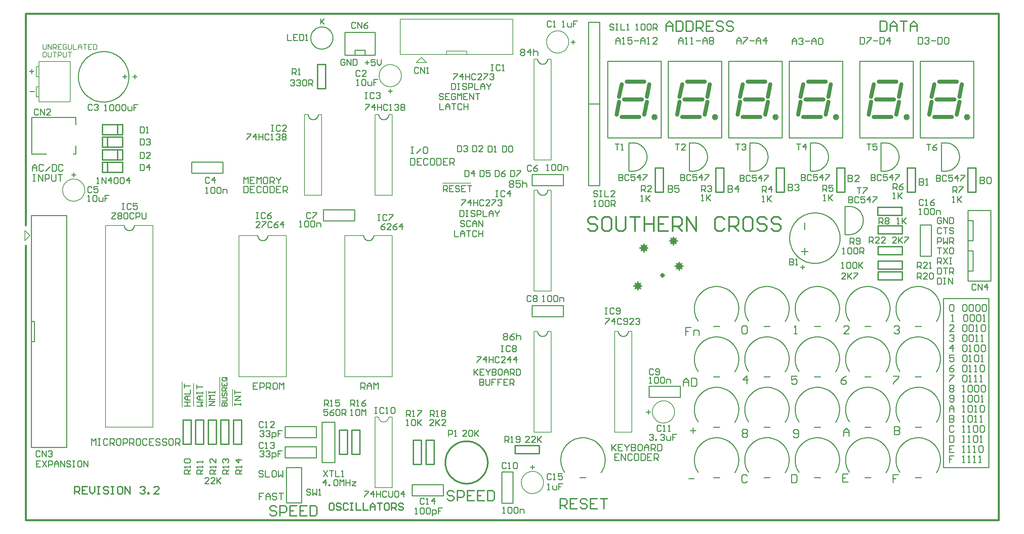
<source format=gto>
G04 Layer_Color=65535*
%FSLAX25Y25*%
%MOIN*%
G70*
G01*
G75*
%ADD10C,0.02000*%
%ADD11C,0.04000*%
%ADD44C,0.01500*%
%ADD45C,0.01400*%
%ADD46C,0.01000*%
%ADD47C,0.00800*%
%ADD48C,0.01200*%
%ADD49C,0.00500*%
%ADD50C,0.00733*%
%ADD51R,0.04000X0.04000*%
%ADD52R,0.05000X0.05000*%
%ADD53R,0.01000X0.01500*%
%ADD54R,0.01000X0.01000*%
%ADD55R,0.02000X0.01000*%
D10*
X1579000Y387500D02*
Y890000D01*
X614000Y387500D02*
X1579000D01*
X614000Y890000D02*
X1579000D01*
X614000Y387500D02*
Y660000D01*
Y680000D02*
Y890000D01*
D11*
X1210000Y822500D02*
X1227500D01*
X1207500Y805000D02*
X1225000D01*
X1205000Y787500D02*
X1222500D01*
X1230000Y807500D02*
X1232500Y820000D01*
X1202500Y807500D02*
X1205000Y820000D01*
X1227500Y790000D02*
X1230000Y802500D01*
X1200000Y790000D02*
X1202500Y802500D01*
X1260000Y790000D02*
X1262500Y802500D01*
X1287500Y790000D02*
X1290000Y802500D01*
X1262500Y807500D02*
X1265000Y820000D01*
X1290000Y807500D02*
X1292500Y820000D01*
X1265000Y787500D02*
X1282500D01*
X1267500Y805000D02*
X1285000D01*
X1270000Y822500D02*
X1287500D01*
X1330000D02*
X1347500D01*
X1327500Y805000D02*
X1345000D01*
X1325000Y787500D02*
X1342500D01*
X1350000Y807500D02*
X1352500Y820000D01*
X1322500Y807500D02*
X1325000Y820000D01*
X1347500Y790000D02*
X1350000Y802500D01*
X1320000Y790000D02*
X1322500Y802500D01*
X1380000Y790000D02*
X1382500Y802500D01*
X1407500Y790000D02*
X1410000Y802500D01*
X1382500Y807500D02*
X1385000Y820000D01*
X1410000Y807500D02*
X1412500Y820000D01*
X1385000Y787500D02*
X1402500D01*
X1387500Y805000D02*
X1405000D01*
X1390000Y822500D02*
X1407500D01*
X1460000D02*
X1477500D01*
X1457500Y805000D02*
X1475000D01*
X1455000Y787500D02*
X1472500D01*
X1480000Y807500D02*
X1482500Y820000D01*
X1452500Y807500D02*
X1455000Y820000D01*
X1477500Y790000D02*
X1480000Y802500D01*
X1450000Y790000D02*
X1452500Y802500D01*
X1510000Y790000D02*
X1512500Y802500D01*
X1537500Y790000D02*
X1540000Y802500D01*
X1512500Y807500D02*
X1515000Y820000D01*
X1540000Y807500D02*
X1542500Y820000D01*
X1515000Y787500D02*
X1532500D01*
X1517500Y805000D02*
X1535000D01*
X1520000Y822500D02*
X1537500D01*
D44*
X1072000Y445000D02*
X1071976Y445999D01*
X1071905Y446996D01*
X1071786Y447989D01*
X1071620Y448974D01*
X1071408Y449951D01*
X1071149Y450916D01*
X1070845Y451868D01*
X1070496Y452805D01*
X1070102Y453724D01*
X1069666Y454623D01*
X1069186Y455500D01*
X1068666Y456354D01*
X1068106Y457181D01*
X1067507Y457981D01*
X1066871Y458752D01*
X1066198Y459492D01*
X1065492Y460198D01*
X1064752Y460871D01*
X1063981Y461507D01*
X1063181Y462106D01*
X1062354Y462666D01*
X1061500Y463187D01*
X1060623Y463665D01*
X1059724Y464102D01*
X1058805Y464496D01*
X1057868Y464845D01*
X1056916Y465149D01*
X1055951Y465408D01*
X1054974Y465621D01*
X1053989Y465786D01*
X1052996Y465905D01*
X1051999Y465976D01*
X1051000Y466000D01*
X1050001Y465976D01*
X1049004Y465905D01*
X1048011Y465786D01*
X1047026Y465621D01*
X1046049Y465408D01*
X1045084Y465149D01*
X1044132Y464845D01*
X1043195Y464496D01*
X1042276Y464102D01*
X1041377Y463665D01*
X1040500Y463187D01*
X1039647Y462666D01*
X1038819Y462106D01*
X1038019Y461507D01*
X1037248Y460871D01*
X1036508Y460198D01*
X1035802Y459492D01*
X1035129Y458752D01*
X1034493Y457981D01*
X1033894Y457181D01*
X1033334Y456353D01*
X1032813Y455500D01*
X1032334Y454623D01*
X1031898Y453724D01*
X1031504Y452805D01*
X1031155Y451868D01*
X1030851Y450916D01*
X1030592Y449951D01*
X1030379Y448974D01*
X1030214Y447989D01*
X1030095Y446996D01*
X1030024Y445999D01*
X1030000Y445000D01*
X1030024Y444001D01*
X1030095Y443004D01*
X1030214Y442011D01*
X1030379Y441026D01*
X1030592Y440049D01*
X1030851Y439084D01*
X1031155Y438132D01*
X1031504Y437195D01*
X1031898Y436276D01*
X1032335Y435377D01*
X1032813Y434500D01*
X1033334Y433646D01*
X1033894Y432819D01*
X1034493Y432019D01*
X1035129Y431248D01*
X1035802Y430508D01*
X1036508Y429802D01*
X1037248Y429129D01*
X1038019Y428493D01*
X1038819Y427894D01*
X1039647Y427334D01*
X1040500Y426813D01*
X1041377Y426334D01*
X1042276Y425898D01*
X1043195Y425504D01*
X1044132Y425155D01*
X1045084Y424851D01*
X1046049Y424592D01*
X1047026Y424379D01*
X1048011Y424214D01*
X1049004Y424095D01*
X1050001Y424024D01*
X1051000Y424000D01*
X1051999Y424024D01*
X1052996Y424095D01*
X1053989Y424214D01*
X1054974Y424379D01*
X1055951Y424592D01*
X1056917Y424851D01*
X1057868Y425155D01*
X1058805Y425504D01*
X1059724Y425898D01*
X1060623Y426334D01*
X1061500Y426814D01*
X1062354Y427334D01*
X1063181Y427894D01*
X1063981Y428493D01*
X1064752Y429129D01*
X1065492Y429802D01*
X1066198Y430508D01*
X1066871Y431248D01*
X1067507Y432019D01*
X1068106Y432819D01*
X1068666Y433647D01*
X1069186Y434500D01*
X1069666Y435377D01*
X1070102Y436276D01*
X1070496Y437195D01*
X1070845Y438132D01*
X1071149Y439084D01*
X1071408Y440049D01*
X1071620Y441026D01*
X1071786Y442011D01*
X1071905Y443004D01*
X1071976Y444001D01*
X1072000Y445000D01*
X1180830Y686163D02*
X1178498Y688495D01*
X1173833D01*
X1171500Y686163D01*
Y683830D01*
X1173833Y681498D01*
X1178498D01*
X1180830Y679165D01*
Y676833D01*
X1178498Y674500D01*
X1173833D01*
X1171500Y676833D01*
X1192493Y688495D02*
X1187828D01*
X1185495Y686163D01*
Y676833D01*
X1187828Y674500D01*
X1192493D01*
X1194826Y676833D01*
Y686163D01*
X1192493Y688495D01*
X1199491D02*
Y676833D01*
X1201824Y674500D01*
X1206489D01*
X1208821Y676833D01*
Y688495D01*
X1213486D02*
X1222817D01*
X1218152D01*
Y674500D01*
X1227482Y688495D02*
Y674500D01*
Y681498D01*
X1236812D01*
Y688495D01*
Y674500D01*
X1250808Y688495D02*
X1241477D01*
Y674500D01*
X1250808D01*
X1241477Y681498D02*
X1246142D01*
X1255473Y674500D02*
Y688495D01*
X1262471D01*
X1264803Y686163D01*
Y681498D01*
X1262471Y679165D01*
X1255473D01*
X1260138D02*
X1264803Y674500D01*
X1269468D02*
Y688495D01*
X1278799Y674500D01*
Y688495D01*
X1306790Y686163D02*
X1304457Y688495D01*
X1299792D01*
X1297459Y686163D01*
Y676833D01*
X1299792Y674500D01*
X1304457D01*
X1306790Y676833D01*
X1311455Y674500D02*
Y688495D01*
X1318452D01*
X1320785Y686163D01*
Y681498D01*
X1318452Y679165D01*
X1311455D01*
X1316120D02*
X1320785Y674500D01*
X1332448Y688495D02*
X1327783D01*
X1325450Y686163D01*
Y676833D01*
X1327783Y674500D01*
X1332448D01*
X1334781Y676833D01*
Y686163D01*
X1332448Y688495D01*
X1348776Y686163D02*
X1346443Y688495D01*
X1341778D01*
X1339446Y686163D01*
Y683830D01*
X1341778Y681498D01*
X1346443D01*
X1348776Y679165D01*
Y676833D01*
X1346443Y674500D01*
X1341778D01*
X1339446Y676833D01*
X1362771Y686163D02*
X1360439Y688495D01*
X1355774D01*
X1353441Y686163D01*
Y683830D01*
X1355774Y681498D01*
X1360439D01*
X1362771Y679165D01*
Y676833D01*
X1360439Y674500D01*
X1355774D01*
X1353441Y676833D01*
D45*
X1144000Y399000D02*
Y408997D01*
X1148998D01*
X1150665Y407331D01*
Y403998D01*
X1148998Y402332D01*
X1144000D01*
X1147332D02*
X1150665Y399000D01*
X1160661Y408997D02*
X1153997D01*
Y399000D01*
X1160661D01*
X1153997Y403998D02*
X1157329D01*
X1170658Y407331D02*
X1168992Y408997D01*
X1165660D01*
X1163993Y407331D01*
Y405664D01*
X1165660Y403998D01*
X1168992D01*
X1170658Y402332D01*
Y400666D01*
X1168992Y399000D01*
X1165660D01*
X1163993Y400666D01*
X1180655Y408997D02*
X1173990D01*
Y399000D01*
X1180655D01*
X1173990Y403998D02*
X1177323D01*
X1183987Y408997D02*
X1190652D01*
X1187319D01*
Y399000D01*
X1461500Y882497D02*
Y872500D01*
X1466498D01*
X1468165Y874166D01*
Y880831D01*
X1466498Y882497D01*
X1461500D01*
X1471497Y872500D02*
Y879165D01*
X1474829Y882497D01*
X1478161Y879165D01*
Y872500D01*
Y877498D01*
X1471497D01*
X1481493Y882497D02*
X1488158D01*
X1484826D01*
Y872500D01*
X1491490D02*
Y879165D01*
X1494823Y882497D01*
X1498155Y879165D01*
Y872500D01*
Y877498D01*
X1491490D01*
X1249000Y872500D02*
Y879165D01*
X1252332Y882497D01*
X1255665Y879165D01*
Y872500D01*
Y877498D01*
X1249000D01*
X1258997Y882497D02*
Y872500D01*
X1263995D01*
X1265661Y874166D01*
Y880831D01*
X1263995Y882497D01*
X1258997D01*
X1268993D02*
Y872500D01*
X1273992D01*
X1275658Y874166D01*
Y880831D01*
X1273992Y882497D01*
X1268993D01*
X1278990Y872500D02*
Y882497D01*
X1283989D01*
X1285655Y880831D01*
Y877498D01*
X1283989Y875832D01*
X1278990D01*
X1282323D02*
X1285655Y872500D01*
X1295652Y882497D02*
X1288987D01*
Y872500D01*
X1295652D01*
X1288987Y877498D02*
X1292319D01*
X1305648Y880831D02*
X1303982Y882497D01*
X1300650D01*
X1298984Y880831D01*
Y879165D01*
X1300650Y877498D01*
X1303982D01*
X1305648Y875832D01*
Y874166D01*
X1303982Y872500D01*
X1300650D01*
X1298984Y874166D01*
X1315645Y880831D02*
X1313979Y882497D01*
X1310647D01*
X1308981Y880831D01*
Y879165D01*
X1310647Y877498D01*
X1313979D01*
X1315645Y875832D01*
Y874166D01*
X1313979Y872500D01*
X1310647D01*
X1308981Y874166D01*
X918499Y404498D02*
X916166D01*
X915000Y403331D01*
Y398666D01*
X916166Y397500D01*
X918499D01*
X919665Y398666D01*
Y403331D01*
X918499Y404498D01*
X926663Y403331D02*
X925497Y404498D01*
X923164D01*
X921998Y403331D01*
Y402165D01*
X923164Y400999D01*
X925497D01*
X926663Y399833D01*
Y398666D01*
X925497Y397500D01*
X923164D01*
X921998Y398666D01*
X933661Y403331D02*
X932494Y404498D01*
X930162D01*
X928996Y403331D01*
Y398666D01*
X930162Y397500D01*
X932494D01*
X933661Y398666D01*
X935993Y404498D02*
X938326D01*
X937160D01*
Y397500D01*
X935993D01*
X938326D01*
X941825Y404498D02*
Y397500D01*
X946490D01*
X948822Y404498D02*
Y397500D01*
X953488D01*
X955820D02*
Y402165D01*
X958153Y404498D01*
X960485Y402165D01*
Y397500D01*
Y400999D01*
X955820D01*
X962818Y404498D02*
X967483D01*
X965151D01*
Y397500D01*
X973314Y404498D02*
X970982D01*
X969816Y403331D01*
Y398666D01*
X970982Y397500D01*
X973314D01*
X974481Y398666D01*
Y403331D01*
X973314Y404498D01*
X976813Y397500D02*
Y404498D01*
X980312D01*
X981479Y403331D01*
Y400999D01*
X980312Y399833D01*
X976813D01*
X979146D02*
X981479Y397500D01*
X988476Y403331D02*
X987310Y404498D01*
X984977D01*
X983811Y403331D01*
Y402165D01*
X984977Y400999D01*
X987310D01*
X988476Y399833D01*
Y398666D01*
X987310Y397500D01*
X984977D01*
X983811Y398666D01*
X1038665Y415331D02*
X1036998Y416997D01*
X1033666D01*
X1032000Y415331D01*
Y413664D01*
X1033666Y411998D01*
X1036998D01*
X1038665Y410332D01*
Y408666D01*
X1036998Y407000D01*
X1033666D01*
X1032000Y408666D01*
X1041997Y407000D02*
Y416997D01*
X1046995D01*
X1048661Y415331D01*
Y411998D01*
X1046995Y410332D01*
X1041997D01*
X1058658Y416997D02*
X1051993D01*
Y407000D01*
X1058658D01*
X1051993Y411998D02*
X1055326D01*
X1068655Y416997D02*
X1061990D01*
Y407000D01*
X1068655D01*
X1061990Y411998D02*
X1065323D01*
X1071987Y416997D02*
Y407000D01*
X1076985D01*
X1078652Y408666D01*
Y415331D01*
X1076985Y416997D01*
X1071987D01*
X862665Y400331D02*
X860998Y401997D01*
X857666D01*
X856000Y400331D01*
Y398664D01*
X857666Y396998D01*
X860998D01*
X862665Y395332D01*
Y393666D01*
X860998Y392000D01*
X857666D01*
X856000Y393666D01*
X865997Y392000D02*
Y401997D01*
X870995D01*
X872661Y400331D01*
Y396998D01*
X870995Y395332D01*
X865997D01*
X882658Y401997D02*
X875994D01*
Y392000D01*
X882658D01*
X875994Y396998D02*
X879326D01*
X892655Y401997D02*
X885990D01*
Y392000D01*
X892655D01*
X885990Y396998D02*
X889323D01*
X895987Y401997D02*
Y392000D01*
X900986D01*
X902652Y393666D01*
Y400331D01*
X900986Y401997D01*
X895987D01*
X662500Y413500D02*
Y420998D01*
X666249D01*
X667498Y419748D01*
Y417249D01*
X666249Y415999D01*
X662500D01*
X664999D02*
X667498Y413500D01*
X674996Y420998D02*
X669998D01*
Y413500D01*
X674996D01*
X669998Y417249D02*
X672497D01*
X677495Y420998D02*
Y415999D01*
X679994Y413500D01*
X682493Y415999D01*
Y420998D01*
X684993D02*
X687492D01*
X686242D01*
Y413500D01*
X684993D01*
X687492D01*
X696239Y419748D02*
X694989Y420998D01*
X692490D01*
X691241Y419748D01*
Y418498D01*
X692490Y417249D01*
X694989D01*
X696239Y415999D01*
Y414750D01*
X694989Y413500D01*
X692490D01*
X691241Y414750D01*
X698738Y420998D02*
X701237D01*
X699988D01*
Y413500D01*
X698738D01*
X701237D01*
X708735Y420998D02*
X706236D01*
X704986Y419748D01*
Y414750D01*
X706236Y413500D01*
X708735D01*
X709985Y414750D01*
Y419748D01*
X708735Y420998D01*
X712484Y413500D02*
Y420998D01*
X717482Y413500D01*
Y420998D01*
X727479Y419748D02*
X728729Y420998D01*
X731228D01*
X732477Y419748D01*
Y418498D01*
X731228Y417249D01*
X729978D01*
X731228D01*
X732477Y415999D01*
Y414750D01*
X731228Y413500D01*
X728729D01*
X727479Y414750D01*
X734977Y413500D02*
Y414750D01*
X736226D01*
Y413500D01*
X734977D01*
X746223D02*
X741225D01*
X746223Y418498D01*
Y419748D01*
X744973Y420998D01*
X742474D01*
X741225Y419748D01*
D46*
X1184570Y434951D02*
X1185120Y435783D01*
X1185632Y436638D01*
X1186104Y437516D01*
X1186536Y438414D01*
X1186927Y439331D01*
X1187276Y440264D01*
X1187582Y441213D01*
X1187846Y442174D01*
X1188065Y443146D01*
X1188240Y444128D01*
X1188370Y445116D01*
X1188456Y446109D01*
X1188496Y447105D01*
X1188492Y448101D01*
X1188442Y449097D01*
X1188347Y450089D01*
X1188208Y451076D01*
X1188023Y452055D01*
X1187795Y453026D01*
X1187523Y453984D01*
X1187207Y454930D01*
X1186850Y455860D01*
X1186450Y456773D01*
X1186010Y457667D01*
X1185529Y458541D01*
X1185009Y459391D01*
X1184452Y460217D01*
X1183857Y461017D01*
X1183227Y461790D01*
X1182563Y462533D01*
X1181866Y463245D01*
X1181137Y463925D01*
X1180378Y464571D01*
X1179590Y465182D01*
X1178776Y465757D01*
X1177936Y466294D01*
X1177073Y466792D01*
X1176189Y467252D01*
X1175284Y467670D01*
X1174362Y468047D01*
X1173423Y468382D01*
X1172470Y468675D01*
X1171505Y468923D01*
X1170529Y469128D01*
X1169546Y469288D01*
X1168556Y469404D01*
X1167561Y469474D01*
X1166565Y469500D01*
X1165569Y469480D01*
X1164574Y469416D01*
X1163583Y469306D01*
X1162599Y469151D01*
X1161622Y468952D01*
X1160655Y468709D01*
X1159701Y468423D01*
X1158760Y468093D01*
X1157835Y467722D01*
X1156928Y467309D01*
X1156041Y466855D01*
X1155175Y466361D01*
X1154332Y465829D01*
X1153514Y465259D01*
X1152724Y464652D01*
X1151961Y464011D01*
X1151228Y463335D01*
X1150526Y462627D01*
X1149858Y461888D01*
X1149223Y461120D01*
X1148624Y460323D01*
X1148061Y459501D01*
X1147537Y458653D01*
X1147051Y457783D01*
X1146605Y456891D01*
X1146200Y455980D01*
X1145837Y455052D01*
X1145516Y454109D01*
X1145238Y453151D01*
X1145004Y452183D01*
X1144814Y451204D01*
X1144669Y450218D01*
X1144568Y449227D01*
X1144512Y448231D01*
X1144502Y447235D01*
X1144536Y446239D01*
X1144616Y445245D01*
X1144740Y444256D01*
X1144910Y443274D01*
X1145123Y442300D01*
X1145381Y441337D01*
X1145681Y440387D01*
X1146025Y439452D01*
X1146411Y438532D01*
X1146837Y437632D01*
X1147305Y436751D01*
X1147811Y435893D01*
X1148356Y435058D01*
X1517070Y434951D02*
X1517620Y435783D01*
X1518132Y436638D01*
X1518604Y437516D01*
X1519036Y438414D01*
X1519427Y439331D01*
X1519776Y440264D01*
X1520082Y441213D01*
X1520346Y442174D01*
X1520565Y443146D01*
X1520740Y444128D01*
X1520870Y445116D01*
X1520956Y446109D01*
X1520996Y447105D01*
X1520992Y448101D01*
X1520942Y449097D01*
X1520847Y450089D01*
X1520708Y451076D01*
X1520523Y452055D01*
X1520295Y453026D01*
X1520023Y453984D01*
X1519707Y454930D01*
X1519350Y455860D01*
X1518950Y456773D01*
X1518510Y457667D01*
X1518029Y458541D01*
X1517509Y459391D01*
X1516952Y460217D01*
X1516357Y461017D01*
X1515727Y461790D01*
X1515063Y462533D01*
X1514366Y463245D01*
X1513637Y463925D01*
X1512878Y464571D01*
X1512090Y465182D01*
X1511276Y465757D01*
X1510437Y466294D01*
X1509573Y466792D01*
X1508689Y467252D01*
X1507784Y467670D01*
X1506862Y468047D01*
X1505923Y468382D01*
X1504970Y468675D01*
X1504005Y468923D01*
X1503029Y469128D01*
X1502046Y469288D01*
X1501056Y469404D01*
X1500061Y469474D01*
X1499065Y469500D01*
X1498069Y469480D01*
X1497074Y469416D01*
X1496083Y469306D01*
X1495099Y469151D01*
X1494122Y468952D01*
X1493155Y468709D01*
X1492201Y468423D01*
X1491260Y468093D01*
X1490335Y467722D01*
X1489428Y467309D01*
X1488541Y466855D01*
X1487675Y466361D01*
X1486832Y465829D01*
X1486014Y465259D01*
X1485223Y464652D01*
X1484461Y464011D01*
X1483728Y463335D01*
X1483026Y462627D01*
X1482358Y461888D01*
X1481723Y461120D01*
X1481124Y460323D01*
X1480561Y459501D01*
X1480037Y458653D01*
X1479551Y457783D01*
X1479105Y456891D01*
X1478700Y455980D01*
X1478337Y455052D01*
X1478016Y454109D01*
X1477738Y453151D01*
X1477504Y452183D01*
X1477314Y451204D01*
X1477169Y450218D01*
X1477068Y449227D01*
X1477012Y448231D01*
X1477002Y447235D01*
X1477036Y446239D01*
X1477116Y445245D01*
X1477240Y444256D01*
X1477410Y443274D01*
X1477623Y442300D01*
X1477881Y441337D01*
X1478181Y440387D01*
X1478525Y439452D01*
X1478911Y438532D01*
X1479337Y437632D01*
X1479805Y436751D01*
X1480311Y435893D01*
X1480856Y435058D01*
X1467070Y434951D02*
X1467620Y435783D01*
X1468132Y436638D01*
X1468604Y437516D01*
X1469036Y438414D01*
X1469427Y439331D01*
X1469776Y440264D01*
X1470082Y441213D01*
X1470346Y442174D01*
X1470565Y443146D01*
X1470740Y444128D01*
X1470870Y445116D01*
X1470956Y446109D01*
X1470996Y447105D01*
X1470992Y448101D01*
X1470942Y449097D01*
X1470847Y450089D01*
X1470708Y451076D01*
X1470523Y452055D01*
X1470295Y453026D01*
X1470023Y453984D01*
X1469707Y454930D01*
X1469350Y455860D01*
X1468950Y456773D01*
X1468510Y457667D01*
X1468029Y458541D01*
X1467509Y459391D01*
X1466952Y460217D01*
X1466357Y461017D01*
X1465727Y461790D01*
X1465063Y462533D01*
X1464366Y463245D01*
X1463637Y463925D01*
X1462878Y464571D01*
X1462090Y465182D01*
X1461276Y465757D01*
X1460437Y466294D01*
X1459573Y466792D01*
X1458689Y467252D01*
X1457784Y467670D01*
X1456862Y468047D01*
X1455923Y468382D01*
X1454970Y468675D01*
X1454005Y468923D01*
X1453029Y469128D01*
X1452046Y469288D01*
X1451056Y469404D01*
X1450061Y469474D01*
X1449065Y469500D01*
X1448069Y469480D01*
X1447074Y469416D01*
X1446083Y469306D01*
X1445099Y469151D01*
X1444122Y468952D01*
X1443155Y468709D01*
X1442201Y468423D01*
X1441260Y468093D01*
X1440335Y467722D01*
X1439428Y467309D01*
X1438541Y466855D01*
X1437675Y466361D01*
X1436832Y465829D01*
X1436014Y465259D01*
X1435223Y464652D01*
X1434461Y464011D01*
X1433728Y463335D01*
X1433026Y462627D01*
X1432358Y461888D01*
X1431723Y461120D01*
X1431124Y460323D01*
X1430561Y459501D01*
X1430037Y458653D01*
X1429551Y457783D01*
X1429105Y456891D01*
X1428700Y455980D01*
X1428337Y455052D01*
X1428016Y454109D01*
X1427738Y453151D01*
X1427504Y452183D01*
X1427314Y451204D01*
X1427169Y450218D01*
X1427068Y449227D01*
X1427012Y448231D01*
X1427002Y447235D01*
X1427036Y446239D01*
X1427116Y445245D01*
X1427240Y444256D01*
X1427410Y443274D01*
X1427623Y442300D01*
X1427881Y441337D01*
X1428181Y440387D01*
X1428525Y439452D01*
X1428911Y438532D01*
X1429337Y437632D01*
X1429805Y436751D01*
X1430311Y435893D01*
X1430856Y435058D01*
X1417070Y434951D02*
X1417620Y435783D01*
X1418132Y436638D01*
X1418604Y437516D01*
X1419036Y438414D01*
X1419427Y439331D01*
X1419776Y440264D01*
X1420082Y441213D01*
X1420346Y442174D01*
X1420565Y443146D01*
X1420740Y444128D01*
X1420870Y445116D01*
X1420956Y446109D01*
X1420996Y447105D01*
X1420992Y448101D01*
X1420942Y449097D01*
X1420847Y450089D01*
X1420708Y451076D01*
X1420523Y452055D01*
X1420295Y453026D01*
X1420023Y453984D01*
X1419707Y454930D01*
X1419350Y455860D01*
X1418950Y456773D01*
X1418510Y457667D01*
X1418029Y458541D01*
X1417509Y459391D01*
X1416952Y460217D01*
X1416357Y461017D01*
X1415727Y461790D01*
X1415063Y462533D01*
X1414366Y463245D01*
X1413637Y463925D01*
X1412878Y464571D01*
X1412090Y465182D01*
X1411276Y465757D01*
X1410437Y466294D01*
X1409573Y466792D01*
X1408689Y467252D01*
X1407784Y467670D01*
X1406862Y468047D01*
X1405923Y468382D01*
X1404970Y468675D01*
X1404005Y468923D01*
X1403029Y469128D01*
X1402046Y469288D01*
X1401056Y469404D01*
X1400061Y469474D01*
X1399065Y469500D01*
X1398069Y469480D01*
X1397074Y469416D01*
X1396083Y469306D01*
X1395099Y469151D01*
X1394122Y468952D01*
X1393155Y468709D01*
X1392201Y468423D01*
X1391260Y468093D01*
X1390335Y467722D01*
X1389428Y467309D01*
X1388541Y466855D01*
X1387675Y466361D01*
X1386832Y465829D01*
X1386014Y465259D01*
X1385223Y464652D01*
X1384461Y464011D01*
X1383728Y463335D01*
X1383026Y462627D01*
X1382358Y461888D01*
X1381723Y461120D01*
X1381124Y460323D01*
X1380561Y459501D01*
X1380037Y458653D01*
X1379551Y457783D01*
X1379105Y456891D01*
X1378700Y455980D01*
X1378337Y455052D01*
X1378016Y454109D01*
X1377738Y453151D01*
X1377504Y452183D01*
X1377314Y451204D01*
X1377169Y450218D01*
X1377068Y449227D01*
X1377012Y448231D01*
X1377002Y447235D01*
X1377036Y446239D01*
X1377116Y445245D01*
X1377240Y444256D01*
X1377410Y443274D01*
X1377623Y442300D01*
X1377881Y441337D01*
X1378181Y440387D01*
X1378525Y439452D01*
X1378911Y438532D01*
X1379337Y437632D01*
X1379805Y436751D01*
X1380311Y435893D01*
X1380856Y435058D01*
X1367070Y434951D02*
X1367620Y435783D01*
X1368132Y436638D01*
X1368604Y437516D01*
X1369036Y438414D01*
X1369427Y439331D01*
X1369776Y440264D01*
X1370082Y441213D01*
X1370346Y442174D01*
X1370565Y443146D01*
X1370740Y444128D01*
X1370870Y445116D01*
X1370956Y446109D01*
X1370996Y447105D01*
X1370992Y448101D01*
X1370942Y449097D01*
X1370847Y450089D01*
X1370708Y451076D01*
X1370523Y452055D01*
X1370295Y453026D01*
X1370023Y453984D01*
X1369707Y454930D01*
X1369350Y455860D01*
X1368950Y456773D01*
X1368510Y457667D01*
X1368029Y458541D01*
X1367509Y459391D01*
X1366952Y460217D01*
X1366357Y461017D01*
X1365727Y461790D01*
X1365063Y462533D01*
X1364366Y463245D01*
X1363637Y463925D01*
X1362878Y464571D01*
X1362090Y465182D01*
X1361276Y465757D01*
X1360437Y466294D01*
X1359573Y466792D01*
X1358689Y467252D01*
X1357784Y467670D01*
X1356862Y468047D01*
X1355923Y468382D01*
X1354970Y468675D01*
X1354005Y468923D01*
X1353029Y469128D01*
X1352046Y469288D01*
X1351056Y469404D01*
X1350061Y469474D01*
X1349065Y469500D01*
X1348069Y469480D01*
X1347074Y469416D01*
X1346083Y469306D01*
X1345099Y469151D01*
X1344122Y468952D01*
X1343155Y468709D01*
X1342201Y468423D01*
X1341260Y468093D01*
X1340335Y467722D01*
X1339428Y467309D01*
X1338541Y466855D01*
X1337675Y466361D01*
X1336832Y465829D01*
X1336014Y465259D01*
X1335223Y464652D01*
X1334461Y464011D01*
X1333728Y463335D01*
X1333026Y462627D01*
X1332358Y461888D01*
X1331723Y461120D01*
X1331124Y460323D01*
X1330561Y459501D01*
X1330037Y458653D01*
X1329551Y457783D01*
X1329105Y456891D01*
X1328700Y455980D01*
X1328337Y455052D01*
X1328016Y454109D01*
X1327738Y453151D01*
X1327504Y452183D01*
X1327314Y451204D01*
X1327169Y450218D01*
X1327068Y449227D01*
X1327012Y448231D01*
X1327002Y447235D01*
X1327036Y446239D01*
X1327116Y445245D01*
X1327240Y444256D01*
X1327410Y443274D01*
X1327623Y442300D01*
X1327881Y441337D01*
X1328181Y440387D01*
X1328525Y439452D01*
X1328911Y438532D01*
X1329337Y437632D01*
X1329805Y436751D01*
X1330311Y435893D01*
X1330856Y435058D01*
X1317070Y434951D02*
X1317620Y435783D01*
X1318132Y436638D01*
X1318604Y437516D01*
X1319036Y438414D01*
X1319427Y439331D01*
X1319776Y440264D01*
X1320082Y441213D01*
X1320346Y442174D01*
X1320565Y443146D01*
X1320740Y444128D01*
X1320870Y445116D01*
X1320956Y446109D01*
X1320996Y447105D01*
X1320992Y448101D01*
X1320942Y449097D01*
X1320847Y450089D01*
X1320708Y451076D01*
X1320523Y452055D01*
X1320295Y453026D01*
X1320023Y453984D01*
X1319707Y454930D01*
X1319350Y455860D01*
X1318950Y456773D01*
X1318510Y457667D01*
X1318029Y458541D01*
X1317509Y459391D01*
X1316952Y460217D01*
X1316357Y461017D01*
X1315727Y461790D01*
X1315063Y462533D01*
X1314366Y463245D01*
X1313637Y463925D01*
X1312878Y464571D01*
X1312090Y465182D01*
X1311276Y465757D01*
X1310437Y466294D01*
X1309573Y466792D01*
X1308689Y467252D01*
X1307784Y467670D01*
X1306862Y468047D01*
X1305923Y468382D01*
X1304970Y468675D01*
X1304005Y468923D01*
X1303029Y469128D01*
X1302046Y469288D01*
X1301056Y469404D01*
X1300061Y469474D01*
X1299065Y469500D01*
X1298069Y469480D01*
X1297074Y469416D01*
X1296083Y469306D01*
X1295099Y469151D01*
X1294122Y468952D01*
X1293155Y468709D01*
X1292201Y468423D01*
X1291260Y468093D01*
X1290335Y467722D01*
X1289428Y467309D01*
X1288541Y466855D01*
X1287675Y466361D01*
X1286832Y465829D01*
X1286014Y465259D01*
X1285223Y464652D01*
X1284461Y464011D01*
X1283728Y463335D01*
X1283026Y462627D01*
X1282358Y461888D01*
X1281723Y461120D01*
X1281124Y460323D01*
X1280561Y459501D01*
X1280037Y458653D01*
X1279551Y457783D01*
X1279105Y456891D01*
X1278700Y455980D01*
X1278337Y455052D01*
X1278016Y454109D01*
X1277738Y453151D01*
X1277504Y452183D01*
X1277314Y451204D01*
X1277169Y450218D01*
X1277068Y449227D01*
X1277012Y448231D01*
X1277002Y447235D01*
X1277036Y446239D01*
X1277116Y445245D01*
X1277240Y444256D01*
X1277410Y443274D01*
X1277623Y442300D01*
X1277881Y441337D01*
X1278181Y440387D01*
X1278525Y439452D01*
X1278911Y438532D01*
X1279337Y437632D01*
X1279805Y436751D01*
X1280311Y435893D01*
X1280856Y435058D01*
X1517070Y484951D02*
X1517620Y485783D01*
X1518132Y486638D01*
X1518604Y487516D01*
X1519036Y488414D01*
X1519427Y489331D01*
X1519776Y490264D01*
X1520082Y491213D01*
X1520346Y492174D01*
X1520565Y493146D01*
X1520740Y494128D01*
X1520870Y495116D01*
X1520956Y496109D01*
X1520996Y497105D01*
X1520992Y498101D01*
X1520942Y499097D01*
X1520847Y500089D01*
X1520708Y501076D01*
X1520523Y502055D01*
X1520295Y503026D01*
X1520023Y503984D01*
X1519707Y504930D01*
X1519350Y505860D01*
X1518950Y506773D01*
X1518510Y507667D01*
X1518029Y508541D01*
X1517509Y509391D01*
X1516952Y510217D01*
X1516357Y511017D01*
X1515727Y511790D01*
X1515063Y512533D01*
X1514366Y513245D01*
X1513637Y513925D01*
X1512878Y514571D01*
X1512090Y515182D01*
X1511276Y515757D01*
X1510437Y516294D01*
X1509573Y516792D01*
X1508689Y517252D01*
X1507784Y517670D01*
X1506862Y518047D01*
X1505923Y518382D01*
X1504970Y518675D01*
X1504005Y518923D01*
X1503029Y519128D01*
X1502046Y519288D01*
X1501056Y519404D01*
X1500061Y519474D01*
X1499065Y519500D01*
X1498069Y519480D01*
X1497074Y519416D01*
X1496083Y519306D01*
X1495099Y519151D01*
X1494122Y518952D01*
X1493155Y518709D01*
X1492201Y518423D01*
X1491260Y518093D01*
X1490335Y517722D01*
X1489428Y517309D01*
X1488541Y516855D01*
X1487675Y516361D01*
X1486832Y515829D01*
X1486014Y515259D01*
X1485223Y514652D01*
X1484461Y514011D01*
X1483728Y513335D01*
X1483026Y512627D01*
X1482358Y511888D01*
X1481723Y511120D01*
X1481124Y510323D01*
X1480561Y509501D01*
X1480037Y508653D01*
X1479551Y507783D01*
X1479105Y506891D01*
X1478700Y505980D01*
X1478337Y505052D01*
X1478016Y504109D01*
X1477738Y503151D01*
X1477504Y502183D01*
X1477314Y501204D01*
X1477169Y500218D01*
X1477068Y499227D01*
X1477012Y498231D01*
X1477002Y497235D01*
X1477036Y496239D01*
X1477116Y495245D01*
X1477240Y494256D01*
X1477410Y493274D01*
X1477623Y492300D01*
X1477881Y491337D01*
X1478181Y490387D01*
X1478525Y489452D01*
X1478911Y488532D01*
X1479337Y487632D01*
X1479805Y486751D01*
X1480311Y485893D01*
X1480856Y485058D01*
X1467070Y484951D02*
X1467620Y485783D01*
X1468132Y486638D01*
X1468604Y487516D01*
X1469036Y488414D01*
X1469427Y489331D01*
X1469776Y490264D01*
X1470082Y491213D01*
X1470346Y492174D01*
X1470565Y493146D01*
X1470740Y494128D01*
X1470870Y495116D01*
X1470956Y496109D01*
X1470996Y497105D01*
X1470992Y498101D01*
X1470942Y499097D01*
X1470847Y500089D01*
X1470708Y501076D01*
X1470523Y502055D01*
X1470295Y503026D01*
X1470023Y503984D01*
X1469707Y504930D01*
X1469350Y505860D01*
X1468950Y506773D01*
X1468510Y507667D01*
X1468029Y508541D01*
X1467509Y509391D01*
X1466952Y510217D01*
X1466357Y511017D01*
X1465727Y511790D01*
X1465063Y512533D01*
X1464366Y513245D01*
X1463637Y513925D01*
X1462878Y514571D01*
X1462090Y515182D01*
X1461276Y515757D01*
X1460437Y516294D01*
X1459573Y516792D01*
X1458689Y517252D01*
X1457784Y517670D01*
X1456862Y518047D01*
X1455923Y518382D01*
X1454970Y518675D01*
X1454005Y518923D01*
X1453029Y519128D01*
X1452046Y519288D01*
X1451056Y519404D01*
X1450061Y519474D01*
X1449065Y519500D01*
X1448069Y519480D01*
X1447074Y519416D01*
X1446083Y519306D01*
X1445099Y519151D01*
X1444122Y518952D01*
X1443155Y518709D01*
X1442201Y518423D01*
X1441260Y518093D01*
X1440335Y517722D01*
X1439428Y517309D01*
X1438541Y516855D01*
X1437675Y516361D01*
X1436832Y515829D01*
X1436014Y515259D01*
X1435223Y514652D01*
X1434461Y514011D01*
X1433728Y513335D01*
X1433026Y512627D01*
X1432358Y511888D01*
X1431723Y511120D01*
X1431124Y510323D01*
X1430561Y509501D01*
X1430037Y508653D01*
X1429551Y507783D01*
X1429105Y506891D01*
X1428700Y505980D01*
X1428337Y505052D01*
X1428016Y504109D01*
X1427738Y503151D01*
X1427504Y502183D01*
X1427314Y501204D01*
X1427169Y500218D01*
X1427068Y499227D01*
X1427012Y498231D01*
X1427002Y497235D01*
X1427036Y496239D01*
X1427116Y495245D01*
X1427240Y494256D01*
X1427410Y493274D01*
X1427623Y492300D01*
X1427881Y491337D01*
X1428181Y490387D01*
X1428525Y489452D01*
X1428911Y488532D01*
X1429337Y487632D01*
X1429805Y486751D01*
X1430311Y485893D01*
X1430856Y485058D01*
X1417070Y484951D02*
X1417620Y485783D01*
X1418132Y486638D01*
X1418604Y487516D01*
X1419036Y488414D01*
X1419427Y489331D01*
X1419776Y490264D01*
X1420082Y491213D01*
X1420346Y492174D01*
X1420565Y493146D01*
X1420740Y494128D01*
X1420870Y495116D01*
X1420956Y496109D01*
X1420996Y497105D01*
X1420992Y498101D01*
X1420942Y499097D01*
X1420847Y500089D01*
X1420708Y501076D01*
X1420523Y502055D01*
X1420295Y503026D01*
X1420023Y503984D01*
X1419707Y504930D01*
X1419350Y505860D01*
X1418950Y506773D01*
X1418510Y507667D01*
X1418029Y508541D01*
X1417509Y509391D01*
X1416952Y510217D01*
X1416357Y511017D01*
X1415727Y511790D01*
X1415063Y512533D01*
X1414366Y513245D01*
X1413637Y513925D01*
X1412878Y514571D01*
X1412090Y515182D01*
X1411276Y515757D01*
X1410437Y516294D01*
X1409573Y516792D01*
X1408689Y517252D01*
X1407784Y517670D01*
X1406862Y518047D01*
X1405923Y518382D01*
X1404970Y518675D01*
X1404005Y518923D01*
X1403029Y519128D01*
X1402046Y519288D01*
X1401056Y519404D01*
X1400061Y519474D01*
X1399065Y519500D01*
X1398069Y519480D01*
X1397074Y519416D01*
X1396083Y519306D01*
X1395099Y519151D01*
X1394122Y518952D01*
X1393155Y518709D01*
X1392201Y518423D01*
X1391260Y518093D01*
X1390335Y517722D01*
X1389428Y517309D01*
X1388541Y516855D01*
X1387675Y516361D01*
X1386832Y515829D01*
X1386014Y515259D01*
X1385223Y514652D01*
X1384461Y514011D01*
X1383728Y513335D01*
X1383026Y512627D01*
X1382358Y511888D01*
X1381723Y511120D01*
X1381124Y510323D01*
X1380561Y509501D01*
X1380037Y508653D01*
X1379551Y507783D01*
X1379105Y506891D01*
X1378700Y505980D01*
X1378337Y505052D01*
X1378016Y504109D01*
X1377738Y503151D01*
X1377504Y502183D01*
X1377314Y501204D01*
X1377169Y500218D01*
X1377068Y499227D01*
X1377012Y498231D01*
X1377002Y497235D01*
X1377036Y496239D01*
X1377116Y495245D01*
X1377240Y494256D01*
X1377410Y493274D01*
X1377623Y492300D01*
X1377881Y491337D01*
X1378181Y490387D01*
X1378525Y489452D01*
X1378911Y488532D01*
X1379337Y487632D01*
X1379805Y486751D01*
X1380311Y485893D01*
X1380856Y485058D01*
X1367070Y484951D02*
X1367620Y485783D01*
X1368132Y486638D01*
X1368604Y487516D01*
X1369036Y488414D01*
X1369427Y489331D01*
X1369776Y490264D01*
X1370082Y491213D01*
X1370346Y492174D01*
X1370565Y493146D01*
X1370740Y494128D01*
X1370870Y495116D01*
X1370956Y496109D01*
X1370996Y497105D01*
X1370992Y498101D01*
X1370942Y499097D01*
X1370847Y500089D01*
X1370708Y501076D01*
X1370523Y502055D01*
X1370295Y503026D01*
X1370023Y503984D01*
X1369707Y504930D01*
X1369350Y505860D01*
X1368950Y506773D01*
X1368510Y507667D01*
X1368029Y508541D01*
X1367509Y509391D01*
X1366952Y510217D01*
X1366357Y511017D01*
X1365727Y511790D01*
X1365063Y512533D01*
X1364366Y513245D01*
X1363637Y513925D01*
X1362878Y514571D01*
X1362090Y515182D01*
X1361276Y515757D01*
X1360437Y516294D01*
X1359573Y516792D01*
X1358689Y517252D01*
X1357784Y517670D01*
X1356862Y518047D01*
X1355923Y518382D01*
X1354970Y518675D01*
X1354005Y518923D01*
X1353029Y519128D01*
X1352046Y519288D01*
X1351056Y519404D01*
X1350061Y519474D01*
X1349065Y519500D01*
X1348069Y519480D01*
X1347074Y519416D01*
X1346083Y519306D01*
X1345099Y519151D01*
X1344122Y518952D01*
X1343155Y518709D01*
X1342201Y518423D01*
X1341260Y518093D01*
X1340335Y517722D01*
X1339428Y517309D01*
X1338541Y516855D01*
X1337675Y516361D01*
X1336832Y515829D01*
X1336014Y515259D01*
X1335223Y514652D01*
X1334461Y514011D01*
X1333728Y513335D01*
X1333026Y512627D01*
X1332358Y511888D01*
X1331723Y511120D01*
X1331124Y510323D01*
X1330561Y509501D01*
X1330037Y508653D01*
X1329551Y507783D01*
X1329105Y506891D01*
X1328700Y505980D01*
X1328337Y505052D01*
X1328016Y504109D01*
X1327738Y503151D01*
X1327504Y502183D01*
X1327314Y501204D01*
X1327169Y500218D01*
X1327068Y499227D01*
X1327012Y498231D01*
X1327002Y497235D01*
X1327036Y496239D01*
X1327116Y495245D01*
X1327240Y494256D01*
X1327410Y493274D01*
X1327623Y492300D01*
X1327881Y491337D01*
X1328181Y490387D01*
X1328525Y489452D01*
X1328911Y488532D01*
X1329337Y487632D01*
X1329805Y486751D01*
X1330311Y485893D01*
X1330856Y485058D01*
X1317070Y484951D02*
X1317620Y485783D01*
X1318132Y486638D01*
X1318604Y487516D01*
X1319036Y488414D01*
X1319427Y489331D01*
X1319776Y490264D01*
X1320082Y491213D01*
X1320346Y492174D01*
X1320565Y493146D01*
X1320740Y494128D01*
X1320870Y495116D01*
X1320956Y496109D01*
X1320996Y497105D01*
X1320992Y498101D01*
X1320942Y499097D01*
X1320847Y500089D01*
X1320708Y501076D01*
X1320523Y502055D01*
X1320295Y503026D01*
X1320023Y503984D01*
X1319707Y504930D01*
X1319350Y505860D01*
X1318950Y506773D01*
X1318510Y507667D01*
X1318029Y508541D01*
X1317509Y509391D01*
X1316952Y510217D01*
X1316357Y511017D01*
X1315727Y511790D01*
X1315063Y512533D01*
X1314366Y513245D01*
X1313637Y513925D01*
X1312878Y514571D01*
X1312090Y515182D01*
X1311276Y515757D01*
X1310437Y516294D01*
X1309573Y516792D01*
X1308689Y517252D01*
X1307784Y517670D01*
X1306862Y518047D01*
X1305923Y518382D01*
X1304970Y518675D01*
X1304005Y518923D01*
X1303029Y519128D01*
X1302046Y519288D01*
X1301056Y519404D01*
X1300061Y519474D01*
X1299065Y519500D01*
X1298069Y519480D01*
X1297074Y519416D01*
X1296083Y519306D01*
X1295099Y519151D01*
X1294122Y518952D01*
X1293155Y518709D01*
X1292201Y518423D01*
X1291260Y518093D01*
X1290335Y517722D01*
X1289428Y517309D01*
X1288541Y516855D01*
X1287675Y516361D01*
X1286832Y515829D01*
X1286014Y515259D01*
X1285223Y514652D01*
X1284461Y514011D01*
X1283728Y513335D01*
X1283026Y512627D01*
X1282358Y511888D01*
X1281723Y511120D01*
X1281124Y510323D01*
X1280561Y509501D01*
X1280037Y508653D01*
X1279551Y507783D01*
X1279105Y506891D01*
X1278700Y505980D01*
X1278337Y505052D01*
X1278016Y504109D01*
X1277738Y503151D01*
X1277504Y502183D01*
X1277314Y501204D01*
X1277169Y500218D01*
X1277068Y499227D01*
X1277012Y498231D01*
X1277002Y497235D01*
X1277036Y496239D01*
X1277116Y495245D01*
X1277240Y494256D01*
X1277410Y493274D01*
X1277623Y492300D01*
X1277881Y491337D01*
X1278181Y490387D01*
X1278525Y489452D01*
X1278911Y488532D01*
X1279337Y487632D01*
X1279805Y486751D01*
X1280311Y485893D01*
X1280856Y485058D01*
X1517070Y534951D02*
X1517620Y535783D01*
X1518132Y536638D01*
X1518604Y537516D01*
X1519036Y538414D01*
X1519427Y539331D01*
X1519776Y540264D01*
X1520082Y541213D01*
X1520346Y542174D01*
X1520565Y543146D01*
X1520740Y544128D01*
X1520870Y545116D01*
X1520956Y546109D01*
X1520996Y547105D01*
X1520992Y548101D01*
X1520942Y549097D01*
X1520847Y550089D01*
X1520708Y551076D01*
X1520523Y552055D01*
X1520295Y553026D01*
X1520023Y553984D01*
X1519707Y554930D01*
X1519350Y555860D01*
X1518950Y556773D01*
X1518510Y557667D01*
X1518029Y558541D01*
X1517509Y559391D01*
X1516952Y560217D01*
X1516357Y561017D01*
X1515727Y561790D01*
X1515063Y562533D01*
X1514366Y563245D01*
X1513637Y563925D01*
X1512878Y564571D01*
X1512090Y565182D01*
X1511276Y565757D01*
X1510437Y566294D01*
X1509573Y566792D01*
X1508689Y567252D01*
X1507784Y567670D01*
X1506862Y568047D01*
X1505923Y568382D01*
X1504970Y568675D01*
X1504005Y568923D01*
X1503029Y569128D01*
X1502046Y569288D01*
X1501056Y569404D01*
X1500061Y569474D01*
X1499065Y569500D01*
X1498069Y569480D01*
X1497074Y569416D01*
X1496083Y569306D01*
X1495099Y569151D01*
X1494122Y568952D01*
X1493155Y568709D01*
X1492201Y568423D01*
X1491260Y568093D01*
X1490335Y567722D01*
X1489428Y567309D01*
X1488541Y566855D01*
X1487675Y566361D01*
X1486832Y565829D01*
X1486014Y565259D01*
X1485223Y564652D01*
X1484461Y564011D01*
X1483728Y563335D01*
X1483026Y562627D01*
X1482358Y561888D01*
X1481723Y561120D01*
X1481124Y560323D01*
X1480561Y559501D01*
X1480037Y558653D01*
X1479551Y557783D01*
X1479105Y556891D01*
X1478700Y555980D01*
X1478337Y555052D01*
X1478016Y554109D01*
X1477738Y553151D01*
X1477504Y552183D01*
X1477314Y551204D01*
X1477169Y550218D01*
X1477068Y549227D01*
X1477012Y548231D01*
X1477002Y547235D01*
X1477036Y546239D01*
X1477116Y545245D01*
X1477240Y544256D01*
X1477410Y543274D01*
X1477623Y542300D01*
X1477881Y541337D01*
X1478181Y540387D01*
X1478525Y539452D01*
X1478911Y538532D01*
X1479337Y537632D01*
X1479805Y536751D01*
X1480311Y535893D01*
X1480856Y535058D01*
X1467070Y534951D02*
X1467620Y535783D01*
X1468132Y536638D01*
X1468604Y537516D01*
X1469036Y538414D01*
X1469427Y539331D01*
X1469776Y540264D01*
X1470082Y541213D01*
X1470346Y542174D01*
X1470565Y543146D01*
X1470740Y544128D01*
X1470870Y545116D01*
X1470956Y546109D01*
X1470996Y547105D01*
X1470992Y548101D01*
X1470942Y549097D01*
X1470847Y550089D01*
X1470708Y551076D01*
X1470523Y552055D01*
X1470295Y553026D01*
X1470023Y553984D01*
X1469707Y554930D01*
X1469350Y555860D01*
X1468950Y556773D01*
X1468510Y557667D01*
X1468029Y558541D01*
X1467509Y559391D01*
X1466952Y560217D01*
X1466357Y561017D01*
X1465727Y561790D01*
X1465063Y562533D01*
X1464366Y563245D01*
X1463637Y563925D01*
X1462878Y564571D01*
X1462090Y565182D01*
X1461276Y565757D01*
X1460437Y566294D01*
X1459573Y566792D01*
X1458689Y567252D01*
X1457784Y567670D01*
X1456862Y568047D01*
X1455923Y568382D01*
X1454970Y568675D01*
X1454005Y568923D01*
X1453029Y569128D01*
X1452046Y569288D01*
X1451056Y569404D01*
X1450061Y569474D01*
X1449065Y569500D01*
X1448069Y569480D01*
X1447074Y569416D01*
X1446083Y569306D01*
X1445099Y569151D01*
X1444122Y568952D01*
X1443155Y568709D01*
X1442201Y568423D01*
X1441260Y568093D01*
X1440335Y567722D01*
X1439428Y567309D01*
X1438541Y566855D01*
X1437675Y566361D01*
X1436832Y565829D01*
X1436014Y565259D01*
X1435223Y564652D01*
X1434461Y564011D01*
X1433728Y563335D01*
X1433026Y562627D01*
X1432358Y561888D01*
X1431723Y561120D01*
X1431124Y560323D01*
X1430561Y559501D01*
X1430037Y558653D01*
X1429551Y557783D01*
X1429105Y556891D01*
X1428700Y555980D01*
X1428337Y555052D01*
X1428016Y554109D01*
X1427738Y553151D01*
X1427504Y552183D01*
X1427314Y551204D01*
X1427169Y550218D01*
X1427068Y549227D01*
X1427012Y548231D01*
X1427002Y547235D01*
X1427036Y546239D01*
X1427116Y545245D01*
X1427240Y544256D01*
X1427410Y543274D01*
X1427623Y542300D01*
X1427881Y541337D01*
X1428181Y540387D01*
X1428525Y539452D01*
X1428911Y538532D01*
X1429337Y537632D01*
X1429805Y536751D01*
X1430311Y535893D01*
X1430856Y535058D01*
X1417070Y534951D02*
X1417620Y535783D01*
X1418132Y536638D01*
X1418604Y537516D01*
X1419036Y538414D01*
X1419427Y539331D01*
X1419776Y540264D01*
X1420082Y541213D01*
X1420346Y542174D01*
X1420565Y543146D01*
X1420740Y544128D01*
X1420870Y545116D01*
X1420956Y546109D01*
X1420996Y547105D01*
X1420992Y548101D01*
X1420942Y549097D01*
X1420847Y550089D01*
X1420708Y551076D01*
X1420523Y552055D01*
X1420295Y553026D01*
X1420023Y553984D01*
X1419707Y554930D01*
X1419350Y555860D01*
X1418950Y556773D01*
X1418510Y557667D01*
X1418029Y558541D01*
X1417509Y559391D01*
X1416952Y560217D01*
X1416357Y561017D01*
X1415727Y561790D01*
X1415063Y562533D01*
X1414366Y563245D01*
X1413637Y563925D01*
X1412878Y564571D01*
X1412090Y565182D01*
X1411276Y565757D01*
X1410437Y566294D01*
X1409573Y566792D01*
X1408689Y567252D01*
X1407784Y567670D01*
X1406862Y568047D01*
X1405923Y568382D01*
X1404970Y568675D01*
X1404005Y568923D01*
X1403029Y569128D01*
X1402046Y569288D01*
X1401056Y569404D01*
X1400061Y569474D01*
X1399065Y569500D01*
X1398069Y569480D01*
X1397074Y569416D01*
X1396083Y569306D01*
X1395099Y569151D01*
X1394122Y568952D01*
X1393155Y568709D01*
X1392201Y568423D01*
X1391260Y568093D01*
X1390335Y567722D01*
X1389428Y567309D01*
X1388541Y566855D01*
X1387675Y566361D01*
X1386832Y565829D01*
X1386014Y565259D01*
X1385223Y564652D01*
X1384461Y564011D01*
X1383728Y563335D01*
X1383026Y562627D01*
X1382358Y561888D01*
X1381723Y561120D01*
X1381124Y560323D01*
X1380561Y559501D01*
X1380037Y558653D01*
X1379551Y557783D01*
X1379105Y556891D01*
X1378700Y555980D01*
X1378337Y555052D01*
X1378016Y554109D01*
X1377738Y553151D01*
X1377504Y552183D01*
X1377314Y551204D01*
X1377169Y550218D01*
X1377068Y549227D01*
X1377012Y548231D01*
X1377002Y547235D01*
X1377036Y546239D01*
X1377116Y545245D01*
X1377240Y544256D01*
X1377410Y543274D01*
X1377623Y542300D01*
X1377881Y541337D01*
X1378181Y540387D01*
X1378525Y539452D01*
X1378911Y538532D01*
X1379337Y537632D01*
X1379805Y536751D01*
X1380311Y535893D01*
X1380856Y535058D01*
X1367070Y534951D02*
X1367620Y535783D01*
X1368132Y536638D01*
X1368604Y537516D01*
X1369036Y538414D01*
X1369427Y539331D01*
X1369776Y540264D01*
X1370082Y541213D01*
X1370346Y542174D01*
X1370565Y543146D01*
X1370740Y544128D01*
X1370870Y545116D01*
X1370956Y546109D01*
X1370996Y547105D01*
X1370992Y548101D01*
X1370942Y549097D01*
X1370847Y550089D01*
X1370708Y551076D01*
X1370523Y552055D01*
X1370295Y553026D01*
X1370023Y553984D01*
X1369707Y554930D01*
X1369350Y555860D01*
X1368950Y556773D01*
X1368510Y557667D01*
X1368029Y558541D01*
X1367509Y559391D01*
X1366952Y560217D01*
X1366357Y561017D01*
X1365727Y561790D01*
X1365063Y562533D01*
X1364366Y563245D01*
X1363637Y563925D01*
X1362878Y564571D01*
X1362090Y565182D01*
X1361276Y565757D01*
X1360437Y566294D01*
X1359573Y566792D01*
X1358689Y567252D01*
X1357784Y567670D01*
X1356862Y568047D01*
X1355923Y568382D01*
X1354970Y568675D01*
X1354005Y568923D01*
X1353029Y569128D01*
X1352046Y569288D01*
X1351056Y569404D01*
X1350061Y569474D01*
X1349065Y569500D01*
X1348069Y569480D01*
X1347074Y569416D01*
X1346083Y569306D01*
X1345099Y569151D01*
X1344122Y568952D01*
X1343155Y568709D01*
X1342201Y568423D01*
X1341260Y568093D01*
X1340335Y567722D01*
X1339428Y567309D01*
X1338541Y566855D01*
X1337675Y566361D01*
X1336832Y565829D01*
X1336014Y565259D01*
X1335223Y564652D01*
X1334461Y564011D01*
X1333728Y563335D01*
X1333026Y562627D01*
X1332358Y561888D01*
X1331723Y561120D01*
X1331124Y560323D01*
X1330561Y559501D01*
X1330037Y558653D01*
X1329551Y557783D01*
X1329105Y556891D01*
X1328700Y555980D01*
X1328337Y555052D01*
X1328016Y554109D01*
X1327738Y553151D01*
X1327504Y552183D01*
X1327314Y551204D01*
X1327169Y550218D01*
X1327068Y549227D01*
X1327012Y548231D01*
X1327002Y547235D01*
X1327036Y546239D01*
X1327116Y545245D01*
X1327240Y544256D01*
X1327410Y543274D01*
X1327623Y542300D01*
X1327881Y541337D01*
X1328181Y540387D01*
X1328525Y539452D01*
X1328911Y538532D01*
X1329337Y537632D01*
X1329805Y536751D01*
X1330311Y535893D01*
X1330856Y535058D01*
X1317070Y534951D02*
X1317620Y535783D01*
X1318132Y536638D01*
X1318604Y537516D01*
X1319036Y538414D01*
X1319427Y539331D01*
X1319776Y540264D01*
X1320082Y541213D01*
X1320346Y542174D01*
X1320565Y543146D01*
X1320740Y544128D01*
X1320870Y545116D01*
X1320956Y546109D01*
X1320996Y547105D01*
X1320992Y548101D01*
X1320942Y549097D01*
X1320847Y550089D01*
X1320708Y551076D01*
X1320523Y552055D01*
X1320295Y553026D01*
X1320023Y553984D01*
X1319707Y554930D01*
X1319350Y555860D01*
X1318950Y556773D01*
X1318510Y557667D01*
X1318029Y558541D01*
X1317509Y559391D01*
X1316952Y560217D01*
X1316357Y561017D01*
X1315727Y561790D01*
X1315063Y562533D01*
X1314366Y563245D01*
X1313637Y563925D01*
X1312878Y564571D01*
X1312090Y565182D01*
X1311276Y565757D01*
X1310437Y566294D01*
X1309573Y566792D01*
X1308689Y567252D01*
X1307784Y567670D01*
X1306862Y568047D01*
X1305923Y568382D01*
X1304970Y568675D01*
X1304005Y568923D01*
X1303029Y569128D01*
X1302046Y569288D01*
X1301056Y569404D01*
X1300061Y569474D01*
X1299065Y569500D01*
X1298069Y569480D01*
X1297074Y569416D01*
X1296083Y569306D01*
X1295099Y569151D01*
X1294122Y568952D01*
X1293155Y568709D01*
X1292201Y568423D01*
X1291260Y568093D01*
X1290335Y567722D01*
X1289428Y567309D01*
X1288541Y566855D01*
X1287675Y566361D01*
X1286832Y565829D01*
X1286014Y565259D01*
X1285223Y564652D01*
X1284461Y564011D01*
X1283728Y563335D01*
X1283026Y562627D01*
X1282358Y561888D01*
X1281723Y561120D01*
X1281124Y560323D01*
X1280561Y559501D01*
X1280037Y558653D01*
X1279551Y557783D01*
X1279105Y556891D01*
X1278700Y555980D01*
X1278337Y555052D01*
X1278016Y554109D01*
X1277738Y553151D01*
X1277504Y552183D01*
X1277314Y551204D01*
X1277169Y550218D01*
X1277068Y549227D01*
X1277012Y548231D01*
X1277002Y547235D01*
X1277036Y546239D01*
X1277116Y545245D01*
X1277240Y544256D01*
X1277410Y543274D01*
X1277623Y542300D01*
X1277881Y541337D01*
X1278181Y540387D01*
X1278525Y539452D01*
X1278911Y538532D01*
X1279337Y537632D01*
X1279805Y536751D01*
X1280311Y535893D01*
X1280856Y535058D01*
X1517070Y584951D02*
X1517620Y585783D01*
X1518132Y586638D01*
X1518604Y587516D01*
X1519036Y588414D01*
X1519427Y589331D01*
X1519776Y590264D01*
X1520082Y591213D01*
X1520346Y592174D01*
X1520565Y593146D01*
X1520740Y594128D01*
X1520870Y595116D01*
X1520956Y596109D01*
X1520996Y597105D01*
X1520992Y598101D01*
X1520942Y599097D01*
X1520847Y600089D01*
X1520708Y601076D01*
X1520523Y602055D01*
X1520295Y603026D01*
X1520023Y603984D01*
X1519707Y604930D01*
X1519350Y605860D01*
X1518950Y606773D01*
X1518510Y607667D01*
X1518029Y608541D01*
X1517509Y609391D01*
X1516952Y610217D01*
X1516357Y611017D01*
X1515727Y611790D01*
X1515063Y612533D01*
X1514366Y613245D01*
X1513637Y613925D01*
X1512878Y614571D01*
X1512090Y615182D01*
X1511276Y615757D01*
X1510437Y616294D01*
X1509573Y616792D01*
X1508689Y617252D01*
X1507784Y617670D01*
X1506862Y618047D01*
X1505923Y618382D01*
X1504970Y618675D01*
X1504005Y618923D01*
X1503029Y619128D01*
X1502046Y619288D01*
X1501056Y619404D01*
X1500061Y619474D01*
X1499065Y619500D01*
X1498069Y619480D01*
X1497074Y619416D01*
X1496083Y619306D01*
X1495099Y619151D01*
X1494122Y618952D01*
X1493155Y618709D01*
X1492201Y618423D01*
X1491260Y618093D01*
X1490335Y617722D01*
X1489428Y617309D01*
X1488541Y616855D01*
X1487675Y616361D01*
X1486832Y615829D01*
X1486014Y615259D01*
X1485223Y614652D01*
X1484461Y614011D01*
X1483728Y613335D01*
X1483026Y612627D01*
X1482358Y611888D01*
X1481723Y611120D01*
X1481124Y610323D01*
X1480561Y609501D01*
X1480037Y608653D01*
X1479551Y607783D01*
X1479105Y606891D01*
X1478700Y605980D01*
X1478337Y605052D01*
X1478016Y604109D01*
X1477738Y603151D01*
X1477504Y602183D01*
X1477314Y601204D01*
X1477169Y600218D01*
X1477068Y599227D01*
X1477012Y598231D01*
X1477002Y597235D01*
X1477036Y596239D01*
X1477116Y595245D01*
X1477240Y594256D01*
X1477410Y593274D01*
X1477623Y592300D01*
X1477881Y591337D01*
X1478181Y590387D01*
X1478525Y589452D01*
X1478911Y588532D01*
X1479337Y587632D01*
X1479805Y586751D01*
X1480311Y585893D01*
X1480856Y585058D01*
X1467070Y584951D02*
X1467620Y585783D01*
X1468132Y586638D01*
X1468604Y587516D01*
X1469036Y588414D01*
X1469427Y589331D01*
X1469776Y590264D01*
X1470082Y591213D01*
X1470346Y592174D01*
X1470565Y593146D01*
X1470740Y594128D01*
X1470870Y595116D01*
X1470956Y596109D01*
X1470996Y597105D01*
X1470992Y598101D01*
X1470942Y599097D01*
X1470847Y600089D01*
X1470708Y601076D01*
X1470523Y602055D01*
X1470295Y603026D01*
X1470023Y603984D01*
X1469707Y604930D01*
X1469350Y605860D01*
X1468950Y606773D01*
X1468510Y607667D01*
X1468029Y608541D01*
X1467509Y609391D01*
X1466952Y610217D01*
X1466357Y611017D01*
X1465727Y611790D01*
X1465063Y612533D01*
X1464366Y613245D01*
X1463637Y613925D01*
X1462878Y614571D01*
X1462090Y615182D01*
X1461276Y615757D01*
X1460437Y616294D01*
X1459573Y616792D01*
X1458689Y617252D01*
X1457784Y617670D01*
X1456862Y618047D01*
X1455923Y618382D01*
X1454970Y618675D01*
X1454005Y618923D01*
X1453029Y619128D01*
X1452046Y619288D01*
X1451056Y619404D01*
X1450061Y619474D01*
X1449065Y619500D01*
X1448069Y619480D01*
X1447074Y619416D01*
X1446083Y619306D01*
X1445099Y619151D01*
X1444122Y618952D01*
X1443155Y618709D01*
X1442201Y618423D01*
X1441260Y618093D01*
X1440335Y617722D01*
X1439428Y617309D01*
X1438541Y616855D01*
X1437675Y616361D01*
X1436832Y615829D01*
X1436014Y615259D01*
X1435223Y614652D01*
X1434461Y614011D01*
X1433728Y613335D01*
X1433026Y612627D01*
X1432358Y611888D01*
X1431723Y611120D01*
X1431124Y610323D01*
X1430561Y609501D01*
X1430037Y608653D01*
X1429551Y607783D01*
X1429105Y606891D01*
X1428700Y605980D01*
X1428337Y605052D01*
X1428016Y604109D01*
X1427738Y603151D01*
X1427504Y602183D01*
X1427314Y601204D01*
X1427169Y600218D01*
X1427068Y599227D01*
X1427012Y598231D01*
X1427002Y597235D01*
X1427036Y596239D01*
X1427116Y595245D01*
X1427240Y594256D01*
X1427410Y593274D01*
X1427623Y592300D01*
X1427881Y591337D01*
X1428181Y590387D01*
X1428525Y589452D01*
X1428911Y588532D01*
X1429337Y587632D01*
X1429805Y586751D01*
X1430311Y585893D01*
X1430856Y585058D01*
X1417070Y584951D02*
X1417620Y585783D01*
X1418132Y586638D01*
X1418604Y587516D01*
X1419036Y588414D01*
X1419427Y589331D01*
X1419776Y590264D01*
X1420082Y591213D01*
X1420346Y592174D01*
X1420565Y593146D01*
X1420740Y594128D01*
X1420870Y595116D01*
X1420956Y596109D01*
X1420996Y597105D01*
X1420992Y598101D01*
X1420942Y599097D01*
X1420847Y600089D01*
X1420708Y601076D01*
X1420523Y602055D01*
X1420295Y603026D01*
X1420023Y603984D01*
X1419707Y604930D01*
X1419350Y605860D01*
X1418950Y606773D01*
X1418510Y607667D01*
X1418029Y608541D01*
X1417509Y609391D01*
X1416952Y610217D01*
X1416357Y611017D01*
X1415727Y611790D01*
X1415063Y612533D01*
X1414366Y613245D01*
X1413637Y613925D01*
X1412878Y614571D01*
X1412090Y615182D01*
X1411276Y615757D01*
X1410437Y616294D01*
X1409573Y616792D01*
X1408689Y617252D01*
X1407784Y617670D01*
X1406862Y618047D01*
X1405923Y618382D01*
X1404970Y618675D01*
X1404005Y618923D01*
X1403029Y619128D01*
X1402046Y619288D01*
X1401056Y619404D01*
X1400061Y619474D01*
X1399065Y619500D01*
X1398069Y619480D01*
X1397074Y619416D01*
X1396083Y619306D01*
X1395099Y619151D01*
X1394122Y618952D01*
X1393155Y618709D01*
X1392201Y618423D01*
X1391260Y618093D01*
X1390335Y617722D01*
X1389428Y617309D01*
X1388541Y616855D01*
X1387675Y616361D01*
X1386832Y615829D01*
X1386014Y615259D01*
X1385223Y614652D01*
X1384461Y614011D01*
X1383728Y613335D01*
X1383026Y612627D01*
X1382358Y611888D01*
X1381723Y611120D01*
X1381124Y610323D01*
X1380561Y609501D01*
X1380037Y608653D01*
X1379551Y607783D01*
X1379105Y606891D01*
X1378700Y605980D01*
X1378337Y605052D01*
X1378016Y604109D01*
X1377738Y603151D01*
X1377504Y602183D01*
X1377314Y601204D01*
X1377169Y600218D01*
X1377068Y599227D01*
X1377012Y598231D01*
X1377002Y597235D01*
X1377036Y596239D01*
X1377116Y595245D01*
X1377240Y594256D01*
X1377410Y593274D01*
X1377623Y592300D01*
X1377881Y591337D01*
X1378181Y590387D01*
X1378525Y589452D01*
X1378911Y588532D01*
X1379337Y587632D01*
X1379805Y586751D01*
X1380311Y585893D01*
X1380856Y585058D01*
X1367070Y584951D02*
X1367620Y585783D01*
X1368132Y586638D01*
X1368604Y587516D01*
X1369036Y588414D01*
X1369427Y589331D01*
X1369776Y590264D01*
X1370082Y591213D01*
X1370346Y592174D01*
X1370565Y593146D01*
X1370740Y594128D01*
X1370870Y595116D01*
X1370956Y596109D01*
X1370996Y597105D01*
X1370992Y598101D01*
X1370942Y599097D01*
X1370847Y600089D01*
X1370708Y601076D01*
X1370523Y602055D01*
X1370295Y603026D01*
X1370023Y603984D01*
X1369707Y604930D01*
X1369350Y605860D01*
X1368950Y606773D01*
X1368510Y607667D01*
X1368029Y608541D01*
X1367509Y609391D01*
X1366952Y610217D01*
X1366357Y611017D01*
X1365727Y611790D01*
X1365063Y612533D01*
X1364366Y613245D01*
X1363637Y613925D01*
X1362878Y614571D01*
X1362090Y615182D01*
X1361276Y615757D01*
X1360437Y616294D01*
X1359573Y616792D01*
X1358689Y617252D01*
X1357784Y617670D01*
X1356862Y618047D01*
X1355923Y618382D01*
X1354970Y618675D01*
X1354005Y618923D01*
X1353029Y619128D01*
X1352046Y619288D01*
X1351056Y619404D01*
X1350061Y619474D01*
X1349065Y619500D01*
X1348069Y619480D01*
X1347074Y619416D01*
X1346083Y619306D01*
X1345099Y619151D01*
X1344122Y618952D01*
X1343155Y618709D01*
X1342201Y618423D01*
X1341260Y618093D01*
X1340335Y617722D01*
X1339428Y617309D01*
X1338541Y616855D01*
X1337675Y616361D01*
X1336832Y615829D01*
X1336014Y615259D01*
X1335223Y614652D01*
X1334461Y614011D01*
X1333728Y613335D01*
X1333026Y612627D01*
X1332358Y611888D01*
X1331723Y611120D01*
X1331124Y610323D01*
X1330561Y609501D01*
X1330037Y608653D01*
X1329551Y607783D01*
X1329105Y606891D01*
X1328700Y605980D01*
X1328337Y605052D01*
X1328016Y604109D01*
X1327738Y603151D01*
X1327504Y602183D01*
X1327314Y601204D01*
X1327169Y600218D01*
X1327068Y599227D01*
X1327012Y598231D01*
X1327002Y597235D01*
X1327036Y596239D01*
X1327116Y595245D01*
X1327240Y594256D01*
X1327410Y593274D01*
X1327623Y592300D01*
X1327881Y591337D01*
X1328181Y590387D01*
X1328525Y589452D01*
X1328911Y588532D01*
X1329337Y587632D01*
X1329805Y586751D01*
X1330311Y585893D01*
X1330856Y585058D01*
X1317070Y584951D02*
X1317620Y585783D01*
X1318132Y586638D01*
X1318604Y587516D01*
X1319036Y588414D01*
X1319427Y589331D01*
X1319776Y590264D01*
X1320082Y591213D01*
X1320346Y592174D01*
X1320565Y593146D01*
X1320740Y594128D01*
X1320870Y595116D01*
X1320956Y596109D01*
X1320996Y597105D01*
X1320992Y598101D01*
X1320942Y599097D01*
X1320847Y600089D01*
X1320708Y601076D01*
X1320523Y602055D01*
X1320295Y603026D01*
X1320023Y603984D01*
X1319707Y604930D01*
X1319350Y605860D01*
X1318950Y606773D01*
X1318510Y607667D01*
X1318029Y608541D01*
X1317509Y609391D01*
X1316952Y610217D01*
X1316357Y611017D01*
X1315727Y611790D01*
X1315063Y612533D01*
X1314366Y613245D01*
X1313637Y613925D01*
X1312878Y614571D01*
X1312090Y615182D01*
X1311276Y615757D01*
X1310437Y616294D01*
X1309573Y616792D01*
X1308689Y617252D01*
X1307784Y617670D01*
X1306862Y618047D01*
X1305923Y618382D01*
X1304970Y618675D01*
X1304005Y618923D01*
X1303029Y619128D01*
X1302046Y619288D01*
X1301056Y619404D01*
X1300061Y619474D01*
X1299065Y619500D01*
X1298069Y619480D01*
X1297074Y619416D01*
X1296083Y619306D01*
X1295099Y619151D01*
X1294122Y618952D01*
X1293155Y618709D01*
X1292201Y618423D01*
X1291260Y618093D01*
X1290335Y617722D01*
X1289428Y617309D01*
X1288541Y616855D01*
X1287675Y616361D01*
X1286832Y615829D01*
X1286014Y615259D01*
X1285223Y614652D01*
X1284461Y614011D01*
X1283728Y613335D01*
X1283026Y612627D01*
X1282358Y611888D01*
X1281723Y611120D01*
X1281124Y610323D01*
X1280561Y609501D01*
X1280037Y608653D01*
X1279551Y607783D01*
X1279105Y606891D01*
X1278700Y605980D01*
X1278337Y605052D01*
X1278016Y604109D01*
X1277738Y603151D01*
X1277504Y602183D01*
X1277314Y601204D01*
X1277169Y600218D01*
X1277068Y599227D01*
X1277012Y598231D01*
X1277002Y597235D01*
X1277036Y596239D01*
X1277116Y595245D01*
X1277240Y594256D01*
X1277410Y593274D01*
X1277623Y592300D01*
X1277881Y591337D01*
X1278181Y590387D01*
X1278525Y589452D01*
X1278911Y588532D01*
X1279337Y587632D01*
X1279805Y586751D01*
X1280311Y585893D01*
X1280856Y585058D01*
X1201500Y575000D02*
X1201596Y574024D01*
X1201881Y573087D01*
X1202343Y572222D01*
X1202964Y571464D01*
X1203722Y570843D01*
X1204587Y570381D01*
X1205525Y570096D01*
X1206500Y570000D01*
X1207475Y570096D01*
X1208413Y570381D01*
X1209278Y570843D01*
X1210036Y571464D01*
X1210657Y572222D01*
X1211119Y573087D01*
X1211404Y574024D01*
X1211500Y575000D01*
X711500Y680000D02*
X711596Y679025D01*
X711881Y678087D01*
X712343Y677222D01*
X712964Y676465D01*
X713722Y675843D01*
X714587Y675381D01*
X715524Y675096D01*
X716500Y675000D01*
X717476Y675096D01*
X718413Y675381D01*
X719278Y675843D01*
X720036Y676465D01*
X720657Y677222D01*
X721119Y678087D01*
X721404Y679025D01*
X721500Y680000D01*
X964000Y790000D02*
X964096Y789024D01*
X964381Y788087D01*
X964843Y787222D01*
X965464Y786465D01*
X966222Y785843D01*
X967087Y785381D01*
X968025Y785096D01*
X969000Y785000D01*
X969975Y785096D01*
X970913Y785381D01*
X971778Y785843D01*
X972536Y786465D01*
X973157Y787222D01*
X973619Y788087D01*
X973904Y789024D01*
X974000Y790000D01*
X949000Y670000D02*
X949096Y669025D01*
X949381Y668087D01*
X949843Y667222D01*
X950465Y666465D01*
X951222Y665843D01*
X952087Y665381D01*
X953025Y665096D01*
X954000Y665000D01*
X954975Y665096D01*
X955913Y665381D01*
X956778Y665843D01*
X957535Y666465D01*
X958157Y667222D01*
X958619Y668087D01*
X958904Y669025D01*
X959000Y670000D01*
X844000D02*
X844096Y669025D01*
X844381Y668087D01*
X844843Y667222D01*
X845465Y666465D01*
X846222Y665843D01*
X847087Y665381D01*
X848025Y665096D01*
X849000Y665000D01*
X849975Y665096D01*
X850913Y665381D01*
X851778Y665843D01*
X852536Y666465D01*
X853157Y667222D01*
X853619Y668087D01*
X853904Y669025D01*
X854000Y670000D01*
X1121500Y575000D02*
X1121596Y574024D01*
X1121881Y573087D01*
X1122343Y572222D01*
X1122964Y571464D01*
X1123722Y570843D01*
X1124587Y570381D01*
X1125525Y570096D01*
X1126500Y570000D01*
X1127475Y570096D01*
X1128413Y570381D01*
X1129278Y570843D01*
X1130035Y571464D01*
X1130657Y572222D01*
X1131119Y573087D01*
X1131404Y574024D01*
X1131500Y575000D01*
X1121500Y715000D02*
X1121596Y714024D01*
X1121881Y713087D01*
X1122343Y712222D01*
X1122964Y711465D01*
X1123722Y710843D01*
X1124587Y710381D01*
X1125525Y710096D01*
X1126500Y710000D01*
X1127475Y710096D01*
X1128413Y710381D01*
X1129278Y710843D01*
X1130035Y711465D01*
X1130657Y712222D01*
X1131119Y713087D01*
X1131404Y714024D01*
X1131500Y715000D01*
X1121500Y845000D02*
X1121596Y844025D01*
X1121881Y843087D01*
X1122343Y842222D01*
X1122964Y841465D01*
X1123722Y840843D01*
X1124587Y840381D01*
X1125525Y840096D01*
X1126500Y840000D01*
X1127475Y840096D01*
X1128413Y840381D01*
X1129278Y840843D01*
X1130035Y841465D01*
X1130657Y842222D01*
X1131119Y843087D01*
X1131404Y844025D01*
X1131500Y845000D01*
X716000Y827500D02*
X715980Y828500D01*
X715920Y829499D01*
X715820Y830494D01*
X715680Y831485D01*
X715501Y832469D01*
X715283Y833445D01*
X715025Y834412D01*
X714730Y835368D01*
X714396Y836311D01*
X714024Y837240D01*
X713616Y838153D01*
X713172Y839050D01*
X712692Y839928D01*
X712178Y840786D01*
X711629Y841622D01*
X711048Y842436D01*
X710434Y843227D01*
X709789Y843991D01*
X709114Y844730D01*
X708410Y845441D01*
X707679Y846123D01*
X706920Y846776D01*
X706136Y847397D01*
X705328Y847987D01*
X704497Y848544D01*
X703644Y849067D01*
X702771Y849555D01*
X701879Y850009D01*
X700970Y850426D01*
X700045Y850807D01*
X699105Y851150D01*
X698152Y851455D01*
X697188Y851722D01*
X696214Y851950D01*
X695232Y852139D01*
X694242Y852289D01*
X693248Y852399D01*
X692250Y852469D01*
X691250Y852499D01*
X690250Y852489D01*
X689251Y852439D01*
X688254Y852349D01*
X687262Y852219D01*
X686276Y852050D01*
X685298Y851841D01*
X684328Y851593D01*
X683370Y851307D01*
X682423Y850983D01*
X681491Y850621D01*
X680573Y850222D01*
X679673Y849786D01*
X678790Y849315D01*
X677927Y848810D01*
X677085Y848269D01*
X676265Y847696D01*
X675469Y847090D01*
X674697Y846453D01*
X673952Y845786D01*
X673234Y845089D01*
X672545Y844364D01*
X671885Y843612D01*
X671255Y842834D01*
X670658Y842032D01*
X670092Y841207D01*
X669561Y840359D01*
X669064Y839491D01*
X668601Y838604D01*
X668175Y837699D01*
X667785Y836777D01*
X667433Y835841D01*
X667118Y834892D01*
X666841Y833930D01*
X666603Y832959D01*
X666404Y831978D01*
X666245Y830990D01*
X666125Y829997D01*
X666045Y829000D01*
X666005Y828000D01*
X666005Y827000D01*
X666045Y826000D01*
X666125Y825003D01*
X666245Y824010D01*
X666404Y823022D01*
X666603Y822042D01*
X666841Y821070D01*
X667118Y820108D01*
X667433Y819159D01*
X667785Y818223D01*
X668175Y817301D01*
X668601Y816396D01*
X669064Y815509D01*
X669561Y814641D01*
X670092Y813793D01*
X670658Y812968D01*
X671255Y812165D01*
X671885Y811388D01*
X672545Y810636D01*
X673234Y809911D01*
X673952Y809214D01*
X674697Y808547D01*
X675469Y807910D01*
X676265Y807304D01*
X677085Y806731D01*
X677927Y806190D01*
X678790Y805684D01*
X679673Y805214D01*
X680573Y804778D01*
X681491Y804379D01*
X682423Y804017D01*
X683370Y803693D01*
X684329Y803407D01*
X685298Y803159D01*
X686276Y802950D01*
X687262Y802781D01*
X688254Y802651D01*
X689251Y802561D01*
X690250Y802511D01*
X691250Y802501D01*
X692250Y802531D01*
X693248Y802601D01*
X694243Y802711D01*
X695232Y802861D01*
X696214Y803050D01*
X697188Y803278D01*
X698152Y803545D01*
X699105Y803850D01*
X700045Y804194D01*
X700970Y804574D01*
X701879Y804991D01*
X702771Y805445D01*
X703644Y805933D01*
X704497Y806456D01*
X705328Y807013D01*
X706136Y807603D01*
X706920Y808224D01*
X707679Y808877D01*
X708411Y809559D01*
X709114Y810270D01*
X709789Y811009D01*
X710434Y811774D01*
X711048Y812564D01*
X711629Y813378D01*
X712178Y814215D01*
X712692Y815072D01*
X713172Y815950D01*
X713617Y816847D01*
X714025Y817760D01*
X714396Y818689D01*
X714730Y819632D01*
X715026Y820588D01*
X715283Y821555D01*
X715501Y822531D01*
X715680Y823515D01*
X715820Y824506D01*
X715920Y825501D01*
X715980Y826500D01*
X716000Y827500D01*
X1430500Y671000D02*
X1431499Y671036D01*
X1432492Y671142D01*
X1433476Y671320D01*
X1434444Y671567D01*
X1435392Y671883D01*
X1436316Y672265D01*
X1437210Y672713D01*
X1438069Y673222D01*
X1438890Y673792D01*
X1439668Y674419D01*
X1440399Y675101D01*
X1441080Y675832D01*
X1441708Y676610D01*
X1442278Y677431D01*
X1442787Y678291D01*
X1443235Y679184D01*
X1443617Y680107D01*
X1443933Y681056D01*
X1444180Y682024D01*
X1444357Y683008D01*
X1444464Y684001D01*
X1444500Y685000D01*
X1444464Y685999D01*
X1444357Y686992D01*
X1444180Y687976D01*
X1443933Y688944D01*
X1443617Y689892D01*
X1443235Y690816D01*
X1442787Y691710D01*
X1442278Y692569D01*
X1441708Y693390D01*
X1441080Y694168D01*
X1440399Y694900D01*
X1439668Y695580D01*
X1438890Y696208D01*
X1438069Y696778D01*
X1437210Y697288D01*
X1436316Y697735D01*
X1435392Y698117D01*
X1434444Y698433D01*
X1433476Y698680D01*
X1432492Y698857D01*
X1431499Y698964D01*
X1430500Y699000D01*
X918500Y866000D02*
X918454Y867000D01*
X918318Y867992D01*
X918092Y868968D01*
X917778Y869919D01*
X917379Y870837D01*
X916899Y871715D01*
X916340Y872546D01*
X915708Y873323D01*
X915008Y874039D01*
X914246Y874689D01*
X913428Y875266D01*
X912561Y875767D01*
X911652Y876186D01*
X910708Y876522D01*
X909738Y876770D01*
X908749Y876929D01*
X907750Y876997D01*
X906749Y876974D01*
X905754Y876861D01*
X904774Y876657D01*
X903816Y876365D01*
X902889Y875987D01*
X902000Y875526D01*
X901157Y874987D01*
X900366Y874373D01*
X899634Y873689D01*
X898967Y872942D01*
X898371Y872137D01*
X897851Y871282D01*
X897411Y870382D01*
X897054Y869447D01*
X896784Y868483D01*
X896602Y867498D01*
X896511Y866501D01*
Y865499D01*
X896602Y864502D01*
X896784Y863517D01*
X897054Y862553D01*
X897411Y861618D01*
X897851Y860718D01*
X898371Y859863D01*
X898967Y859058D01*
X899634Y858311D01*
X900366Y857627D01*
X901157Y857013D01*
X902000Y856474D01*
X902889Y856013D01*
X903816Y855635D01*
X904774Y855343D01*
X905754Y855139D01*
X906749Y855026D01*
X907750Y855003D01*
X908749Y855071D01*
X909738Y855230D01*
X910708Y855478D01*
X911652Y855814D01*
X912561Y856233D01*
X913428Y856734D01*
X914246Y857311D01*
X915008Y857961D01*
X915708Y858677D01*
X916340Y859454D01*
X916899Y860285D01*
X917379Y861163D01*
X917778Y862081D01*
X918092Y863032D01*
X918318Y864008D01*
X918454Y865000D01*
X918500Y866000D01*
X894000Y790000D02*
X894096Y789024D01*
X894381Y788087D01*
X894843Y787222D01*
X895465Y786465D01*
X896222Y785843D01*
X897087Y785381D01*
X898025Y785096D01*
X899000Y785000D01*
X899975Y785096D01*
X900913Y785381D01*
X901778Y785843D01*
X902536Y786465D01*
X903157Y787222D01*
X903619Y788087D01*
X903904Y789024D01*
X904000Y790000D01*
X1421500Y667500D02*
X1421480Y668500D01*
X1421420Y669499D01*
X1421320Y670494D01*
X1421180Y671485D01*
X1421001Y672469D01*
X1420783Y673446D01*
X1420525Y674412D01*
X1420230Y675368D01*
X1419896Y676311D01*
X1419525Y677240D01*
X1419116Y678154D01*
X1418672Y679050D01*
X1418192Y679928D01*
X1417678Y680786D01*
X1417129Y681622D01*
X1416548Y682436D01*
X1415934Y683226D01*
X1415289Y683991D01*
X1414614Y684730D01*
X1413910Y685441D01*
X1413179Y686123D01*
X1412420Y686776D01*
X1411636Y687397D01*
X1410828Y687987D01*
X1409997Y688544D01*
X1409144Y689067D01*
X1408271Y689555D01*
X1407379Y690009D01*
X1406470Y690426D01*
X1405545Y690806D01*
X1404605Y691150D01*
X1403652Y691455D01*
X1402688Y691722D01*
X1401714Y691950D01*
X1400732Y692139D01*
X1399743Y692289D01*
X1398748Y692399D01*
X1397750Y692469D01*
X1396750Y692499D01*
X1395750Y692489D01*
X1394751Y692439D01*
X1393754Y692349D01*
X1392762Y692219D01*
X1391776Y692050D01*
X1390798Y691841D01*
X1389828Y691593D01*
X1388870Y691307D01*
X1387923Y690983D01*
X1386991Y690621D01*
X1386073Y690222D01*
X1385173Y689786D01*
X1384290Y689316D01*
X1383427Y688809D01*
X1382585Y688269D01*
X1381765Y687696D01*
X1380969Y687090D01*
X1380197Y686453D01*
X1379452Y685786D01*
X1378734Y685089D01*
X1378045Y684364D01*
X1377385Y683612D01*
X1376755Y682835D01*
X1376158Y682032D01*
X1375593Y681207D01*
X1375061Y680359D01*
X1374564Y679491D01*
X1374101Y678604D01*
X1373675Y677699D01*
X1373285Y676778D01*
X1372933Y675841D01*
X1372618Y674892D01*
X1372341Y673930D01*
X1372103Y672959D01*
X1371904Y671978D01*
X1371745Y670990D01*
X1371625Y669997D01*
X1371545Y669000D01*
X1371505Y668000D01*
X1371505Y667000D01*
X1371545Y666000D01*
X1371625Y665003D01*
X1371745Y664010D01*
X1371904Y663022D01*
X1372103Y662042D01*
X1372341Y661070D01*
X1372618Y660108D01*
X1372933Y659159D01*
X1373285Y658222D01*
X1373675Y657301D01*
X1374101Y656396D01*
X1374564Y655509D01*
X1375061Y654641D01*
X1375593Y653793D01*
X1376158Y652968D01*
X1376755Y652165D01*
X1377385Y651388D01*
X1378045Y650636D01*
X1378734Y649911D01*
X1379452Y649214D01*
X1380197Y648547D01*
X1380969Y647910D01*
X1381765Y647304D01*
X1382585Y646731D01*
X1383427Y646191D01*
X1384290Y645684D01*
X1385173Y645214D01*
X1386073Y644778D01*
X1386991Y644379D01*
X1387924Y644017D01*
X1388870Y643693D01*
X1389828Y643407D01*
X1390798Y643159D01*
X1391776Y642950D01*
X1392762Y642781D01*
X1393754Y642651D01*
X1394751Y642561D01*
X1395750Y642511D01*
X1396750Y642501D01*
X1397750Y642531D01*
X1398748Y642601D01*
X1399743Y642711D01*
X1400732Y642861D01*
X1401714Y643050D01*
X1402688Y643278D01*
X1403652Y643545D01*
X1404605Y643850D01*
X1405545Y644194D01*
X1406470Y644574D01*
X1407379Y644991D01*
X1408271Y645445D01*
X1409144Y645933D01*
X1409997Y646456D01*
X1410828Y647013D01*
X1411636Y647603D01*
X1412420Y648224D01*
X1413179Y648877D01*
X1413910Y649559D01*
X1414614Y650270D01*
X1415289Y651009D01*
X1415934Y651774D01*
X1416548Y652564D01*
X1417129Y653378D01*
X1417678Y654214D01*
X1418192Y655072D01*
X1418672Y655950D01*
X1419116Y656847D01*
X1419525Y657760D01*
X1419896Y658689D01*
X1420230Y659632D01*
X1420525Y660588D01*
X1420783Y661555D01*
X1421001Y662531D01*
X1421180Y663515D01*
X1421320Y664506D01*
X1421420Y665501D01*
X1421480Y666500D01*
X1421500Y667500D01*
X1526000Y734000D02*
X1526999Y734036D01*
X1527992Y734142D01*
X1528976Y734320D01*
X1529944Y734567D01*
X1530892Y734883D01*
X1531816Y735265D01*
X1532710Y735712D01*
X1533569Y736223D01*
X1534390Y736792D01*
X1535168Y737420D01*
X1535900Y738100D01*
X1536580Y738832D01*
X1537208Y739610D01*
X1537778Y740431D01*
X1538288Y741291D01*
X1538735Y742184D01*
X1539117Y743108D01*
X1539433Y744056D01*
X1539680Y745024D01*
X1539857Y746008D01*
X1539964Y747001D01*
X1540000Y748000D01*
X1539964Y748999D01*
X1539857Y749992D01*
X1539680Y750976D01*
X1539433Y751944D01*
X1539117Y752892D01*
X1538735Y753816D01*
X1538288Y754709D01*
X1537778Y755569D01*
X1537208Y756390D01*
X1536580Y757168D01*
X1535900Y757900D01*
X1535168Y758580D01*
X1534390Y759208D01*
X1533569Y759778D01*
X1532710Y760288D01*
X1531816Y760735D01*
X1530892Y761117D01*
X1529944Y761433D01*
X1528976Y761680D01*
X1527992Y761858D01*
X1526999Y761964D01*
X1526000Y762000D01*
X1466000Y734000D02*
X1466999Y734036D01*
X1467992Y734142D01*
X1468976Y734320D01*
X1469944Y734567D01*
X1470893Y734883D01*
X1471816Y735265D01*
X1472709Y735712D01*
X1473569Y736223D01*
X1474390Y736792D01*
X1475168Y737420D01*
X1475900Y738100D01*
X1476581Y738832D01*
X1477208Y739610D01*
X1477777Y740431D01*
X1478288Y741291D01*
X1478735Y742184D01*
X1479117Y743108D01*
X1479433Y744056D01*
X1479680Y745024D01*
X1479858Y746008D01*
X1479964Y747001D01*
X1480000Y748000D01*
X1479964Y748999D01*
X1479858Y749992D01*
X1479680Y750976D01*
X1479433Y751944D01*
X1479117Y752892D01*
X1478735Y753816D01*
X1478288Y754709D01*
X1477777Y755569D01*
X1477208Y756390D01*
X1476581Y757168D01*
X1475900Y757900D01*
X1475168Y758580D01*
X1474390Y759208D01*
X1473569Y759778D01*
X1472709Y760288D01*
X1471816Y760735D01*
X1470893Y761117D01*
X1469944Y761433D01*
X1468976Y761680D01*
X1467992Y761858D01*
X1466999Y761964D01*
X1466000Y762000D01*
X1396000Y734000D02*
X1396999Y734036D01*
X1397992Y734142D01*
X1398976Y734320D01*
X1399944Y734567D01*
X1400893Y734883D01*
X1401816Y735265D01*
X1402709Y735712D01*
X1403569Y736223D01*
X1404390Y736792D01*
X1405168Y737420D01*
X1405900Y738100D01*
X1406581Y738832D01*
X1407208Y739610D01*
X1407778Y740431D01*
X1408288Y741291D01*
X1408735Y742184D01*
X1409117Y743108D01*
X1409433Y744056D01*
X1409680Y745024D01*
X1409857Y746008D01*
X1409964Y747001D01*
X1410000Y748000D01*
X1409964Y748999D01*
X1409857Y749992D01*
X1409680Y750976D01*
X1409433Y751944D01*
X1409117Y752892D01*
X1408735Y753816D01*
X1408288Y754709D01*
X1407778Y755569D01*
X1407208Y756390D01*
X1406581Y757168D01*
X1405900Y757900D01*
X1405168Y758580D01*
X1404390Y759208D01*
X1403569Y759778D01*
X1402709Y760288D01*
X1401816Y760735D01*
X1400893Y761117D01*
X1399944Y761433D01*
X1398976Y761680D01*
X1397992Y761858D01*
X1396999Y761964D01*
X1396000Y762000D01*
X1336000Y734000D02*
X1336999Y734036D01*
X1337992Y734142D01*
X1338976Y734320D01*
X1339944Y734567D01*
X1340893Y734883D01*
X1341816Y735265D01*
X1342710Y735712D01*
X1343569Y736223D01*
X1344390Y736792D01*
X1345168Y737420D01*
X1345899Y738100D01*
X1346581Y738832D01*
X1347208Y739610D01*
X1347777Y740431D01*
X1348287Y741291D01*
X1348735Y742184D01*
X1349117Y743108D01*
X1349433Y744056D01*
X1349680Y745024D01*
X1349858Y746008D01*
X1349964Y747001D01*
X1350000Y748000D01*
X1349964Y748999D01*
X1349858Y749992D01*
X1349680Y750976D01*
X1349433Y751944D01*
X1349117Y752892D01*
X1348735Y753816D01*
X1348287Y754709D01*
X1347777Y755569D01*
X1347208Y756390D01*
X1346581Y757168D01*
X1345899Y757900D01*
X1345168Y758580D01*
X1344390Y759208D01*
X1343569Y759778D01*
X1342710Y760288D01*
X1341816Y760735D01*
X1340893Y761117D01*
X1339944Y761433D01*
X1338976Y761680D01*
X1337992Y761858D01*
X1336999Y761964D01*
X1336000Y762000D01*
X1276000Y734000D02*
X1276999Y734036D01*
X1277992Y734142D01*
X1278976Y734320D01*
X1279944Y734567D01*
X1280892Y734883D01*
X1281816Y735265D01*
X1282710Y735712D01*
X1283569Y736223D01*
X1284390Y736792D01*
X1285168Y737420D01*
X1285900Y738100D01*
X1286580Y738832D01*
X1287208Y739610D01*
X1287778Y740431D01*
X1288288Y741291D01*
X1288735Y742184D01*
X1289117Y743108D01*
X1289433Y744056D01*
X1289680Y745024D01*
X1289857Y746008D01*
X1289964Y747001D01*
X1290000Y748000D01*
X1289964Y748999D01*
X1289857Y749992D01*
X1289680Y750976D01*
X1289433Y751944D01*
X1289117Y752892D01*
X1288735Y753816D01*
X1288288Y754709D01*
X1287778Y755569D01*
X1287208Y756390D01*
X1286580Y757168D01*
X1285900Y757900D01*
X1285168Y758580D01*
X1284390Y759208D01*
X1283569Y759778D01*
X1282710Y760288D01*
X1281816Y760735D01*
X1280892Y761117D01*
X1279944Y761433D01*
X1278976Y761680D01*
X1277992Y761858D01*
X1276999Y761964D01*
X1276000Y762000D01*
X1216000Y734000D02*
X1216999Y734036D01*
X1217992Y734142D01*
X1218976Y734320D01*
X1219944Y734567D01*
X1220893Y734883D01*
X1221816Y735265D01*
X1222709Y735712D01*
X1223569Y736223D01*
X1224390Y736792D01*
X1225168Y737420D01*
X1225900Y738100D01*
X1226581Y738832D01*
X1227208Y739610D01*
X1227777Y740431D01*
X1228288Y741291D01*
X1228735Y742184D01*
X1229117Y743108D01*
X1229433Y744056D01*
X1229680Y745024D01*
X1229858Y746008D01*
X1229964Y747001D01*
X1230000Y748000D01*
X1229964Y748999D01*
X1229858Y749992D01*
X1229680Y750976D01*
X1229433Y751944D01*
X1229117Y752892D01*
X1228735Y753816D01*
X1228288Y754709D01*
X1227777Y755569D01*
X1227208Y756390D01*
X1226581Y757168D01*
X1225900Y757900D01*
X1225168Y758580D01*
X1224390Y759208D01*
X1223569Y759778D01*
X1222709Y760288D01*
X1221816Y760735D01*
X1220893Y761117D01*
X1219944Y761433D01*
X1218976Y761680D01*
X1217992Y761858D01*
X1216999Y761964D01*
X1216000Y762000D01*
X1240000Y787500D02*
X1239810Y788457D01*
X1239268Y789268D01*
X1238457Y789810D01*
X1237500Y790000D01*
X1236543Y789810D01*
X1235732Y789268D01*
X1235190Y788457D01*
X1235000Y787500D01*
X1235190Y786543D01*
X1235732Y785732D01*
X1236543Y785190D01*
X1237500Y785000D01*
X1238457Y785190D01*
X1239268Y785732D01*
X1239810Y786543D01*
X1240000Y787500D01*
X1300000D02*
X1299810Y788457D01*
X1299268Y789268D01*
X1298457Y789810D01*
X1297500Y790000D01*
X1296543Y789810D01*
X1295732Y789268D01*
X1295190Y788457D01*
X1295000Y787500D01*
X1295190Y786543D01*
X1295732Y785732D01*
X1296543Y785190D01*
X1297500Y785000D01*
X1298457Y785190D01*
X1299268Y785732D01*
X1299810Y786543D01*
X1300000Y787500D01*
X1360000D02*
X1359810Y788457D01*
X1359268Y789268D01*
X1358457Y789810D01*
X1357500Y790000D01*
X1356543Y789810D01*
X1355732Y789268D01*
X1355190Y788457D01*
X1355000Y787500D01*
X1355190Y786543D01*
X1355732Y785732D01*
X1356543Y785190D01*
X1357500Y785000D01*
X1358457Y785190D01*
X1359268Y785732D01*
X1359810Y786543D01*
X1360000Y787500D01*
X1420000D02*
X1419810Y788457D01*
X1419268Y789268D01*
X1418457Y789810D01*
X1417500Y790000D01*
X1416543Y789810D01*
X1415732Y789268D01*
X1415190Y788457D01*
X1415000Y787500D01*
X1415190Y786543D01*
X1415732Y785732D01*
X1416543Y785190D01*
X1417500Y785000D01*
X1418457Y785190D01*
X1419268Y785732D01*
X1419810Y786543D01*
X1420000Y787500D01*
X1490000D02*
X1489810Y788457D01*
X1489268Y789268D01*
X1488457Y789810D01*
X1487500Y790000D01*
X1486543Y789810D01*
X1485732Y789268D01*
X1485190Y788457D01*
X1485000Y787500D01*
X1485190Y786543D01*
X1485732Y785732D01*
X1486543Y785190D01*
X1487500Y785000D01*
X1488457Y785190D01*
X1489268Y785732D01*
X1489810Y786543D01*
X1490000Y787500D01*
X1550000D02*
X1549810Y788457D01*
X1549268Y789268D01*
X1548457Y789810D01*
X1547500Y790000D01*
X1546543Y789810D01*
X1545732Y789268D01*
X1545190Y788457D01*
X1545000Y787500D01*
X1545190Y786543D01*
X1545732Y785732D01*
X1546543Y785190D01*
X1547500Y785000D01*
X1548457Y785190D01*
X1549268Y785732D01*
X1549810Y786543D01*
X1550000Y787500D01*
X1163500Y430000D02*
X1169500D01*
X1496000D02*
X1502000D01*
X1446000D02*
X1452000D01*
X1396000D02*
X1402000D01*
X1346000D02*
X1352000D01*
X1296000D02*
X1302000D01*
X1496000Y480000D02*
X1502000D01*
X1446000D02*
X1452000D01*
X1396000D02*
X1402000D01*
X1346000D02*
X1352000D01*
X1296000D02*
X1302000D01*
X1496000Y530000D02*
X1502000D01*
X1446000D02*
X1452000D01*
X1396000D02*
X1402000D01*
X1346000D02*
X1352000D01*
X1296000D02*
X1302000D01*
X1496000Y580000D02*
X1502000D01*
X1446000D02*
X1452000D01*
X1396000D02*
X1402000D01*
X1346000D02*
X1352000D01*
X1296000D02*
X1302000D01*
X997000Y412000D02*
Y423000D01*
X1028000Y412000D02*
Y423000D01*
X997000D02*
X1028000D01*
X997000Y412000D02*
X1028000D01*
X902000Y449500D02*
Y460500D01*
X871000Y449500D02*
Y460500D01*
Y449500D02*
X902000D01*
X871000Y460500D02*
X902000D01*
Y469500D02*
Y480500D01*
X871000Y469500D02*
Y480500D01*
Y469500D02*
X902000D01*
X871000Y480500D02*
X902000D01*
X1172000Y800500D02*
Y881500D01*
X1183000D01*
Y800500D02*
Y881500D01*
X1172000Y800500D02*
X1183000D01*
X1172000Y719500D02*
Y800500D01*
X1183000D01*
Y719500D02*
Y800500D01*
X1172000Y719500D02*
X1183000D01*
X1426500Y671000D02*
X1430500D01*
X1426500Y699000D02*
X1430500D01*
X1426500Y671000D02*
Y699000D01*
X909000Y684500D02*
Y695500D01*
X940000Y684500D02*
Y695500D01*
X909000D02*
X940000D01*
X909000Y684500D02*
X940000D01*
X1232000Y509500D02*
Y520500D01*
X1263000Y509500D02*
Y520500D01*
X1232000D02*
X1263000D01*
X1232000Y509500D02*
X1263000D01*
X920300Y445000D02*
Y485000D01*
X907700Y445000D02*
Y485000D01*
X920300D01*
X907700Y445000D02*
X920300D01*
X1501000Y649500D02*
X1512000D01*
X1501000Y680500D02*
X1512000D01*
X1501000Y649500D02*
Y680500D01*
X1512000Y649500D02*
Y680500D01*
X619500Y690000D02*
X654500D01*
X619500Y460000D02*
X654500D01*
Y690000D01*
X619500Y460000D02*
Y690000D01*
Y585000D02*
X622500D01*
Y565000D02*
Y585000D01*
X619500Y565000D02*
X622500D01*
X1522000Y734000D02*
Y762000D01*
X1526000D01*
X1522000Y734000D02*
X1526000D01*
X1462000D02*
X1466000D01*
X1462000Y762000D02*
X1466000D01*
X1462000Y734000D02*
Y762000D01*
X1392000Y734000D02*
Y762000D01*
X1396000D01*
X1392000Y734000D02*
X1396000D01*
X1332000D02*
X1336000D01*
X1332000Y762000D02*
X1336000D01*
X1332000Y734000D02*
Y762000D01*
X1272000Y734000D02*
Y762000D01*
X1276000D01*
X1272000Y734000D02*
X1276000D01*
X1212000D02*
X1216000D01*
X1212000Y762000D02*
X1216000D01*
X1212000Y734000D02*
Y762000D01*
X1191000Y767000D02*
X1244000D01*
X1191000Y843000D02*
X1244000D01*
X1191000Y767000D02*
Y843000D01*
X1244000Y767000D02*
Y843000D01*
X1304000Y767000D02*
Y843000D01*
X1251000Y767000D02*
Y843000D01*
X1304000D01*
X1251000Y767000D02*
X1304000D01*
X1311000D02*
X1364000D01*
X1311000Y843000D02*
X1364000D01*
X1311000Y767000D02*
Y843000D01*
X1364000Y767000D02*
Y843000D01*
X1424000Y767000D02*
Y843000D01*
X1371000Y767000D02*
Y843000D01*
X1424000D01*
X1371000Y767000D02*
X1424000D01*
X1441000D02*
X1494000D01*
X1441000Y843000D02*
X1494000D01*
X1441000Y767000D02*
Y843000D01*
X1494000Y767000D02*
Y843000D01*
X1554000Y767000D02*
Y843000D01*
X1501000Y767000D02*
Y843000D01*
X1554000D01*
X1501000Y767000D02*
X1554000D01*
X809500Y732000D02*
Y743000D01*
X778500Y732000D02*
Y743000D01*
Y732000D02*
X809500D01*
X778500Y743000D02*
X809500D01*
X930500Y871500D02*
X960500D01*
X930500Y849000D02*
X960500D01*
X940500Y854000D02*
X950500D01*
X960500Y849000D02*
Y871500D01*
X930500Y849000D02*
Y871500D01*
X940500Y849000D02*
Y854000D01*
X950500Y849000D02*
Y854000D01*
X1086000Y435500D02*
X1097000D01*
X1086000Y404500D02*
X1097000D01*
Y435500D01*
X1086000Y404500D02*
Y435500D01*
X1147000Y589500D02*
Y600500D01*
X1116000Y589500D02*
Y600500D01*
Y589500D02*
X1147000D01*
X1116000Y600500D02*
X1147000D01*
Y719500D02*
Y730500D01*
X1116000Y719500D02*
Y730500D01*
Y719500D02*
X1147000D01*
X1116000Y730500D02*
X1147000D01*
X1548500Y625000D02*
X1571000D01*
X1548500Y695000D02*
X1571000D01*
X1548500Y655000D02*
X1553500D01*
X1548500Y635000D02*
X1553500D01*
X1548500Y685000D02*
X1553500D01*
X1548500Y665000D02*
X1553500D01*
X1571000Y625000D02*
Y695000D01*
X1548500Y625000D02*
Y695000D01*
X1553500Y635000D02*
Y655000D01*
Y665000D02*
Y685000D01*
X872500Y405000D02*
X887500D01*
Y440000D01*
X872500D02*
X887500D01*
X872500Y405000D02*
Y440000D01*
X619700Y750800D02*
Y787100D01*
X619800Y787200D01*
X663500D01*
Y780000D02*
Y787200D01*
Y750800D02*
Y759000D01*
X661200Y750800D02*
X663500D01*
X619700D02*
X634500D01*
X1524000Y440000D02*
Y607500D01*
X1569000D01*
Y440000D02*
Y607500D01*
X1524000Y440000D02*
X1569000D01*
X1028000Y713500D02*
Y719498D01*
X1030999D01*
X1031999Y718498D01*
Y716499D01*
X1030999Y715499D01*
X1028000D01*
X1029999D02*
X1031999Y713500D01*
X1037997Y719498D02*
X1033998D01*
Y713500D01*
X1037997D01*
X1033998Y716499D02*
X1035997D01*
X1043995Y718498D02*
X1042995Y719498D01*
X1040996D01*
X1039996Y718498D01*
Y717499D01*
X1040996Y716499D01*
X1042995D01*
X1043995Y715499D01*
Y714500D01*
X1042995Y713500D01*
X1040996D01*
X1039996Y714500D01*
X1049993Y719498D02*
X1045994D01*
Y713500D01*
X1049993D01*
X1045994Y716499D02*
X1047993D01*
X1051992Y719498D02*
X1055991D01*
X1053992D01*
Y713500D01*
X1518000Y627998D02*
Y622000D01*
X1520999D01*
X1521999Y623000D01*
Y626998D01*
X1520999Y627998D01*
X1518000D01*
X1523998D02*
X1525997D01*
X1524998D01*
Y622000D01*
X1523998D01*
X1525997D01*
X1528996D02*
Y627998D01*
X1532995Y622000D01*
Y627998D01*
X1477499Y662500D02*
X1473500D01*
X1477499Y666499D01*
Y667498D01*
X1476499Y668498D01*
X1474500D01*
X1473500Y667498D01*
X1479498Y668498D02*
Y662500D01*
Y664499D01*
X1483497Y668498D01*
X1480498Y665499D01*
X1483497Y662500D01*
X1485496Y668498D02*
X1489495D01*
Y667498D01*
X1485496Y663500D01*
Y662500D01*
X1450500D02*
Y668498D01*
X1453499D01*
X1454499Y667498D01*
Y665499D01*
X1453499Y664499D01*
X1450500D01*
X1452499D02*
X1454499Y662500D01*
X1460497D02*
X1456498D01*
X1460497Y666499D01*
Y667498D01*
X1459497Y668498D01*
X1457498D01*
X1456498Y667498D01*
X1466495Y662500D02*
X1462496D01*
X1466495Y666499D01*
Y667498D01*
X1465495Y668498D01*
X1463496D01*
X1462496Y667498D01*
X1202000Y730498D02*
Y724500D01*
X1204999D01*
X1205999Y725500D01*
Y726499D01*
X1204999Y727499D01*
X1202000D01*
X1204999D01*
X1205999Y728499D01*
Y729498D01*
X1204999Y730498D01*
X1202000D01*
X1211997Y729498D02*
X1210997Y730498D01*
X1208998D01*
X1207998Y729498D01*
Y725500D01*
X1208998Y724500D01*
X1210997D01*
X1211997Y725500D01*
X1217995Y730498D02*
X1213996D01*
Y727499D01*
X1215996Y728499D01*
X1216995D01*
X1217995Y727499D01*
Y725500D01*
X1216995Y724500D01*
X1214996D01*
X1213996Y725500D01*
X1222993Y724500D02*
Y730498D01*
X1219994Y727499D01*
X1223993D01*
X1225992Y730498D02*
X1229991D01*
Y729498D01*
X1225992Y725500D01*
Y724500D01*
X1198500Y760998D02*
X1202499D01*
X1200499D01*
Y755000D01*
X1204498D02*
X1206497D01*
X1205498D01*
Y760998D01*
X1204498Y759998D01*
X1224000Y704000D02*
X1225999D01*
X1225000D01*
Y709998D01*
X1224000Y708998D01*
X1228998Y709998D02*
Y704000D01*
Y705999D01*
X1232997Y709998D01*
X1229998Y706999D01*
X1232997Y704000D01*
X1224500Y713500D02*
Y719498D01*
X1227499D01*
X1228499Y718498D01*
Y716499D01*
X1227499Y715499D01*
X1224500D01*
X1226499D02*
X1228499Y713500D01*
X1234497D02*
X1230498D01*
X1234497Y717499D01*
Y718498D01*
X1233497Y719498D01*
X1231498D01*
X1230498Y718498D01*
X1263500Y730498D02*
Y724500D01*
X1266499D01*
X1267499Y725500D01*
Y726499D01*
X1266499Y727499D01*
X1263500D01*
X1266499D01*
X1267499Y728499D01*
Y729498D01*
X1266499Y730498D01*
X1263500D01*
X1273497Y729498D02*
X1272497Y730498D01*
X1270498D01*
X1269498Y729498D01*
Y725500D01*
X1270498Y724500D01*
X1272497D01*
X1273497Y725500D01*
X1279495Y730498D02*
X1275496D01*
Y727499D01*
X1277495Y728499D01*
X1278495D01*
X1279495Y727499D01*
Y725500D01*
X1278495Y724500D01*
X1276496D01*
X1275496Y725500D01*
X1284493Y724500D02*
Y730498D01*
X1281494Y727499D01*
X1285493D01*
X1287492Y730498D02*
X1291491D01*
Y729498D01*
X1287492Y725500D01*
Y724500D01*
X1258000Y760998D02*
X1261999D01*
X1259999D01*
Y755000D01*
X1267997D02*
X1263998D01*
X1267997Y758999D01*
Y759998D01*
X1266997Y760998D01*
X1264998D01*
X1263998Y759998D01*
X1284000Y704500D02*
X1285999D01*
X1285000D01*
Y710498D01*
X1284000Y709498D01*
X1288998Y710498D02*
Y704500D01*
Y706499D01*
X1292997Y710498D01*
X1289998Y707499D01*
X1292997Y704500D01*
X1284000Y713500D02*
Y719498D01*
X1286999D01*
X1287999Y718498D01*
Y716499D01*
X1286999Y715499D01*
X1284000D01*
X1285999D02*
X1287999Y713500D01*
X1289998Y718498D02*
X1290998Y719498D01*
X1292997D01*
X1293997Y718498D01*
Y717499D01*
X1292997Y716499D01*
X1291997D01*
X1292997D01*
X1293997Y715499D01*
Y714500D01*
X1292997Y713500D01*
X1290998D01*
X1289998Y714500D01*
X1322500Y729998D02*
Y724000D01*
X1325499D01*
X1326499Y725000D01*
Y725999D01*
X1325499Y726999D01*
X1322500D01*
X1325499D01*
X1326499Y727999D01*
Y728998D01*
X1325499Y729998D01*
X1322500D01*
X1332497Y728998D02*
X1331497Y729998D01*
X1329498D01*
X1328498Y728998D01*
Y725000D01*
X1329498Y724000D01*
X1331497D01*
X1332497Y725000D01*
X1338495Y729998D02*
X1334496D01*
Y726999D01*
X1336495Y727999D01*
X1337495D01*
X1338495Y726999D01*
Y725000D01*
X1337495Y724000D01*
X1335496D01*
X1334496Y725000D01*
X1343493Y724000D02*
Y729998D01*
X1340494Y726999D01*
X1344493D01*
X1346492Y729998D02*
X1350491D01*
Y728998D01*
X1346492Y725000D01*
Y724000D01*
X1318000Y760998D02*
X1321999D01*
X1319999D01*
Y755000D01*
X1323998Y759998D02*
X1324998Y760998D01*
X1326997D01*
X1327997Y759998D01*
Y758999D01*
X1326997Y757999D01*
X1325997D01*
X1326997D01*
X1327997Y756999D01*
Y756000D01*
X1326997Y755000D01*
X1324998D01*
X1323998Y756000D01*
X1344500Y703500D02*
X1346499D01*
X1345500D01*
Y709498D01*
X1344500Y708498D01*
X1349498Y709498D02*
Y703500D01*
Y705499D01*
X1353497Y709498D01*
X1350498Y706499D01*
X1353497Y703500D01*
X1344500Y713000D02*
Y718998D01*
X1347499D01*
X1348499Y717998D01*
Y715999D01*
X1347499Y714999D01*
X1344500D01*
X1346499D02*
X1348499Y713000D01*
X1353497D02*
Y718998D01*
X1350498Y715999D01*
X1354497D01*
X1383000Y730498D02*
Y724500D01*
X1385999D01*
X1386999Y725500D01*
Y726499D01*
X1385999Y727499D01*
X1383000D01*
X1385999D01*
X1386999Y728499D01*
Y729498D01*
X1385999Y730498D01*
X1383000D01*
X1392997Y729498D02*
X1391997Y730498D01*
X1389998D01*
X1388998Y729498D01*
Y725500D01*
X1389998Y724500D01*
X1391997D01*
X1392997Y725500D01*
X1398995Y730498D02*
X1394996D01*
Y727499D01*
X1396996Y728499D01*
X1397995D01*
X1398995Y727499D01*
Y725500D01*
X1397995Y724500D01*
X1395996D01*
X1394996Y725500D01*
X1403993Y724500D02*
Y730498D01*
X1400994Y727499D01*
X1404993D01*
X1406992Y730498D02*
X1410991D01*
Y729498D01*
X1406992Y725500D01*
Y724500D01*
X1378500Y760998D02*
X1382499D01*
X1380499D01*
Y755000D01*
X1387497D02*
Y760998D01*
X1384498Y757999D01*
X1388497D01*
X1405000Y704500D02*
X1406999D01*
X1406000D01*
Y710498D01*
X1405000Y709498D01*
X1409998Y710498D02*
Y704500D01*
Y706499D01*
X1413997Y710498D01*
X1410998Y707499D01*
X1413997Y704500D01*
X1404500Y714000D02*
Y719998D01*
X1407499D01*
X1408499Y718998D01*
Y716999D01*
X1407499Y715999D01*
X1404500D01*
X1406499D02*
X1408499Y714000D01*
X1414497Y719998D02*
X1410498D01*
Y716999D01*
X1412497Y717999D01*
X1413497D01*
X1414497Y716999D01*
Y715000D01*
X1413497Y714000D01*
X1411498D01*
X1410498Y715000D01*
X1452500Y730498D02*
Y724500D01*
X1455499D01*
X1456499Y725500D01*
Y726499D01*
X1455499Y727499D01*
X1452500D01*
X1455499D01*
X1456499Y728499D01*
Y729498D01*
X1455499Y730498D01*
X1452500D01*
X1462497Y729498D02*
X1461497Y730498D01*
X1459498D01*
X1458498Y729498D01*
Y725500D01*
X1459498Y724500D01*
X1461497D01*
X1462497Y725500D01*
X1468495Y730498D02*
X1464496D01*
Y727499D01*
X1466496Y728499D01*
X1467495D01*
X1468495Y727499D01*
Y725500D01*
X1467495Y724500D01*
X1465496D01*
X1464496Y725500D01*
X1473493Y724500D02*
Y730498D01*
X1470494Y727499D01*
X1474493D01*
X1476492Y730498D02*
X1480491D01*
Y729498D01*
X1476492Y725500D01*
Y724500D01*
X1448000Y760998D02*
X1451999D01*
X1449999D01*
Y755000D01*
X1457997Y760998D02*
X1453998D01*
Y757999D01*
X1455997Y758999D01*
X1456997D01*
X1457997Y757999D01*
Y756000D01*
X1456997Y755000D01*
X1454998D01*
X1453998Y756000D01*
X1474000Y706500D02*
X1475999D01*
X1475000D01*
Y712498D01*
X1474000Y711498D01*
X1478998Y712498D02*
Y706500D01*
Y708499D01*
X1482997Y712498D01*
X1479998Y709499D01*
X1482997Y706500D01*
X1474000Y715500D02*
Y721498D01*
X1476999D01*
X1477999Y720498D01*
Y718499D01*
X1476999Y717499D01*
X1474000D01*
X1475999D02*
X1477999Y715500D01*
X1483997Y721498D02*
X1481997Y720498D01*
X1479998Y718499D01*
Y716500D01*
X1480998Y715500D01*
X1482997D01*
X1483997Y716500D01*
Y717499D01*
X1482997Y718499D01*
X1479998D01*
X1517000Y729998D02*
Y724000D01*
X1519999D01*
X1520999Y725000D01*
Y725999D01*
X1519999Y726999D01*
X1517000D01*
X1519999D01*
X1520999Y727999D01*
Y728998D01*
X1519999Y729998D01*
X1517000D01*
X1526997Y728998D02*
X1525997Y729998D01*
X1523998D01*
X1522998Y728998D01*
Y725000D01*
X1523998Y724000D01*
X1525997D01*
X1526997Y725000D01*
X1532995Y729998D02*
X1528996D01*
Y726999D01*
X1530995Y727999D01*
X1531995D01*
X1532995Y726999D01*
Y725000D01*
X1531995Y724000D01*
X1529996D01*
X1528996Y725000D01*
X1537993Y724000D02*
Y729998D01*
X1534994Y726999D01*
X1538993D01*
X1540992Y729998D02*
X1544991D01*
Y728998D01*
X1540992Y725000D01*
Y724000D01*
X1507500Y760498D02*
X1511499D01*
X1509499D01*
Y754500D01*
X1517497Y760498D02*
X1515497Y759498D01*
X1513498Y757499D01*
Y755500D01*
X1514498Y754500D01*
X1516497D01*
X1517497Y755500D01*
Y756499D01*
X1516497Y757499D01*
X1513498D01*
X1533000Y703000D02*
X1534999D01*
X1534000D01*
Y708998D01*
X1533000Y707998D01*
X1537998Y708998D02*
Y703000D01*
Y704999D01*
X1541997Y708998D01*
X1538998Y705999D01*
X1541997Y703000D01*
X1533500Y712500D02*
Y718498D01*
X1536499D01*
X1537499Y717498D01*
Y715499D01*
X1536499Y714499D01*
X1533500D01*
X1535499D02*
X1537499Y712500D01*
X1539498Y718498D02*
X1543497D01*
Y717498D01*
X1539498Y713500D01*
Y712500D01*
X828000Y433500D02*
X822002D01*
Y436499D01*
X823002Y437499D01*
X825001D01*
X826001Y436499D01*
Y433500D01*
Y435499D02*
X828000Y437499D01*
Y439498D02*
Y441497D01*
Y440498D01*
X822002D01*
X823002Y439498D01*
X828000Y447496D02*
X822002D01*
X825001Y444496D01*
Y448495D01*
X815000Y433500D02*
X809002D01*
Y436499D01*
X810002Y437499D01*
X812001D01*
X813001Y436499D01*
Y433500D01*
Y435499D02*
X815000Y437499D01*
Y439498D02*
Y441497D01*
Y440498D01*
X809002D01*
X810002Y439498D01*
Y444496D02*
X809002Y445496D01*
Y447496D01*
X810002Y448495D01*
X811001D01*
X812001Y447496D01*
Y446496D01*
Y447496D01*
X813001Y448495D01*
X814000D01*
X815000Y447496D01*
Y445496D01*
X814000Y444496D01*
X802500Y433500D02*
X796502D01*
Y436499D01*
X797502Y437499D01*
X799501D01*
X800501Y436499D01*
Y433500D01*
Y435499D02*
X802500Y437499D01*
Y439498D02*
Y441497D01*
Y440498D01*
X796502D01*
X797502Y439498D01*
X802500Y448495D02*
Y444496D01*
X798501Y448495D01*
X797502D01*
X796502Y447496D01*
Y445496D01*
X797502Y444496D01*
X789500Y433500D02*
X783502D01*
Y436499D01*
X784502Y437499D01*
X786501D01*
X787501Y436499D01*
Y433500D01*
Y435499D02*
X789500Y437499D01*
Y439498D02*
Y441497D01*
Y440498D01*
X783502D01*
X784502Y439498D01*
X789500Y444496D02*
Y446496D01*
Y445496D01*
X783502D01*
X784502Y444496D01*
X795499Y424000D02*
X791500D01*
X795499Y427999D01*
Y428998D01*
X794499Y429998D01*
X792500D01*
X791500Y428998D01*
X801497Y424000D02*
X797498D01*
X801497Y427999D01*
Y428998D01*
X800497Y429998D01*
X798498D01*
X797498Y428998D01*
X803496Y429998D02*
Y424000D01*
Y425999D01*
X807495Y429998D01*
X804496Y426999D01*
X807495Y424000D01*
X777000Y433500D02*
X771002D01*
Y436499D01*
X772002Y437499D01*
X774001D01*
X775001Y436499D01*
Y433500D01*
Y435499D02*
X777000Y437499D01*
Y439498D02*
Y441497D01*
Y440498D01*
X771002D01*
X772002Y439498D01*
Y444496D02*
X771002Y445496D01*
Y447496D01*
X772002Y448495D01*
X776000D01*
X777000Y447496D01*
Y445496D01*
X776000Y444496D01*
X772002D01*
X1232500Y471998D02*
X1233500Y472998D01*
X1235499D01*
X1236499Y471998D01*
Y470999D01*
X1235499Y469999D01*
X1234499D01*
X1235499D01*
X1236499Y468999D01*
Y468000D01*
X1235499Y467000D01*
X1233500D01*
X1232500Y468000D01*
X1238498Y467000D02*
Y468000D01*
X1239498D01*
Y467000D01*
X1238498D01*
X1243496Y471998D02*
X1244496Y472998D01*
X1246496D01*
X1247495Y471998D01*
Y470999D01*
X1246496Y469999D01*
X1245496D01*
X1246496D01*
X1247495Y468999D01*
Y468000D01*
X1246496Y467000D01*
X1244496D01*
X1243496Y468000D01*
X1249494Y470999D02*
Y468000D01*
X1250494Y467000D01*
X1253493D01*
Y470999D01*
X1259491Y472998D02*
X1255493D01*
Y469999D01*
X1257492D01*
X1255493D01*
Y467000D01*
X1243999Y480998D02*
X1242999Y481998D01*
X1241000D01*
X1240000Y480998D01*
Y477000D01*
X1241000Y476000D01*
X1242999D01*
X1243999Y477000D01*
X1245998Y476000D02*
X1247997D01*
X1246998D01*
Y481998D01*
X1245998Y480998D01*
X1250996Y476000D02*
X1252996D01*
X1251996D01*
Y481998D01*
X1250996Y480998D01*
X1131500Y418000D02*
X1133499D01*
X1132500D01*
Y423998D01*
X1131500Y422998D01*
X1136498Y421999D02*
Y419000D01*
X1137498Y418000D01*
X1140497D01*
Y421999D01*
X1146495Y423998D02*
X1142496D01*
Y420999D01*
X1144496D01*
X1142496D01*
Y418000D01*
X1134999Y432998D02*
X1133999Y433998D01*
X1132000D01*
X1131000Y432998D01*
Y429000D01*
X1132000Y428000D01*
X1133999D01*
X1134999Y429000D01*
X1136998Y428000D02*
X1138997D01*
X1137998D01*
Y433998D01*
X1136998Y432998D01*
X1145995Y433998D02*
X1141996D01*
Y430999D01*
X1143996Y431999D01*
X1144995D01*
X1145995Y430999D01*
Y429000D01*
X1144995Y428000D01*
X1142996D01*
X1141996Y429000D01*
X1146000Y877000D02*
X1147999D01*
X1147000D01*
Y882998D01*
X1146000Y881998D01*
X1150998Y880999D02*
Y878000D01*
X1151998Y877000D01*
X1154997D01*
Y880999D01*
X1160995Y882998D02*
X1156996D01*
Y879999D01*
X1158996D01*
X1156996D01*
Y877000D01*
X1134999Y881998D02*
X1133999Y882998D01*
X1132000D01*
X1131000Y881998D01*
Y878000D01*
X1132000Y877000D01*
X1133999D01*
X1134999Y878000D01*
X1136998Y877000D02*
X1138997D01*
X1137998D01*
Y882998D01*
X1136998Y881998D01*
X942000Y819000D02*
X943999D01*
X943000D01*
Y824998D01*
X942000Y823998D01*
X946998D02*
X947998Y824998D01*
X949997D01*
X950997Y823998D01*
Y820000D01*
X949997Y819000D01*
X947998D01*
X946998Y820000D01*
Y823998D01*
X952996Y822999D02*
Y820000D01*
X953996Y819000D01*
X956995D01*
Y822999D01*
X962993Y824998D02*
X958994D01*
Y821999D01*
X960994D01*
X958994D01*
Y819000D01*
X945499Y832998D02*
X944499Y833998D01*
X942500D01*
X941500Y832998D01*
Y829000D01*
X942500Y828000D01*
X944499D01*
X945499Y829000D01*
X951497Y828000D02*
X947498D01*
X951497Y831999D01*
Y832998D01*
X950497Y833998D01*
X948498D01*
X947498Y832998D01*
X675500Y704000D02*
X677499D01*
X676500D01*
Y709998D01*
X675500Y708998D01*
X680498D02*
X681498Y709998D01*
X683497D01*
X684497Y708998D01*
Y705000D01*
X683497Y704000D01*
X681498D01*
X680498Y705000D01*
Y708998D01*
X686496Y707999D02*
Y705000D01*
X687496Y704000D01*
X690495D01*
Y707999D01*
X696493Y709998D02*
X692494D01*
Y706999D01*
X694494D01*
X692494D01*
Y704000D01*
X679499Y717498D02*
X678499Y718498D01*
X676500D01*
X675500Y717498D01*
Y713500D01*
X676500Y712500D01*
X678499D01*
X679499Y713500D01*
X685497Y718498D02*
X681498D01*
Y715499D01*
X683497Y716499D01*
X684497D01*
X685497Y715499D01*
Y713500D01*
X684497Y712500D01*
X682498D01*
X681498Y713500D01*
X627999Y455498D02*
X626999Y456498D01*
X625000D01*
X624000Y455498D01*
Y451500D01*
X625000Y450500D01*
X626999D01*
X627999Y451500D01*
X629998Y450500D02*
Y456498D01*
X633997Y450500D01*
Y456498D01*
X635996Y455498D02*
X636996Y456498D01*
X638995D01*
X639995Y455498D01*
Y454499D01*
X638995Y453499D01*
X637995D01*
X638995D01*
X639995Y452499D01*
Y451500D01*
X638995Y450500D01*
X636996D01*
X635996Y451500D01*
X1500000Y691000D02*
X1501999D01*
X1501000D01*
Y696998D01*
X1500000Y695998D01*
X1504998D02*
X1505998Y696998D01*
X1507997D01*
X1508997Y695998D01*
Y692000D01*
X1507997Y691000D01*
X1505998D01*
X1504998Y692000D01*
Y695998D01*
X1510996D02*
X1511996Y696998D01*
X1513995D01*
X1514995Y695998D01*
Y692000D01*
X1513995Y691000D01*
X1511996D01*
X1510996Y692000D01*
Y695998D01*
X1516994Y691000D02*
Y694999D01*
X1519993D01*
X1520993Y693999D01*
Y691000D01*
X1503999Y704998D02*
X1502999Y705998D01*
X1501000D01*
X1500000Y704998D01*
Y701000D01*
X1501000Y700000D01*
X1502999D01*
X1503999Y701000D01*
X1505998Y700000D02*
X1507997D01*
X1506998D01*
Y705998D01*
X1505998Y704998D01*
X1514995Y705998D02*
X1512996Y704998D01*
X1510996Y702999D01*
Y701000D01*
X1511996Y700000D01*
X1513995D01*
X1514995Y701000D01*
Y701999D01*
X1513995Y702999D01*
X1510996D01*
X1426999Y627000D02*
X1423000D01*
X1426999Y630999D01*
Y631998D01*
X1425999Y632998D01*
X1424000D01*
X1423000Y631998D01*
X1428998Y632998D02*
Y627000D01*
Y628999D01*
X1432997Y632998D01*
X1429998Y629999D01*
X1432997Y627000D01*
X1434996Y632998D02*
X1438995D01*
Y631998D01*
X1434996Y628000D01*
Y627000D01*
X1498000D02*
Y632998D01*
X1500999D01*
X1501999Y631998D01*
Y629999D01*
X1500999Y628999D01*
X1498000D01*
X1499999D02*
X1501999Y627000D01*
X1507997D02*
X1503998D01*
X1507997Y630999D01*
Y631998D01*
X1506997Y632998D01*
X1504998D01*
X1503998Y631998D01*
X1509996D02*
X1510996Y632998D01*
X1512995D01*
X1513995Y631998D01*
Y628000D01*
X1512995Y627000D01*
X1510996D01*
X1509996Y628000D01*
Y631998D01*
X1130500Y734500D02*
X1132499D01*
X1131500D01*
Y740498D01*
X1130500Y739498D01*
X1135498D02*
X1136498Y740498D01*
X1138497D01*
X1139497Y739498D01*
Y735500D01*
X1138497Y734500D01*
X1136498D01*
X1135498Y735500D01*
Y739498D01*
X1141496D02*
X1142496Y740498D01*
X1144495D01*
X1145495Y739498D01*
Y735500D01*
X1144495Y734500D01*
X1142496D01*
X1141496Y735500D01*
Y739498D01*
X1147495Y734500D02*
Y738499D01*
X1150494D01*
X1151493Y737499D01*
Y734500D01*
X1115499Y738998D02*
X1114499Y739998D01*
X1112500D01*
X1111500Y738998D01*
Y735000D01*
X1112500Y734000D01*
X1114499D01*
X1115499Y735000D01*
X1121497Y739998D02*
X1119497Y738998D01*
X1117498Y736999D01*
Y735000D01*
X1118498Y734000D01*
X1120497D01*
X1121497Y735000D01*
Y735999D01*
X1120497Y736999D01*
X1117498D01*
X876500Y823498D02*
X877500Y824498D01*
X879499D01*
X880499Y823498D01*
Y822499D01*
X879499Y821499D01*
X878499D01*
X879499D01*
X880499Y820499D01*
Y819500D01*
X879499Y818500D01*
X877500D01*
X876500Y819500D01*
X882498Y823498D02*
X883498Y824498D01*
X885497D01*
X886497Y823498D01*
Y822499D01*
X885497Y821499D01*
X884497D01*
X885497D01*
X886497Y820499D01*
Y819500D01*
X885497Y818500D01*
X883498D01*
X882498Y819500D01*
X888496Y823498D02*
X889496Y824498D01*
X891495D01*
X892495Y823498D01*
Y819500D01*
X891495Y818500D01*
X889496D01*
X888496Y819500D01*
Y823498D01*
X894494Y818500D02*
Y824498D01*
X897493D01*
X898493Y823498D01*
Y821499D01*
X897493Y820499D01*
X894494D01*
X896494D02*
X898493Y818500D01*
X878000Y829500D02*
Y835498D01*
X880999D01*
X881999Y834498D01*
Y832499D01*
X880999Y831499D01*
X878000D01*
X879999D02*
X881999Y829500D01*
X883998D02*
X885997D01*
X884998D01*
Y835498D01*
X883998Y834498D01*
X792500Y712000D02*
X794499D01*
X793500D01*
Y717998D01*
X792500Y716998D01*
X797498D02*
X798498Y717998D01*
X800497D01*
X801497Y716998D01*
Y713000D01*
X800497Y712000D01*
X798498D01*
X797498Y713000D01*
Y716998D01*
X803496D02*
X804496Y717998D01*
X806495D01*
X807495Y716998D01*
Y713000D01*
X806495Y712000D01*
X804496D01*
X803496Y713000D01*
Y716998D01*
X809494Y712000D02*
Y715999D01*
X812494D01*
X813493Y714999D01*
Y712000D01*
X795999Y726998D02*
X794999Y727998D01*
X793000D01*
X792000Y726998D01*
Y723000D01*
X793000Y722000D01*
X794999D01*
X795999Y723000D01*
X800997Y722000D02*
Y727998D01*
X797998Y724999D01*
X801997D01*
X1113499Y465000D02*
X1109500D01*
X1113499Y468999D01*
Y469998D01*
X1112499Y470998D01*
X1110500D01*
X1109500Y469998D01*
X1119497Y465000D02*
X1115498D01*
X1119497Y468999D01*
Y469998D01*
X1118497Y470998D01*
X1116498D01*
X1115498Y469998D01*
X1121496Y470998D02*
Y465000D01*
Y466999D01*
X1125495Y470998D01*
X1122496Y467999D01*
X1125495Y465000D01*
X1089000D02*
Y470998D01*
X1091999D01*
X1092999Y469998D01*
Y467999D01*
X1091999Y466999D01*
X1089000D01*
X1090999D02*
X1092999Y465000D01*
X1094998D02*
X1096997D01*
X1095998D01*
Y470998D01*
X1094998Y469998D01*
X1099996Y466000D02*
X1100996Y465000D01*
X1102995D01*
X1103995Y466000D01*
Y469998D01*
X1102995Y470998D01*
X1100996D01*
X1099996Y469998D01*
Y468999D01*
X1100996Y467999D01*
X1103995D01*
X911499Y422000D02*
Y427998D01*
X908500Y424999D01*
X912499D01*
X914498Y422000D02*
Y423000D01*
X915498D01*
Y422000D01*
X914498D01*
X919496Y426998D02*
X920496Y427998D01*
X922495D01*
X923495Y426998D01*
Y423000D01*
X922495Y422000D01*
X920496D01*
X919496Y423000D01*
Y426998D01*
X925494Y422000D02*
Y427998D01*
X927494Y425999D01*
X929493Y427998D01*
Y422000D01*
X931493Y427998D02*
Y422000D01*
Y424999D01*
X935491D01*
Y427998D01*
Y422000D01*
X937491Y425999D02*
X941489D01*
X937491Y422000D01*
X941489D01*
X909000Y436998D02*
X912999Y431000D01*
Y436998D02*
X909000Y431000D01*
X914998Y436998D02*
X918997D01*
X916997D01*
Y431000D01*
X920996Y436998D02*
Y431000D01*
X924995D01*
X926994D02*
X928994D01*
X927994D01*
Y436998D01*
X926994Y435998D01*
X846000Y455498D02*
X847000Y456498D01*
X848999D01*
X849999Y455498D01*
Y454499D01*
X848999Y453499D01*
X847999D01*
X848999D01*
X849999Y452499D01*
Y451500D01*
X848999Y450500D01*
X847000D01*
X846000Y451500D01*
X851998Y455498D02*
X852998Y456498D01*
X854997D01*
X855997Y455498D01*
Y454499D01*
X854997Y453499D01*
X853997D01*
X854997D01*
X855997Y452499D01*
Y451500D01*
X854997Y450500D01*
X852998D01*
X851998Y451500D01*
X857996Y448501D02*
Y454499D01*
X860995D01*
X861995Y453499D01*
Y451500D01*
X860995Y450500D01*
X857996D01*
X867993Y456498D02*
X863994D01*
Y453499D01*
X865993D01*
X863994D01*
Y450500D01*
X849499Y463998D02*
X848499Y464998D01*
X846500D01*
X845500Y463998D01*
Y460000D01*
X846500Y459000D01*
X848499D01*
X849499Y460000D01*
X851498Y459000D02*
X853497D01*
X852498D01*
Y464998D01*
X851498Y463998D01*
X856496D02*
X857496Y464998D01*
X859496D01*
X860495Y463998D01*
Y462999D01*
X859496Y461999D01*
X858496D01*
X859496D01*
X860495Y460999D01*
Y460000D01*
X859496Y459000D01*
X857496D01*
X856496Y460000D01*
X846000Y475498D02*
X847000Y476498D01*
X848999D01*
X849999Y475498D01*
Y474499D01*
X848999Y473499D01*
X847999D01*
X848999D01*
X849999Y472499D01*
Y471500D01*
X848999Y470500D01*
X847000D01*
X846000Y471500D01*
X851998Y475498D02*
X852998Y476498D01*
X854997D01*
X855997Y475498D01*
Y474499D01*
X854997Y473499D01*
X853997D01*
X854997D01*
X855997Y472499D01*
Y471500D01*
X854997Y470500D01*
X852998D01*
X851998Y471500D01*
X857996Y468501D02*
Y474499D01*
X860995D01*
X861995Y473499D01*
Y471500D01*
X860995Y470500D01*
X857996D01*
X867993Y476498D02*
X863994D01*
Y473499D01*
X865993D01*
X863994D01*
Y470500D01*
X849499Y484498D02*
X848499Y485498D01*
X846500D01*
X845500Y484498D01*
Y480500D01*
X846500Y479500D01*
X848499D01*
X849499Y480500D01*
X851498Y479500D02*
X853497D01*
X852498D01*
Y485498D01*
X851498Y484498D01*
X860495Y479500D02*
X856496D01*
X860495Y483499D01*
Y484498D01*
X859496Y485498D01*
X857496D01*
X856496Y484498D01*
X913499Y497498D02*
X909500D01*
Y494499D01*
X911499Y495499D01*
X912499D01*
X913499Y494499D01*
Y492500D01*
X912499Y491500D01*
X910500D01*
X909500Y492500D01*
X919497Y497498D02*
X917497Y496498D01*
X915498Y494499D01*
Y492500D01*
X916498Y491500D01*
X918497D01*
X919497Y492500D01*
Y493499D01*
X918497Y494499D01*
X915498D01*
X921496Y496498D02*
X922496Y497498D01*
X924495D01*
X925495Y496498D01*
Y492500D01*
X924495Y491500D01*
X922496D01*
X921496Y492500D01*
Y496498D01*
X927494Y491500D02*
Y497498D01*
X930493D01*
X931493Y496498D01*
Y494499D01*
X930493Y493499D01*
X927494D01*
X929494D02*
X931493Y491500D01*
X910000Y501000D02*
Y506998D01*
X912999D01*
X913999Y505998D01*
Y503999D01*
X912999Y502999D01*
X910000D01*
X911999D02*
X913999Y501000D01*
X915998D02*
X917997D01*
X916998D01*
Y506998D01*
X915998Y505998D01*
X924995Y506998D02*
X920996D01*
Y503999D01*
X922996Y504999D01*
X923995D01*
X924995Y503999D01*
Y502000D01*
X923995Y501000D01*
X921996D01*
X920996Y502000D01*
X936000Y491500D02*
X937999D01*
X937000D01*
Y497498D01*
X936000Y496498D01*
X940998D02*
X941998Y497498D01*
X943997D01*
X944997Y496498D01*
Y492500D01*
X943997Y491500D01*
X941998D01*
X940998Y492500D01*
Y496498D01*
X946996Y491500D02*
Y497498D01*
X948996Y495499D01*
X950995Y497498D01*
Y491500D01*
X936000Y501000D02*
Y506998D01*
X938999D01*
X939999Y505998D01*
Y503999D01*
X938999Y502999D01*
X936000D01*
X937999D02*
X939999Y501000D01*
X941998D02*
X943997D01*
X942998D01*
Y506998D01*
X941998Y505998D01*
X950995Y506998D02*
X948996Y505998D01*
X946996Y503999D01*
Y502000D01*
X947996Y501000D01*
X949996D01*
X950995Y502000D01*
Y502999D01*
X949996Y503999D01*
X946996D01*
X1000000Y394000D02*
X1001999D01*
X1001000D01*
Y399998D01*
X1000000Y398998D01*
X1004998D02*
X1005998Y399998D01*
X1007997D01*
X1008997Y398998D01*
Y395000D01*
X1007997Y394000D01*
X1005998D01*
X1004998Y395000D01*
Y398998D01*
X1010996D02*
X1011996Y399998D01*
X1013995D01*
X1014995Y398998D01*
Y395000D01*
X1013995Y394000D01*
X1011996D01*
X1010996Y395000D01*
Y398998D01*
X1016994Y392001D02*
Y397999D01*
X1019993D01*
X1020993Y396999D01*
Y395000D01*
X1019993Y394000D01*
X1016994D01*
X1026991Y399998D02*
X1022993D01*
Y396999D01*
X1024992D01*
X1022993D01*
Y394000D01*
X1008999Y408498D02*
X1007999Y409498D01*
X1006000D01*
X1005000Y408498D01*
Y404500D01*
X1006000Y403500D01*
X1007999D01*
X1008999Y404500D01*
X1010998Y403500D02*
X1012997D01*
X1011998D01*
Y409498D01*
X1010998Y408498D01*
X1018995Y403500D02*
Y409498D01*
X1015996Y406499D01*
X1019995D01*
X991500Y481500D02*
X993499D01*
X992500D01*
Y487498D01*
X991500Y486498D01*
X996498D02*
X997498Y487498D01*
X999497D01*
X1000497Y486498D01*
Y482500D01*
X999497Y481500D01*
X997498D01*
X996498Y482500D01*
Y486498D01*
X1002496Y487498D02*
Y481500D01*
Y483499D01*
X1006495Y487498D01*
X1003496Y484499D01*
X1006495Y481500D01*
X991500Y490500D02*
Y496498D01*
X994499D01*
X995499Y495498D01*
Y493499D01*
X994499Y492499D01*
X991500D01*
X993499D02*
X995499Y490500D01*
X997498D02*
X999497D01*
X998498D01*
Y496498D01*
X997498Y495498D01*
X1002496Y496498D02*
X1006495D01*
Y495498D01*
X1002496Y491500D01*
Y490500D01*
X1018499Y481500D02*
X1014500D01*
X1018499Y485499D01*
Y486498D01*
X1017499Y487498D01*
X1015500D01*
X1014500Y486498D01*
X1020498Y487498D02*
Y481500D01*
Y483499D01*
X1024497Y487498D01*
X1021498Y484499D01*
X1024497Y481500D01*
X1030495D02*
X1026496D01*
X1030495Y485499D01*
Y486498D01*
X1029495Y487498D01*
X1027496D01*
X1026496Y486498D01*
X1015000Y490500D02*
Y496498D01*
X1017999D01*
X1018999Y495498D01*
Y493499D01*
X1017999Y492499D01*
X1015000D01*
X1016999D02*
X1018999Y490500D01*
X1020998D02*
X1022997D01*
X1021998D01*
Y496498D01*
X1020998Y495498D01*
X1025996D02*
X1026996Y496498D01*
X1028996D01*
X1029995Y495498D01*
Y494499D01*
X1028996Y493499D01*
X1029995Y492499D01*
Y491500D01*
X1028996Y490500D01*
X1026996D01*
X1025996Y491500D01*
Y492499D01*
X1026996Y493499D01*
X1025996Y494499D01*
Y495498D01*
X1026996Y493499D02*
X1028996D01*
X1232500Y523500D02*
X1234499D01*
X1233500D01*
Y529498D01*
X1232500Y528498D01*
X1237498D02*
X1238498Y529498D01*
X1240497D01*
X1241497Y528498D01*
Y524500D01*
X1240497Y523500D01*
X1238498D01*
X1237498Y524500D01*
Y528498D01*
X1243496D02*
X1244496Y529498D01*
X1246496D01*
X1247495Y528498D01*
Y524500D01*
X1246496Y523500D01*
X1244496D01*
X1243496Y524500D01*
Y528498D01*
X1249494Y523500D02*
Y527499D01*
X1252493D01*
X1253493Y526499D01*
Y523500D01*
X1236499Y536998D02*
X1235499Y537998D01*
X1233500D01*
X1232500Y536998D01*
Y533000D01*
X1233500Y532000D01*
X1235499D01*
X1236499Y533000D01*
X1238498D02*
X1239498Y532000D01*
X1241497D01*
X1242497Y533000D01*
Y536998D01*
X1241497Y537998D01*
X1239498D01*
X1238498Y536998D01*
Y535999D01*
X1239498Y534999D01*
X1242497D01*
X1126500Y604500D02*
X1128499D01*
X1127500D01*
Y610498D01*
X1126500Y609498D01*
X1131498D02*
X1132498Y610498D01*
X1134497D01*
X1135497Y609498D01*
Y605500D01*
X1134497Y604500D01*
X1132498D01*
X1131498Y605500D01*
Y609498D01*
X1137496D02*
X1138496Y610498D01*
X1140495D01*
X1141495Y609498D01*
Y605500D01*
X1140495Y604500D01*
X1138496D01*
X1137496Y605500D01*
Y609498D01*
X1143495Y604500D02*
Y608499D01*
X1146494D01*
X1147493Y607499D01*
Y604500D01*
X1114999Y609498D02*
X1113999Y610498D01*
X1112000D01*
X1111000Y609498D01*
Y605500D01*
X1112000Y604500D01*
X1113999D01*
X1114999Y605500D01*
X1116998Y609498D02*
X1117998Y610498D01*
X1119997D01*
X1120997Y609498D01*
Y608499D01*
X1119997Y607499D01*
X1120997Y606499D01*
Y605500D01*
X1119997Y604500D01*
X1117998D01*
X1116998Y605500D01*
Y606499D01*
X1117998Y607499D01*
X1116998Y608499D01*
Y609498D01*
X1117998Y607499D02*
X1119997D01*
X1478200Y681600D02*
X1480199D01*
X1479200D01*
Y687598D01*
X1478200Y686598D01*
X1483198Y687598D02*
Y681600D01*
Y683599D01*
X1487197Y687598D01*
X1484198Y684599D01*
X1487197Y681600D01*
X1460000D02*
Y687598D01*
X1462999D01*
X1463999Y686598D01*
Y684599D01*
X1462999Y683599D01*
X1460000D01*
X1461999D02*
X1463999Y681600D01*
X1465998Y686598D02*
X1466998Y687598D01*
X1468997D01*
X1469997Y686598D01*
Y685599D01*
X1468997Y684599D01*
X1469997Y683599D01*
Y682600D01*
X1468997Y681600D01*
X1466998D01*
X1465998Y682600D01*
Y683599D01*
X1466998Y684599D01*
X1465998Y685599D01*
Y686598D01*
X1466998Y684599D02*
X1468997D01*
X1424000Y652000D02*
X1425999D01*
X1425000D01*
Y657998D01*
X1424000Y656998D01*
X1428998D02*
X1429998Y657998D01*
X1431997D01*
X1432997Y656998D01*
Y653000D01*
X1431997Y652000D01*
X1429998D01*
X1428998Y653000D01*
Y656998D01*
X1434996D02*
X1435996Y657998D01*
X1437996D01*
X1438995Y656998D01*
Y653000D01*
X1437996Y652000D01*
X1435996D01*
X1434996Y653000D01*
Y656998D01*
X1440994Y652000D02*
Y657998D01*
X1443993D01*
X1444993Y656998D01*
Y654999D01*
X1443993Y653999D01*
X1440994D01*
X1442994D02*
X1444993Y652000D01*
X1431500Y661500D02*
Y667498D01*
X1434499D01*
X1435499Y666498D01*
Y664499D01*
X1434499Y663499D01*
X1431500D01*
X1433499D02*
X1435499Y661500D01*
X1437498Y662500D02*
X1438498Y661500D01*
X1440497D01*
X1441497Y662500D01*
Y666498D01*
X1440497Y667498D01*
X1438498D01*
X1437498Y666498D01*
Y665499D01*
X1438498Y664499D01*
X1441497D01*
X1371500Y646998D02*
Y641000D01*
X1374499D01*
X1375499Y642000D01*
Y642999D01*
X1374499Y643999D01*
X1371500D01*
X1374499D01*
X1375499Y644999D01*
Y645998D01*
X1374499Y646998D01*
X1371500D01*
X1377498Y641000D02*
X1379497D01*
X1378498D01*
Y646998D01*
X1377498Y645998D01*
X1188800Y587798D02*
X1192799D01*
Y586798D01*
X1188800Y582800D01*
Y581800D01*
X1197797D02*
Y587798D01*
X1194798Y584799D01*
X1198797D01*
X1204795Y586798D02*
X1203795Y587798D01*
X1201796D01*
X1200796Y586798D01*
Y582800D01*
X1201796Y581800D01*
X1203795D01*
X1204795Y582800D01*
X1206794D02*
X1207794Y581800D01*
X1209793D01*
X1210793Y582800D01*
Y586798D01*
X1209793Y587798D01*
X1207794D01*
X1206794Y586798D01*
Y585799D01*
X1207794Y584799D01*
X1210793D01*
X1216791Y581800D02*
X1212792D01*
X1216791Y585799D01*
Y586798D01*
X1215791Y587798D01*
X1213792D01*
X1212792Y586798D01*
X1218790D02*
X1219790Y587798D01*
X1221789D01*
X1222789Y586798D01*
Y585799D01*
X1221789Y584799D01*
X1220790D01*
X1221789D01*
X1222789Y583799D01*
Y582800D01*
X1221789Y581800D01*
X1219790D01*
X1218790Y582800D01*
X1188500Y598198D02*
X1190499D01*
X1189500D01*
Y592200D01*
X1188500D01*
X1190499D01*
X1197497Y597198D02*
X1196497Y598198D01*
X1194498D01*
X1193498Y597198D01*
Y593200D01*
X1194498Y592200D01*
X1196497D01*
X1197497Y593200D01*
X1199496D02*
X1200496Y592200D01*
X1202495D01*
X1203495Y593200D01*
Y597198D01*
X1202495Y598198D01*
X1200496D01*
X1199496Y597198D01*
Y596199D01*
X1200496Y595199D01*
X1203495D01*
X1061500Y549998D02*
X1065499D01*
Y548998D01*
X1061500Y545000D01*
Y544000D01*
X1070497D02*
Y549998D01*
X1067498Y546999D01*
X1071497D01*
X1073496Y549998D02*
Y544000D01*
Y546999D01*
X1077495D01*
Y549998D01*
Y544000D01*
X1083493Y548998D02*
X1082493Y549998D01*
X1080494D01*
X1079494Y548998D01*
Y545000D01*
X1080494Y544000D01*
X1082493D01*
X1083493Y545000D01*
X1089491Y544000D02*
X1085492D01*
X1089491Y547999D01*
Y548998D01*
X1088491Y549998D01*
X1086492D01*
X1085492Y548998D01*
X1094489Y544000D02*
Y549998D01*
X1091490Y546999D01*
X1095489D01*
X1100487Y544000D02*
Y549998D01*
X1097488Y546999D01*
X1101487D01*
X1085500Y560998D02*
X1087499D01*
X1086500D01*
Y555000D01*
X1085500D01*
X1087499D01*
X1094497Y559998D02*
X1093497Y560998D01*
X1091498D01*
X1090498Y559998D01*
Y556000D01*
X1091498Y555000D01*
X1093497D01*
X1094497Y556000D01*
X1096496Y559998D02*
X1097496Y560998D01*
X1099496D01*
X1100495Y559998D01*
Y558999D01*
X1099496Y557999D01*
X1100495Y556999D01*
Y556000D01*
X1099496Y555000D01*
X1097496D01*
X1096496Y556000D01*
Y556999D01*
X1097496Y557999D01*
X1096496Y558999D01*
Y559998D01*
X1097496Y557999D02*
X1099496D01*
X1046000Y705498D02*
X1049999D01*
Y704498D01*
X1046000Y700500D01*
Y699500D01*
X1054997D02*
Y705498D01*
X1051998Y702499D01*
X1055997D01*
X1057996Y705498D02*
Y699500D01*
Y702499D01*
X1061995D01*
Y705498D01*
Y699500D01*
X1067993Y704498D02*
X1066993Y705498D01*
X1064994D01*
X1063994Y704498D01*
Y700500D01*
X1064994Y699500D01*
X1066993D01*
X1067993Y700500D01*
X1073991Y699500D02*
X1069992D01*
X1073991Y703499D01*
Y704498D01*
X1072991Y705498D01*
X1070992D01*
X1069992Y704498D01*
X1075990Y705498D02*
X1079989D01*
Y704498D01*
X1075990Y700500D01*
Y699500D01*
X1081988Y704498D02*
X1082988Y705498D01*
X1084987D01*
X1085987Y704498D01*
Y703499D01*
X1084987Y702499D01*
X1083988D01*
X1084987D01*
X1085987Y701499D01*
Y700500D01*
X1084987Y699500D01*
X1082988D01*
X1081988Y700500D01*
X1080000Y714498D02*
X1081999D01*
X1081000D01*
Y708500D01*
X1080000D01*
X1081999D01*
X1088997Y713498D02*
X1087997Y714498D01*
X1085998D01*
X1084998Y713498D01*
Y709500D01*
X1085998Y708500D01*
X1087997D01*
X1088997Y709500D01*
X1093995Y708500D02*
Y714498D01*
X1090996Y711499D01*
X1094995D01*
X1038000Y830498D02*
X1041999D01*
Y829498D01*
X1038000Y825500D01*
Y824500D01*
X1046997D02*
Y830498D01*
X1043998Y827499D01*
X1047997D01*
X1049996Y830498D02*
Y824500D01*
Y827499D01*
X1053995D01*
Y830498D01*
Y824500D01*
X1059993Y829498D02*
X1058993Y830498D01*
X1056994D01*
X1055994Y829498D01*
Y825500D01*
X1056994Y824500D01*
X1058993D01*
X1059993Y825500D01*
X1065991Y824500D02*
X1061992D01*
X1065991Y828499D01*
Y829498D01*
X1064991Y830498D01*
X1062992D01*
X1061992Y829498D01*
X1067990Y830498D02*
X1071989D01*
Y829498D01*
X1067990Y825500D01*
Y824500D01*
X1073988Y829498D02*
X1074988Y830498D01*
X1076987D01*
X1077987Y829498D01*
Y828499D01*
X1076987Y827499D01*
X1075988D01*
X1076987D01*
X1077987Y826499D01*
Y825500D01*
X1076987Y824500D01*
X1074988D01*
X1073988Y825500D01*
X1075500Y839498D02*
X1077499D01*
X1076500D01*
Y833500D01*
X1075500D01*
X1077499D01*
X1084497Y838498D02*
X1083497Y839498D01*
X1081498D01*
X1080498Y838498D01*
Y834500D01*
X1081498Y833500D01*
X1083497D01*
X1084497Y834500D01*
X1086496Y833500D02*
X1088496D01*
X1087496D01*
Y839498D01*
X1086496Y838498D01*
X950800Y800198D02*
X954799D01*
Y799198D01*
X950800Y795200D01*
Y794200D01*
X959797D02*
Y800198D01*
X956798Y797199D01*
X960797D01*
X962796Y800198D02*
Y794200D01*
Y797199D01*
X966795D01*
Y800198D01*
Y794200D01*
X972793Y799198D02*
X971793Y800198D01*
X969794D01*
X968794Y799198D01*
Y795200D01*
X969794Y794200D01*
X971793D01*
X972793Y795200D01*
X974792Y794200D02*
X976792D01*
X975792D01*
Y800198D01*
X974792Y799198D01*
X979791D02*
X980790Y800198D01*
X982790D01*
X983789Y799198D01*
Y798199D01*
X982790Y797199D01*
X981790D01*
X982790D01*
X983789Y796199D01*
Y795200D01*
X982790Y794200D01*
X980790D01*
X979791Y795200D01*
X985789Y799198D02*
X986788Y800198D01*
X988788D01*
X989787Y799198D01*
Y798199D01*
X988788Y797199D01*
X989787Y796199D01*
Y795200D01*
X988788Y794200D01*
X986788D01*
X985789Y795200D01*
Y796199D01*
X986788Y797199D01*
X985789Y798199D01*
Y799198D01*
X986788Y797199D02*
X988788D01*
X950500Y811898D02*
X952499D01*
X951500D01*
Y805900D01*
X950500D01*
X952499D01*
X959497Y810898D02*
X958497Y811898D01*
X956498D01*
X955498Y810898D01*
Y806900D01*
X956498Y805900D01*
X958497D01*
X959497Y806900D01*
X961496Y810898D02*
X962496Y811898D01*
X964495D01*
X965495Y810898D01*
Y809899D01*
X964495Y808899D01*
X963496D01*
X964495D01*
X965495Y807899D01*
Y806900D01*
X964495Y805900D01*
X962496D01*
X961496Y806900D01*
X833000Y770998D02*
X836999D01*
Y769998D01*
X833000Y766000D01*
Y765000D01*
X841997D02*
Y770998D01*
X838998Y767999D01*
X842997D01*
X844996Y770998D02*
Y765000D01*
Y767999D01*
X848995D01*
Y770998D01*
Y765000D01*
X854993Y769998D02*
X853993Y770998D01*
X851994D01*
X850994Y769998D01*
Y766000D01*
X851994Y765000D01*
X853993D01*
X854993Y766000D01*
X856992Y765000D02*
X858992D01*
X857992D01*
Y770998D01*
X856992Y769998D01*
X861991D02*
X862990Y770998D01*
X864990D01*
X865989Y769998D01*
Y768999D01*
X864990Y767999D01*
X863990D01*
X864990D01*
X865989Y766999D01*
Y766000D01*
X864990Y765000D01*
X862990D01*
X861991Y766000D01*
X867989Y769998D02*
X868988Y770998D01*
X870988D01*
X871987Y769998D01*
Y768999D01*
X870988Y767999D01*
X871987Y766999D01*
Y766000D01*
X870988Y765000D01*
X868988D01*
X867989Y766000D01*
Y766999D01*
X868988Y767999D01*
X867989Y768999D01*
Y769998D01*
X868988Y767999D02*
X870988D01*
X857500Y779498D02*
X859499D01*
X858500D01*
Y773500D01*
X857500D01*
X859499D01*
X866497Y778498D02*
X865497Y779498D01*
X863498D01*
X862498Y778498D01*
Y774500D01*
X863498Y773500D01*
X865497D01*
X866497Y774500D01*
X872495Y773500D02*
X868496D01*
X872495Y777499D01*
Y778498D01*
X871496Y779498D01*
X869496D01*
X868496Y778498D01*
X949600Y416598D02*
X953599D01*
Y415598D01*
X949600Y411600D01*
Y410600D01*
X958597D02*
Y416598D01*
X955598Y413599D01*
X959597D01*
X961596Y416598D02*
Y410600D01*
Y413599D01*
X965595D01*
Y416598D01*
Y410600D01*
X971593Y415598D02*
X970593Y416598D01*
X968594D01*
X967594Y415598D01*
Y411600D01*
X968594Y410600D01*
X970593D01*
X971593Y411600D01*
X973592Y416598D02*
Y411600D01*
X974592Y410600D01*
X976591D01*
X977591Y411600D01*
Y416598D01*
X979590Y415598D02*
X980590Y416598D01*
X982589D01*
X983589Y415598D01*
Y411600D01*
X982589Y410600D01*
X980590D01*
X979590Y411600D01*
Y415598D01*
X988587Y410600D02*
Y416598D01*
X985588Y413599D01*
X989587D01*
X960000Y499498D02*
X961999D01*
X961000D01*
Y493500D01*
X960000D01*
X961999D01*
X968997Y498498D02*
X967997Y499498D01*
X965998D01*
X964998Y498498D01*
Y494500D01*
X965998Y493500D01*
X967997D01*
X968997Y494500D01*
X970996Y493500D02*
X972996D01*
X971996D01*
Y499498D01*
X970996Y498498D01*
X975995D02*
X976995Y499498D01*
X978994D01*
X979994Y498498D01*
Y494500D01*
X978994Y493500D01*
X976995D01*
X975995Y494500D01*
Y498498D01*
X969999Y681998D02*
X967999Y680998D01*
X966000Y678999D01*
Y677000D01*
X967000Y676000D01*
X968999D01*
X969999Y677000D01*
Y677999D01*
X968999Y678999D01*
X966000D01*
X975997Y676000D02*
X971998D01*
X975997Y679999D01*
Y680998D01*
X974997Y681998D01*
X972998D01*
X971998Y680998D01*
X981995Y681998D02*
X979996Y680998D01*
X977996Y678999D01*
Y677000D01*
X978996Y676000D01*
X980995D01*
X981995Y677000D01*
Y677999D01*
X980995Y678999D01*
X977996D01*
X986993Y676000D02*
Y681998D01*
X983994Y678999D01*
X987993D01*
X963000Y690998D02*
X964999D01*
X964000D01*
Y685000D01*
X963000D01*
X964999D01*
X971997Y689998D02*
X970997Y690998D01*
X968998D01*
X967998Y689998D01*
Y686000D01*
X968998Y685000D01*
X970997D01*
X971997Y686000D01*
X973996Y690998D02*
X977995D01*
Y689998D01*
X973996Y686000D01*
Y685000D01*
X845999Y678000D02*
X842000D01*
X845999Y681999D01*
Y682998D01*
X844999Y683998D01*
X843000D01*
X842000Y682998D01*
X847998Y683998D02*
X851997D01*
Y682998D01*
X847998Y679000D01*
Y678000D01*
X857995Y682998D02*
X856995Y683998D01*
X854996D01*
X853996Y682998D01*
Y679000D01*
X854996Y678000D01*
X856995D01*
X857995Y679000D01*
X863993Y683998D02*
X861994Y682998D01*
X859994Y680999D01*
Y679000D01*
X860994Y678000D01*
X862993D01*
X863993Y679000D01*
Y679999D01*
X862993Y680999D01*
X859994D01*
X868991Y678000D02*
Y683998D01*
X865992Y680999D01*
X869991D01*
X842500Y692998D02*
X844499D01*
X843500D01*
Y687000D01*
X842500D01*
X844499D01*
X851497Y691998D02*
X850497Y692998D01*
X848498D01*
X847498Y691998D01*
Y688000D01*
X848498Y687000D01*
X850497D01*
X851497Y688000D01*
X857495Y692998D02*
X855496Y691998D01*
X853496Y689999D01*
Y688000D01*
X854496Y687000D01*
X856495D01*
X857495Y688000D01*
Y688999D01*
X856495Y689999D01*
X853496D01*
X699000Y692498D02*
X702999D01*
Y691498D01*
X699000Y687500D01*
Y686500D01*
X702999D01*
X704998Y691498D02*
X705998Y692498D01*
X707997D01*
X708997Y691498D01*
Y690499D01*
X707997Y689499D01*
X708997Y688499D01*
Y687500D01*
X707997Y686500D01*
X705998D01*
X704998Y687500D01*
Y688499D01*
X705998Y689499D01*
X704998Y690499D01*
Y691498D01*
X705998Y689499D02*
X707997D01*
X710996Y691498D02*
X711996Y692498D01*
X713995D01*
X714995Y691498D01*
Y687500D01*
X713995Y686500D01*
X711996D01*
X710996Y687500D01*
Y691498D01*
X720993D02*
X719993Y692498D01*
X717994D01*
X716994Y691498D01*
Y687500D01*
X717994Y686500D01*
X719993D01*
X720993Y687500D01*
X722992Y686500D02*
Y692498D01*
X725991D01*
X726991Y691498D01*
Y689499D01*
X725991Y688499D01*
X722992D01*
X728990Y692498D02*
Y687500D01*
X729990Y686500D01*
X731989D01*
X732989Y687500D01*
Y692498D01*
X709500Y701998D02*
X711499D01*
X710500D01*
Y696000D01*
X709500D01*
X711499D01*
X718497Y700998D02*
X717497Y701998D01*
X715498D01*
X714498Y700998D01*
Y697000D01*
X715498Y696000D01*
X717497D01*
X718497Y697000D01*
X724495Y701998D02*
X720496D01*
Y698999D01*
X722496Y699999D01*
X723495D01*
X724495Y698999D01*
Y697000D01*
X723495Y696000D01*
X721496D01*
X720496Y697000D01*
X885500Y678500D02*
X887499D01*
X886500D01*
Y684498D01*
X885500Y683498D01*
X890498D02*
X891498Y684498D01*
X893497D01*
X894497Y683498D01*
Y679500D01*
X893497Y678500D01*
X891498D01*
X890498Y679500D01*
Y683498D01*
X896496D02*
X897496Y684498D01*
X899496D01*
X900495Y683498D01*
Y679500D01*
X899496Y678500D01*
X897496D01*
X896496Y679500D01*
Y683498D01*
X902495Y678500D02*
Y682499D01*
X905494D01*
X906493Y681499D01*
Y678500D01*
X896499Y691998D02*
X895499Y692998D01*
X893500D01*
X892500Y691998D01*
Y688000D01*
X893500Y687000D01*
X895499D01*
X896499Y688000D01*
X898498Y692998D02*
X902497D01*
Y691998D01*
X898498Y688000D01*
Y687000D01*
X873500Y869498D02*
Y863500D01*
X877499D01*
X883497Y869498D02*
X879498D01*
Y863500D01*
X883497D01*
X879498Y866499D02*
X881497D01*
X885496Y869498D02*
Y863500D01*
X888495D01*
X889495Y864500D01*
Y868498D01*
X888495Y869498D01*
X885496D01*
X891494Y863500D02*
X893493D01*
X892494D01*
Y869498D01*
X891494Y868498D01*
X1087000Y394500D02*
X1088999D01*
X1088000D01*
Y400498D01*
X1087000Y399498D01*
X1091998D02*
X1092998Y400498D01*
X1094997D01*
X1095997Y399498D01*
Y395500D01*
X1094997Y394500D01*
X1092998D01*
X1091998Y395500D01*
Y399498D01*
X1097996D02*
X1098996Y400498D01*
X1100996D01*
X1101995Y399498D01*
Y395500D01*
X1100996Y394500D01*
X1098996D01*
X1097996Y395500D01*
Y399498D01*
X1103994Y394500D02*
Y398499D01*
X1106993D01*
X1107993Y397499D01*
Y394500D01*
X1090499Y443998D02*
X1089499Y444998D01*
X1087500D01*
X1086500Y443998D01*
Y440000D01*
X1087500Y439000D01*
X1089499D01*
X1090499Y440000D01*
X1092498Y439000D02*
X1094497D01*
X1093498D01*
Y444998D01*
X1092498Y443998D01*
X1097496D02*
X1098496Y444998D01*
X1100496D01*
X1101495Y443998D01*
Y440000D01*
X1100496Y439000D01*
X1098496D01*
X1097496Y440000D01*
Y443998D01*
X1430000Y708498D02*
Y702500D01*
X1432999D01*
X1433999Y703500D01*
Y704499D01*
X1432999Y705499D01*
X1430000D01*
X1432999D01*
X1433999Y706499D01*
Y707498D01*
X1432999Y708498D01*
X1430000D01*
X1439997Y707498D02*
X1438997Y708498D01*
X1436998D01*
X1435998Y707498D01*
Y703500D01*
X1436998Y702500D01*
X1438997D01*
X1439997Y703500D01*
X1445995Y708498D02*
X1441996D01*
Y705499D01*
X1443995Y706499D01*
X1444995D01*
X1445995Y705499D01*
Y703500D01*
X1444995Y702500D01*
X1442996D01*
X1441996Y703500D01*
X1450993Y702500D02*
Y708498D01*
X1447994Y705499D01*
X1451993D01*
X1453992Y708498D02*
X1457991D01*
Y707498D01*
X1453992Y703500D01*
Y702500D01*
X1438500Y717498D02*
X1442499D01*
X1440499D01*
Y711500D01*
X1444498Y717498D02*
X1448497D01*
Y716498D01*
X1444498Y712500D01*
Y711500D01*
X1003499Y835998D02*
X1002499Y836998D01*
X1000500D01*
X999500Y835998D01*
Y832000D01*
X1000500Y831000D01*
X1002499D01*
X1003499Y832000D01*
X1005498Y831000D02*
Y836998D01*
X1009497Y831000D01*
Y836998D01*
X1011496Y831000D02*
X1013496D01*
X1012496D01*
Y836998D01*
X1011496Y835998D01*
X1423000Y637500D02*
X1424999D01*
X1424000D01*
Y643498D01*
X1423000Y642498D01*
X1427998D02*
X1428998Y643498D01*
X1430997D01*
X1431997Y642498D01*
Y638500D01*
X1430997Y637500D01*
X1428998D01*
X1427998Y638500D01*
Y642498D01*
X1433996D02*
X1434996Y643498D01*
X1436996D01*
X1437995Y642498D01*
Y638500D01*
X1436996Y637500D01*
X1434996D01*
X1433996Y638500D01*
Y642498D01*
X1439995Y643498D02*
Y637500D01*
Y639499D01*
X1443993Y643498D01*
X1440994Y640499D01*
X1443993Y637500D01*
X1498000D02*
Y643498D01*
X1500999D01*
X1501999Y642498D01*
Y640499D01*
X1500999Y639499D01*
X1498000D01*
X1499999D02*
X1501999Y637500D01*
X1507997D02*
X1503998D01*
X1507997Y641499D01*
Y642498D01*
X1506997Y643498D01*
X1504998D01*
X1503998Y642498D01*
X1509996Y637500D02*
X1511996D01*
X1510996D01*
Y643498D01*
X1509996Y642498D01*
X692000Y794000D02*
X693999D01*
X693000D01*
Y799998D01*
X692000Y798998D01*
X696998D02*
X697998Y799998D01*
X699997D01*
X700997Y798998D01*
Y795000D01*
X699997Y794000D01*
X697998D01*
X696998Y795000D01*
Y798998D01*
X702996D02*
X703996Y799998D01*
X705996D01*
X706995Y798998D01*
Y795000D01*
X705996Y794000D01*
X703996D01*
X702996Y795000D01*
Y798998D01*
X708994D02*
X709994Y799998D01*
X711994D01*
X712993Y798998D01*
Y795000D01*
X711994Y794000D01*
X709994D01*
X708994Y795000D01*
Y798998D01*
X714993Y797999D02*
Y795000D01*
X715992Y794000D01*
X718991D01*
Y797999D01*
X724989Y799998D02*
X720991D01*
Y796999D01*
X722990D01*
X720991D01*
Y794000D01*
X679599Y799298D02*
X678599Y800298D01*
X676600D01*
X675600Y799298D01*
Y795300D01*
X676600Y794300D01*
X678599D01*
X679599Y795300D01*
X681598Y799298D02*
X682598Y800298D01*
X684597D01*
X685597Y799298D01*
Y798299D01*
X684597Y797299D01*
X683597D01*
X684597D01*
X685597Y796299D01*
Y795300D01*
X684597Y794300D01*
X682598D01*
X681598Y795300D01*
X1219000Y874000D02*
X1220999D01*
X1220000D01*
Y879998D01*
X1219000Y878998D01*
X1223998D02*
X1224998Y879998D01*
X1226997D01*
X1227997Y878998D01*
Y875000D01*
X1226997Y874000D01*
X1224998D01*
X1223998Y875000D01*
Y878998D01*
X1229996D02*
X1230996Y879998D01*
X1232996D01*
X1233995Y878998D01*
Y875000D01*
X1232996Y874000D01*
X1230996D01*
X1229996Y875000D01*
Y878998D01*
X1235995Y874000D02*
Y879998D01*
X1238993D01*
X1239993Y878998D01*
Y876999D01*
X1238993Y875999D01*
X1235995D01*
X1237994D02*
X1239993Y874000D01*
X1196999Y878998D02*
X1195999Y879998D01*
X1194000D01*
X1193000Y878998D01*
Y877999D01*
X1194000Y876999D01*
X1195999D01*
X1196999Y875999D01*
Y875000D01*
X1195999Y874000D01*
X1194000D01*
X1193000Y875000D01*
X1198998Y879998D02*
X1200997D01*
X1199998D01*
Y874000D01*
X1198998D01*
X1200997D01*
X1203996Y879998D02*
Y874000D01*
X1207995D01*
X1209995D02*
X1211994D01*
X1210994D01*
Y879998D01*
X1209995Y878998D01*
X1177500Y699000D02*
X1179499D01*
X1178500D01*
Y704998D01*
X1177500Y703998D01*
X1182498D02*
X1183498Y704998D01*
X1185497D01*
X1186497Y703998D01*
Y700000D01*
X1185497Y699000D01*
X1183498D01*
X1182498Y700000D01*
Y703998D01*
X1188496D02*
X1189496Y704998D01*
X1191496D01*
X1192495Y703998D01*
Y700000D01*
X1191496Y699000D01*
X1189496D01*
X1188496Y700000D01*
Y703998D01*
X1194495Y699000D02*
Y704998D01*
X1197493D01*
X1198493Y703998D01*
Y701999D01*
X1197493Y700999D01*
X1194495D01*
X1196494D02*
X1198493Y699000D01*
X1180999Y713498D02*
X1179999Y714498D01*
X1178000D01*
X1177000Y713498D01*
Y712499D01*
X1178000Y711499D01*
X1179999D01*
X1180999Y710499D01*
Y709500D01*
X1179999Y708500D01*
X1178000D01*
X1177000Y709500D01*
X1182998Y714498D02*
X1184997D01*
X1183998D01*
Y708500D01*
X1182998D01*
X1184997D01*
X1187996Y714498D02*
Y708500D01*
X1191995D01*
X1197993D02*
X1193995D01*
X1197993Y712499D01*
Y713498D01*
X1196994Y714498D01*
X1194994D01*
X1193995Y713498D01*
X1050999Y471000D02*
X1047000D01*
X1050999Y474999D01*
Y475998D01*
X1049999Y476998D01*
X1048000D01*
X1047000Y475998D01*
X1052998D02*
X1053998Y476998D01*
X1055997D01*
X1056997Y475998D01*
Y472000D01*
X1055997Y471000D01*
X1053998D01*
X1052998Y472000D01*
Y475998D01*
X1058996Y476998D02*
Y471000D01*
Y472999D01*
X1062995Y476998D01*
X1059996Y473999D01*
X1062995Y471000D01*
X1033000D02*
Y476998D01*
X1035999D01*
X1036999Y475998D01*
Y473999D01*
X1035999Y472999D01*
X1033000D01*
X1038998Y471000D02*
X1040997D01*
X1039998D01*
Y476998D01*
X1038998Y475998D01*
X940999Y880498D02*
X939999Y881498D01*
X938000D01*
X937000Y880498D01*
Y876500D01*
X938000Y875500D01*
X939999D01*
X940999Y876500D01*
X942998Y875500D02*
Y881498D01*
X946997Y875500D01*
Y881498D01*
X952995D02*
X950996Y880498D01*
X948996Y878499D01*
Y876500D01*
X949996Y875500D01*
X951995D01*
X952995Y876500D01*
Y877499D01*
X951995Y878499D01*
X948996D01*
X896499Y417498D02*
X895499Y418498D01*
X893500D01*
X892500Y417498D01*
Y416499D01*
X893500Y415499D01*
X895499D01*
X896499Y414499D01*
Y413500D01*
X895499Y412500D01*
X893500D01*
X892500Y413500D01*
X898498Y418498D02*
Y412500D01*
X900497Y414499D01*
X902497Y412500D01*
Y418498D01*
X904496Y412500D02*
X906495D01*
X905496D01*
Y418498D01*
X904496Y417498D01*
X1556499Y620998D02*
X1555499Y621998D01*
X1553500D01*
X1552500Y620998D01*
Y617000D01*
X1553500Y616000D01*
X1555499D01*
X1556499Y617000D01*
X1558498Y616000D02*
Y621998D01*
X1562497Y616000D01*
Y621998D01*
X1567495Y616000D02*
Y621998D01*
X1564496Y618999D01*
X1568495D01*
X727500Y777998D02*
Y772000D01*
X730499D01*
X731499Y773000D01*
Y776998D01*
X730499Y777998D01*
X727500D01*
X733498Y772000D02*
X735497D01*
X734498D01*
Y777998D01*
X733498Y776998D01*
X727500Y752498D02*
Y746500D01*
X730499D01*
X731499Y747500D01*
Y751498D01*
X730499Y752498D01*
X727500D01*
X737497Y746500D02*
X733498D01*
X737497Y750499D01*
Y751498D01*
X736497Y752498D01*
X734498D01*
X733498Y751498D01*
X727500Y765998D02*
Y760000D01*
X730499D01*
X731499Y761000D01*
Y764998D01*
X730499Y765998D01*
X727500D01*
X733498Y764998D02*
X734498Y765998D01*
X736497D01*
X737497Y764998D01*
Y763999D01*
X736497Y762999D01*
X735497D01*
X736497D01*
X737497Y761999D01*
Y761000D01*
X736497Y760000D01*
X734498D01*
X733498Y761000D01*
X684500Y721500D02*
X686499D01*
X685500D01*
Y727498D01*
X684500Y726498D01*
X689498Y721500D02*
Y727498D01*
X693497Y721500D01*
Y727498D01*
X698495Y721500D02*
Y727498D01*
X695496Y724499D01*
X699495D01*
X701495Y726498D02*
X702494Y727498D01*
X704494D01*
X705493Y726498D01*
Y722500D01*
X704494Y721500D01*
X702494D01*
X701495Y722500D01*
Y726498D01*
X707493D02*
X708492Y727498D01*
X710492D01*
X711491Y726498D01*
Y722500D01*
X710492Y721500D01*
X708492D01*
X707493Y722500D01*
Y726498D01*
X716490Y721500D02*
Y727498D01*
X713491Y724499D01*
X717489D01*
X727500Y740498D02*
Y734500D01*
X730499D01*
X731499Y735500D01*
Y739498D01*
X730499Y740498D01*
X727500D01*
X736497Y734500D02*
Y740498D01*
X733498Y737499D01*
X737497D01*
X1094700Y734398D02*
Y728400D01*
X1097699D01*
X1098699Y729400D01*
Y733398D01*
X1097699Y734398D01*
X1094700D01*
X1100698D02*
X1104697D01*
Y733398D01*
X1100698Y729400D01*
Y728400D01*
X1079400Y734398D02*
Y728400D01*
X1082399D01*
X1083399Y729400D01*
Y733398D01*
X1082399Y734398D01*
X1079400D01*
X1089397D02*
X1087397Y733398D01*
X1085398Y731399D01*
Y729400D01*
X1086398Y728400D01*
X1088397D01*
X1089397Y729400D01*
Y730399D01*
X1088397Y731399D01*
X1085398D01*
X1064300Y734498D02*
Y728500D01*
X1067299D01*
X1068299Y729500D01*
Y733498D01*
X1067299Y734498D01*
X1064300D01*
X1074297D02*
X1070298D01*
Y731499D01*
X1072297Y732499D01*
X1073297D01*
X1074297Y731499D01*
Y729500D01*
X1073297Y728500D01*
X1071298D01*
X1070298Y729500D01*
X1049400Y734598D02*
Y728600D01*
X1052399D01*
X1053399Y729600D01*
Y733598D01*
X1052399Y734598D01*
X1049400D01*
X1058397Y728600D02*
Y734598D01*
X1055398Y731599D01*
X1059397D01*
X1042000Y759298D02*
Y753300D01*
X1044999D01*
X1045999Y754300D01*
Y758298D01*
X1044999Y759298D01*
X1042000D01*
X1047998Y758298D02*
X1048998Y759298D01*
X1050997D01*
X1051997Y758298D01*
Y757299D01*
X1050997Y756299D01*
X1049997D01*
X1050997D01*
X1051997Y755299D01*
Y754300D01*
X1050997Y753300D01*
X1048998D01*
X1047998Y754300D01*
X1057100Y759198D02*
Y753200D01*
X1060099D01*
X1061099Y754200D01*
Y758198D01*
X1060099Y759198D01*
X1057100D01*
X1067097Y753200D02*
X1063098D01*
X1067097Y757199D01*
Y758198D01*
X1066097Y759198D01*
X1064098D01*
X1063098Y758198D01*
X1072500Y758898D02*
Y752900D01*
X1075499D01*
X1076499Y753900D01*
Y757898D01*
X1075499Y758898D01*
X1072500D01*
X1078498Y752900D02*
X1080497D01*
X1079498D01*
Y758898D01*
X1078498Y757898D01*
X1086700Y758998D02*
Y753000D01*
X1089699D01*
X1090699Y754000D01*
Y757998D01*
X1089699Y758998D01*
X1086700D01*
X1092698Y757998D02*
X1093698Y758998D01*
X1095697D01*
X1096697Y757998D01*
Y754000D01*
X1095697Y753000D01*
X1093698D01*
X1092698Y754000D01*
Y757998D01*
X711999Y829500D02*
Y825501D01*
X713998Y827501D02*
X710000D01*
X721999Y829500D02*
Y825501D01*
X723998Y827501D02*
X720000D01*
X906300Y884998D02*
Y880000D01*
Y881666D01*
X909632Y884998D01*
X907133Y882499D01*
X909632Y880000D01*
X1386498Y682500D02*
Y675836D01*
Y657500D02*
Y650836D01*
X1389831Y654168D02*
X1383166D01*
X661499Y732200D02*
Y728201D01*
X663498Y730201D02*
X659500D01*
X1158700Y862001D02*
X1154701D01*
X1156701Y860002D02*
Y864000D01*
X1116499Y442200D02*
Y438201D01*
X1118498Y440201D02*
X1114500D01*
X1229300Y494999D02*
X1233299D01*
X1231299Y496998D02*
Y493000D01*
X975501Y811300D02*
Y815299D01*
X973502Y813299D02*
X977500D01*
X771002Y501000D02*
X777000D01*
X774001D01*
Y504999D01*
X771002D01*
X777000D01*
Y506998D02*
X773001D01*
X771002Y508997D01*
X773001Y510997D01*
X777000D01*
X774001D01*
Y506998D01*
X771002Y512996D02*
X777000D01*
Y516995D01*
X771002Y518994D02*
Y522993D01*
Y520994D01*
X777000D01*
X783502Y501000D02*
X789500D01*
X787501Y502999D01*
X789500Y504999D01*
X783502D01*
X789500Y506998D02*
X785501D01*
X783502Y508997D01*
X785501Y510997D01*
X789500D01*
X786501D01*
Y506998D01*
X783502Y512996D02*
Y514995D01*
Y513996D01*
X789500D01*
Y512996D01*
Y514995D01*
X783502Y517994D02*
Y521993D01*
Y519994D01*
X789500D01*
X801500Y501500D02*
X795502D01*
X801500Y505499D01*
X795502D01*
X801500Y507498D02*
X795502D01*
X797501Y509497D01*
X795502Y511497D01*
X801500D01*
X795502Y513496D02*
Y515495D01*
Y514496D01*
X801500D01*
Y513496D01*
Y515495D01*
X808502Y501000D02*
X813500D01*
Y503499D01*
X812667Y504332D01*
X811834D01*
X811001Y503499D01*
Y501000D01*
Y503499D01*
X810168Y504332D01*
X809335D01*
X808502Y503499D01*
Y501000D01*
Y505998D02*
X812667D01*
X813500Y506831D01*
Y508498D01*
X812667Y509331D01*
X808502D01*
X809335Y514329D02*
X808502Y513496D01*
Y511830D01*
X809335Y510997D01*
X810168D01*
X811001Y511830D01*
Y513496D01*
X811834Y514329D01*
X812667D01*
X813500Y513496D01*
Y511830D01*
X812667Y510997D01*
X813500Y515995D02*
X808502D01*
Y518494D01*
X809335Y519327D01*
X811001D01*
X811834Y518494D01*
Y515995D01*
Y517661D02*
X813500Y519327D01*
X808502Y524326D02*
Y520994D01*
X813500D01*
Y524326D01*
X811001Y520994D02*
Y522660D01*
X812667Y529324D02*
X809335D01*
X808502Y528491D01*
Y526825D01*
X809335Y525992D01*
X812667D01*
X813500Y526825D01*
Y528491D01*
X811834Y527658D02*
X813500Y529324D01*
Y528491D02*
X812667Y529324D01*
X821002Y501500D02*
Y503499D01*
Y502500D01*
X827000D01*
Y501500D01*
Y503499D01*
Y506498D02*
X821002D01*
X827000Y510497D01*
X821002D01*
Y512496D02*
Y516495D01*
Y514496D01*
X827000D01*
X1271500Y428999D02*
X1276832D01*
X1273000Y476499D02*
X1278332D01*
X1275666Y479165D02*
Y473833D01*
X1273832Y578997D02*
X1268500D01*
Y574999D01*
X1271166D01*
X1268500D01*
Y571000D01*
X1276497D02*
Y576332D01*
X1280496D01*
X1281829Y574999D01*
Y571000D01*
X1266000Y520500D02*
Y525832D01*
X1268666Y528497D01*
X1271332Y525832D01*
Y520500D01*
Y524499D01*
X1266000D01*
X1273997Y528497D02*
Y520500D01*
X1277996D01*
X1279329Y521833D01*
Y527165D01*
X1277996Y528497D01*
X1273997D01*
X1479332Y432997D02*
X1474000D01*
Y428999D01*
X1476666D01*
X1474000D01*
Y425000D01*
X1429332Y433497D02*
X1424000D01*
Y425500D01*
X1429332D01*
X1424000Y429499D02*
X1426666D01*
X1373500Y432997D02*
Y425000D01*
X1377499D01*
X1378832Y426333D01*
Y431665D01*
X1377499Y432997D01*
X1373500D01*
X1329332Y431665D02*
X1327999Y432997D01*
X1325333D01*
X1324000Y431665D01*
Y426333D01*
X1325333Y425000D01*
X1327999D01*
X1329332Y426333D01*
X1475500Y480497D02*
Y472500D01*
X1479499D01*
X1480832Y473833D01*
Y475166D01*
X1479499Y476499D01*
X1475500D01*
X1479499D01*
X1480832Y477832D01*
Y479165D01*
X1479499Y480497D01*
X1475500D01*
X1425000Y471000D02*
Y476332D01*
X1427666Y478997D01*
X1430332Y476332D01*
Y471000D01*
Y474999D01*
X1425000D01*
X1375000Y470833D02*
X1376333Y469500D01*
X1378999D01*
X1380332Y470833D01*
Y476164D01*
X1378999Y477497D01*
X1376333D01*
X1375000Y476164D01*
Y474832D01*
X1376333Y473499D01*
X1380332D01*
X1324500Y476664D02*
X1325833Y477997D01*
X1328499D01*
X1329832Y476664D01*
Y475332D01*
X1328499Y473999D01*
X1329832Y472666D01*
Y471333D01*
X1328499Y470000D01*
X1325833D01*
X1324500Y471333D01*
Y472666D01*
X1325833Y473999D01*
X1324500Y475332D01*
Y476664D01*
X1325833Y473999D02*
X1328499D01*
X1474500Y530497D02*
X1479832D01*
Y529165D01*
X1474500Y523833D01*
Y522500D01*
X1427832Y530497D02*
X1425166Y529165D01*
X1422500Y526499D01*
Y523833D01*
X1423833Y522500D01*
X1426499D01*
X1427832Y523833D01*
Y525166D01*
X1426499Y526499D01*
X1422500D01*
X1378832Y530497D02*
X1373500D01*
Y526499D01*
X1376166Y527832D01*
X1377499D01*
X1378832Y526499D01*
Y523833D01*
X1377499Y522500D01*
X1374833D01*
X1373500Y523833D01*
X1328999Y523000D02*
Y530997D01*
X1325000Y526999D01*
X1330332D01*
X621000Y730498D02*
X623166D01*
X622083D01*
Y724000D01*
X621000D01*
X623166D01*
X626415D02*
Y730498D01*
X630747Y724000D01*
Y730498D01*
X632913Y724000D02*
Y730498D01*
X636162D01*
X637245Y729415D01*
Y727249D01*
X636162Y726166D01*
X632913D01*
X639411Y730498D02*
Y725083D01*
X640494Y724000D01*
X642660D01*
X643743Y725083D01*
Y730498D01*
X645909D02*
X650241D01*
X648075D01*
Y724000D01*
X626499Y794498D02*
X625499Y795498D01*
X623500D01*
X622500Y794498D01*
Y790500D01*
X623500Y789500D01*
X625499D01*
X626499Y790500D01*
X628498Y789500D02*
Y795498D01*
X632497Y789500D01*
Y795498D01*
X638495Y789500D02*
X634496D01*
X638495Y793499D01*
Y794498D01*
X637495Y795498D01*
X635496D01*
X634496Y794498D01*
X628499Y446498D02*
X624500D01*
Y440500D01*
X628499D01*
X624500Y443499D02*
X626499D01*
X630498Y446498D02*
X634497Y440500D01*
Y446498D02*
X630498Y440500D01*
X636496D02*
Y446498D01*
X639495D01*
X640495Y445498D01*
Y443499D01*
X639495Y442499D01*
X636496D01*
X642494Y440500D02*
Y444499D01*
X644493Y446498D01*
X646493Y444499D01*
Y440500D01*
Y443499D01*
X642494D01*
X648492Y440500D02*
Y446498D01*
X652491Y440500D01*
Y446498D01*
X658489Y445498D02*
X657489Y446498D01*
X655490D01*
X654490Y445498D01*
Y444499D01*
X655490Y443499D01*
X657489D01*
X658489Y442499D01*
Y441500D01*
X657489Y440500D01*
X655490D01*
X654490Y441500D01*
X660488Y446498D02*
X662488D01*
X661488D01*
Y440500D01*
X660488D01*
X662488D01*
X668486Y446498D02*
X666486D01*
X665487Y445498D01*
Y441500D01*
X666486Y440500D01*
X668486D01*
X669486Y441500D01*
Y445498D01*
X668486Y446498D01*
X671485Y440500D02*
Y446498D01*
X675484Y440500D01*
Y446498D01*
X1382500Y638499D02*
X1386499D01*
X1384499Y640498D02*
Y636500D01*
X618000Y812749D02*
X622332D01*
X1518000Y657998D02*
X1521999D01*
X1519999D01*
Y652000D01*
X1523998Y657998D02*
X1527997Y652000D01*
Y657998D02*
X1523998Y652000D01*
X1532995Y657998D02*
X1530996D01*
X1529996Y656998D01*
Y653000D01*
X1530996Y652000D01*
X1532995D01*
X1533995Y653000D01*
Y656998D01*
X1532995Y657998D01*
X1518000Y662000D02*
Y667998D01*
X1520999D01*
X1521999Y666998D01*
Y664999D01*
X1520999Y663999D01*
X1518000D01*
X1523998Y667998D02*
Y662000D01*
X1525997Y663999D01*
X1527997Y662000D01*
Y667998D01*
X1529996Y662000D02*
Y667998D01*
X1532995D01*
X1533995Y666998D01*
Y664999D01*
X1532995Y663999D01*
X1529996D01*
X1531995D02*
X1533995Y662000D01*
X1518000Y642000D02*
Y647998D01*
X1520999D01*
X1521999Y646998D01*
Y644999D01*
X1520999Y643999D01*
X1518000D01*
X1519999D02*
X1521999Y642000D01*
X1523998Y647998D02*
X1527997Y642000D01*
Y647998D02*
X1523998Y642000D01*
X1529996Y647998D02*
X1531995D01*
X1530996D01*
Y642000D01*
X1529996D01*
X1531995D01*
X1521999Y676998D02*
X1520999Y677998D01*
X1519000D01*
X1518000Y676998D01*
Y673000D01*
X1519000Y672000D01*
X1520999D01*
X1521999Y673000D01*
X1523998Y677998D02*
X1527997D01*
X1525997D01*
Y672000D01*
X1533995Y676998D02*
X1532995Y677998D01*
X1530996D01*
X1529996Y676998D01*
Y675999D01*
X1530996Y674999D01*
X1532995D01*
X1533995Y673999D01*
Y673000D01*
X1532995Y672000D01*
X1530996D01*
X1529996Y673000D01*
X1104500Y853915D02*
X1105583Y854998D01*
X1107749D01*
X1108832Y853915D01*
Y852832D01*
X1107749Y851749D01*
X1108832Y850666D01*
Y849583D01*
X1107749Y848500D01*
X1105583D01*
X1104500Y849583D01*
Y850666D01*
X1105583Y851749D01*
X1104500Y852832D01*
Y853915D01*
X1105583Y851749D02*
X1107749D01*
X1114247Y848500D02*
Y854998D01*
X1110998Y851749D01*
X1115330D01*
X1117496Y854998D02*
Y848500D01*
Y851749D01*
X1118579Y852832D01*
X1120745D01*
X1121828Y851749D01*
Y848500D01*
X1093500Y723415D02*
X1094583Y724498D01*
X1096749D01*
X1097832Y723415D01*
Y722332D01*
X1096749Y721249D01*
X1097832Y720166D01*
Y719083D01*
X1096749Y718000D01*
X1094583D01*
X1093500Y719083D01*
Y720166D01*
X1094583Y721249D01*
X1093500Y722332D01*
Y723415D01*
X1094583Y721249D02*
X1096749D01*
X1104330Y724498D02*
X1099998D01*
Y721249D01*
X1102164Y722332D01*
X1103247D01*
X1104330Y721249D01*
Y719083D01*
X1103247Y718000D01*
X1101081D01*
X1099998Y719083D01*
X1106496Y724498D02*
Y718000D01*
Y721249D01*
X1107579Y722332D01*
X1109745D01*
X1110828Y721249D01*
Y718000D01*
X1087500Y571915D02*
X1088583Y572998D01*
X1090749D01*
X1091832Y571915D01*
Y570832D01*
X1090749Y569749D01*
X1091832Y568666D01*
Y567583D01*
X1090749Y566500D01*
X1088583D01*
X1087500Y567583D01*
Y568666D01*
X1088583Y569749D01*
X1087500Y570832D01*
Y571915D01*
X1088583Y569749D02*
X1090749D01*
X1098330Y572998D02*
X1096164Y571915D01*
X1093998Y569749D01*
Y567583D01*
X1095081Y566500D01*
X1097247D01*
X1098330Y567583D01*
Y568666D01*
X1097247Y569749D01*
X1093998D01*
X1100496Y572998D02*
Y566500D01*
Y569749D01*
X1101579Y570832D01*
X1103745D01*
X1104828Y569749D01*
Y566500D01*
X1251000Y719498D02*
Y713000D01*
X1254249D01*
X1255332Y714083D01*
Y715166D01*
X1254249Y716249D01*
X1251000D01*
X1254249D01*
X1255332Y717332D01*
Y718415D01*
X1254249Y719498D01*
X1251000D01*
X1261830D02*
X1257498D01*
Y716249D01*
X1259664Y717332D01*
X1260747D01*
X1261830Y716249D01*
Y714083D01*
X1260747Y713000D01*
X1258581D01*
X1257498Y714083D01*
X1310500Y719498D02*
Y713000D01*
X1313749D01*
X1314832Y714083D01*
Y715166D01*
X1313749Y716249D01*
X1310500D01*
X1313749D01*
X1314832Y717332D01*
Y718415D01*
X1313749Y719498D01*
X1310500D01*
X1320247Y713000D02*
Y719498D01*
X1316998Y716249D01*
X1321330D01*
X1370000Y720998D02*
Y714500D01*
X1373249D01*
X1374332Y715583D01*
Y716666D01*
X1373249Y717749D01*
X1370000D01*
X1373249D01*
X1374332Y718832D01*
Y719915D01*
X1373249Y720998D01*
X1370000D01*
X1376498Y719915D02*
X1377581Y720998D01*
X1379747D01*
X1380830Y719915D01*
Y718832D01*
X1379747Y717749D01*
X1378664D01*
X1379747D01*
X1380830Y716666D01*
Y715583D01*
X1379747Y714500D01*
X1377581D01*
X1376498Y715583D01*
X1429500Y729998D02*
Y723500D01*
X1432749D01*
X1433832Y724583D01*
Y725666D01*
X1432749Y726749D01*
X1429500D01*
X1432749D01*
X1433832Y727832D01*
Y728915D01*
X1432749Y729998D01*
X1429500D01*
X1440330Y723500D02*
X1435998D01*
X1440330Y727832D01*
Y728915D01*
X1439247Y729998D01*
X1437081D01*
X1435998Y728915D01*
X1560500Y727998D02*
Y721500D01*
X1563749D01*
X1564832Y722583D01*
Y723666D01*
X1563749Y724749D01*
X1560500D01*
X1563749D01*
X1564832Y725832D01*
Y726915D01*
X1563749Y727998D01*
X1560500D01*
X1566998Y726915D02*
X1568081Y727998D01*
X1570247D01*
X1571330Y726915D01*
Y722583D01*
X1570247Y721500D01*
X1568081D01*
X1566998Y722583D01*
Y726915D01*
X1500000Y726498D02*
Y720000D01*
X1503249D01*
X1504332Y721083D01*
Y722166D01*
X1503249Y723249D01*
X1500000D01*
X1503249D01*
X1504332Y724332D01*
Y725415D01*
X1503249Y726498D01*
X1500000D01*
X1506498Y720000D02*
X1508664D01*
X1507581D01*
Y726498D01*
X1506498Y725415D01*
X620500Y734000D02*
Y738332D01*
X622666Y740498D01*
X624832Y738332D01*
Y734000D01*
Y737249D01*
X620500D01*
X631330Y739415D02*
X630247Y740498D01*
X628081D01*
X626998Y739415D01*
Y735083D01*
X628081Y734000D01*
X630247D01*
X631330Y735083D01*
X633496Y734000D02*
X637828Y738332D01*
X639994Y740498D02*
Y734000D01*
X643243D01*
X644326Y735083D01*
Y739415D01*
X643243Y740498D01*
X639994D01*
X650823Y739415D02*
X649741Y740498D01*
X647575D01*
X646492Y739415D01*
Y735083D01*
X647575Y734000D01*
X649741D01*
X650823Y735083D01*
X1441500Y866498D02*
Y860000D01*
X1444749D01*
X1445832Y861083D01*
Y865415D01*
X1444749Y866498D01*
X1441500D01*
X1447998D02*
X1452330D01*
Y865415D01*
X1447998Y861083D01*
Y860000D01*
X1454496Y863249D02*
X1458828D01*
X1460994Y866498D02*
Y860000D01*
X1464243D01*
X1465326Y861083D01*
Y865415D01*
X1464243Y866498D01*
X1460994D01*
X1470741Y860000D02*
Y866498D01*
X1467492Y863249D01*
X1471824D01*
X1499000Y866498D02*
Y860000D01*
X1502249D01*
X1503332Y861083D01*
Y865415D01*
X1502249Y866498D01*
X1499000D01*
X1505498Y865415D02*
X1506581Y866498D01*
X1508747D01*
X1509830Y865415D01*
Y864332D01*
X1508747Y863249D01*
X1507664D01*
X1508747D01*
X1509830Y862166D01*
Y861083D01*
X1508747Y860000D01*
X1506581D01*
X1505498Y861083D01*
X1511996Y863249D02*
X1516328D01*
X1518494Y866498D02*
Y860000D01*
X1521743D01*
X1522826Y861083D01*
Y865415D01*
X1521743Y866498D01*
X1518494D01*
X1524992Y865415D02*
X1526075Y866498D01*
X1528241D01*
X1529323Y865415D01*
Y861083D01*
X1528241Y860000D01*
X1526075D01*
X1524992Y861083D01*
Y865415D01*
X1261500Y860000D02*
Y864332D01*
X1263666Y866498D01*
X1265832Y864332D01*
Y860000D01*
Y863249D01*
X1261500D01*
X1267998Y860000D02*
X1270164D01*
X1269081D01*
Y866498D01*
X1267998Y865415D01*
X1273413Y860000D02*
X1275579D01*
X1274496D01*
Y866498D01*
X1273413Y865415D01*
X1278828Y863249D02*
X1283160D01*
X1285326Y860000D02*
Y864332D01*
X1287492Y866498D01*
X1289658Y864332D01*
Y860000D01*
Y863249D01*
X1285326D01*
X1291823Y865415D02*
X1292906Y866498D01*
X1295072D01*
X1296155Y865415D01*
Y864332D01*
X1295072Y863249D01*
X1296155Y862166D01*
Y861083D01*
X1295072Y860000D01*
X1292906D01*
X1291823Y861083D01*
Y862166D01*
X1292906Y863249D01*
X1291823Y864332D01*
Y865415D01*
X1292906Y863249D02*
X1295072D01*
X1319000Y860000D02*
Y864332D01*
X1321166Y866498D01*
X1323332Y864332D01*
Y860000D01*
Y863249D01*
X1319000D01*
X1325498Y866498D02*
X1329830D01*
Y865415D01*
X1325498Y861083D01*
Y860000D01*
X1331996Y863249D02*
X1336328D01*
X1338494Y860000D02*
Y864332D01*
X1340660Y866498D01*
X1342826Y864332D01*
Y860000D01*
Y863249D01*
X1338494D01*
X1348241Y860000D02*
Y866498D01*
X1344992Y863249D01*
X1349323D01*
X1374000Y859500D02*
Y863832D01*
X1376166Y865998D01*
X1378332Y863832D01*
Y859500D01*
Y862749D01*
X1374000D01*
X1380498Y864915D02*
X1381581Y865998D01*
X1383747D01*
X1384830Y864915D01*
Y863832D01*
X1383747Y862749D01*
X1382664D01*
X1383747D01*
X1384830Y861666D01*
Y860583D01*
X1383747Y859500D01*
X1381581D01*
X1380498Y860583D01*
X1386996Y862749D02*
X1391328D01*
X1393494Y859500D02*
Y863832D01*
X1395660Y865998D01*
X1397826Y863832D01*
Y859500D01*
Y862749D01*
X1393494D01*
X1399992Y864915D02*
X1401075Y865998D01*
X1403241D01*
X1404323Y864915D01*
Y860583D01*
X1403241Y859500D01*
X1401075D01*
X1399992Y860583D01*
Y864915D01*
X1199000Y860000D02*
Y864332D01*
X1201166Y866498D01*
X1203332Y864332D01*
Y860000D01*
Y863249D01*
X1199000D01*
X1205498Y860000D02*
X1207664D01*
X1206581D01*
Y866498D01*
X1205498Y865415D01*
X1215245Y866498D02*
X1210913D01*
Y863249D01*
X1213079Y864332D01*
X1214162D01*
X1215245Y863249D01*
Y861083D01*
X1214162Y860000D01*
X1211996D01*
X1210913Y861083D01*
X1217411Y863249D02*
X1221743D01*
X1223909Y860000D02*
Y864332D01*
X1226075Y866498D01*
X1228241Y864332D01*
Y860000D01*
Y863249D01*
X1223909D01*
X1230406Y860000D02*
X1232572D01*
X1231489D01*
Y866498D01*
X1230406Y865415D01*
X1240153Y860000D02*
X1235821D01*
X1240153Y864332D01*
Y865415D01*
X1239070Y866498D01*
X1236904D01*
X1235821Y865415D01*
X1027999Y809998D02*
X1026999Y810998D01*
X1025000D01*
X1024000Y809998D01*
Y808999D01*
X1025000Y807999D01*
X1026999D01*
X1027999Y806999D01*
Y806000D01*
X1026999Y805000D01*
X1025000D01*
X1024000Y806000D01*
X1033997Y810998D02*
X1029998D01*
Y805000D01*
X1033997D01*
X1029998Y807999D02*
X1031997D01*
X1039995Y809998D02*
X1038995Y810998D01*
X1036996D01*
X1035996Y809998D01*
Y806000D01*
X1036996Y805000D01*
X1038995D01*
X1039995Y806000D01*
Y807999D01*
X1037996D01*
X1041994Y805000D02*
Y810998D01*
X1043993Y808999D01*
X1045993Y810998D01*
Y805000D01*
X1051991Y810998D02*
X1047992D01*
Y805000D01*
X1051991D01*
X1047992Y807999D02*
X1049992D01*
X1053990Y805000D02*
Y810998D01*
X1057989Y805000D01*
Y810998D01*
X1059988D02*
X1063987D01*
X1061988D01*
Y805000D01*
X1039000Y674998D02*
Y669000D01*
X1042999D01*
X1044998D02*
Y672999D01*
X1046997Y674998D01*
X1048997Y672999D01*
Y669000D01*
Y671999D01*
X1044998D01*
X1050996Y674998D02*
X1054995D01*
X1052995D01*
Y669000D01*
X1060993Y673998D02*
X1059993Y674998D01*
X1057994D01*
X1056994Y673998D01*
Y670000D01*
X1057994Y669000D01*
X1059993D01*
X1060993Y670000D01*
X1062992Y674998D02*
Y669000D01*
Y671999D01*
X1066991D01*
Y674998D01*
Y669000D01*
X1048999Y683998D02*
X1047999Y684998D01*
X1046000D01*
X1045000Y683998D01*
Y682999D01*
X1046000Y681999D01*
X1047999D01*
X1048999Y680999D01*
Y680000D01*
X1047999Y679000D01*
X1046000D01*
X1045000Y680000D01*
X1054997Y683998D02*
X1053997Y684998D01*
X1051998D01*
X1050998Y683998D01*
Y680000D01*
X1051998Y679000D01*
X1053997D01*
X1054997Y680000D01*
X1056996Y679000D02*
Y682999D01*
X1058996Y684998D01*
X1060995Y682999D01*
Y679000D01*
Y681999D01*
X1056996D01*
X1062994Y679000D02*
Y684998D01*
X1066993Y679000D01*
Y684998D01*
X1044500Y694998D02*
Y689000D01*
X1047499D01*
X1048499Y690000D01*
Y693998D01*
X1047499Y694998D01*
X1044500D01*
X1050498D02*
X1052497D01*
X1051498D01*
Y689000D01*
X1050498D01*
X1052497D01*
X1059495Y693998D02*
X1058496Y694998D01*
X1056496D01*
X1055496Y693998D01*
Y692999D01*
X1056496Y691999D01*
X1058496D01*
X1059495Y690999D01*
Y690000D01*
X1058496Y689000D01*
X1056496D01*
X1055496Y690000D01*
X1061495Y689000D02*
Y694998D01*
X1064493D01*
X1065493Y693998D01*
Y691999D01*
X1064493Y690999D01*
X1061495D01*
X1067493Y694998D02*
Y689000D01*
X1071491D01*
X1073491D02*
Y692999D01*
X1075490Y694998D01*
X1077489Y692999D01*
Y689000D01*
Y691999D01*
X1073491D01*
X1079489Y694998D02*
Y693998D01*
X1081488Y691999D01*
X1083487Y693998D01*
Y694998D01*
X1081488Y691999D02*
Y689000D01*
X1024500Y800998D02*
Y795000D01*
X1028499D01*
X1030498D02*
Y798999D01*
X1032497Y800998D01*
X1034497Y798999D01*
Y795000D01*
Y797999D01*
X1030498D01*
X1036496Y800998D02*
X1040495D01*
X1038496D01*
Y795000D01*
X1046493Y799998D02*
X1045493Y800998D01*
X1043494D01*
X1042494Y799998D01*
Y796000D01*
X1043494Y795000D01*
X1045493D01*
X1046493Y796000D01*
X1048492Y800998D02*
Y795000D01*
Y797999D01*
X1052491D01*
Y800998D01*
Y795000D01*
X1036000Y820998D02*
Y815000D01*
X1038999D01*
X1039999Y816000D01*
Y819998D01*
X1038999Y820998D01*
X1036000D01*
X1041998D02*
X1043997D01*
X1042998D01*
Y815000D01*
X1041998D01*
X1043997D01*
X1050995Y819998D02*
X1049996Y820998D01*
X1047996D01*
X1046996Y819998D01*
Y818999D01*
X1047996Y817999D01*
X1049996D01*
X1050995Y816999D01*
Y816000D01*
X1049996Y815000D01*
X1047996D01*
X1046996Y816000D01*
X1052995Y815000D02*
Y820998D01*
X1055993D01*
X1056993Y819998D01*
Y817999D01*
X1055993Y816999D01*
X1052995D01*
X1058993Y820998D02*
Y815000D01*
X1062991D01*
X1064991D02*
Y818999D01*
X1066990Y820998D01*
X1068989Y818999D01*
Y815000D01*
Y817999D01*
X1064991D01*
X1070989Y820998D02*
Y819998D01*
X1072988Y817999D01*
X1074987Y819998D01*
Y820998D01*
X1072988Y817999D02*
Y815000D01*
X830000Y718998D02*
Y712500D01*
X833249D01*
X834332Y713583D01*
Y717915D01*
X833249Y718998D01*
X830000D01*
X840830D02*
X836498D01*
Y712500D01*
X840830D01*
X836498Y715749D02*
X838664D01*
X847328Y717915D02*
X846245Y718998D01*
X844079D01*
X842996Y717915D01*
Y713583D01*
X844079Y712500D01*
X846245D01*
X847328Y713583D01*
X852743Y718998D02*
X850577D01*
X849494Y717915D01*
Y713583D01*
X850577Y712500D01*
X852743D01*
X853826Y713583D01*
Y717915D01*
X852743Y718998D01*
X855992D02*
Y712500D01*
X859241D01*
X860324Y713583D01*
Y717915D01*
X859241Y718998D01*
X855992D01*
X866821D02*
X862490D01*
Y712500D01*
X866821D01*
X862490Y715749D02*
X864655D01*
X868987Y712500D02*
Y718998D01*
X872236D01*
X873319Y717915D01*
Y715749D01*
X872236Y714666D01*
X868987D01*
X871153D02*
X873319Y712500D01*
X830000Y721500D02*
Y727998D01*
X832166Y725832D01*
X834332Y727998D01*
Y721500D01*
X840830Y727998D02*
X836498D01*
Y721500D01*
X840830D01*
X836498Y724749D02*
X838664D01*
X842996Y721500D02*
Y727998D01*
X845162Y725832D01*
X847328Y727998D01*
Y721500D01*
X852743Y727998D02*
X850577D01*
X849494Y726915D01*
Y722583D01*
X850577Y721500D01*
X852743D01*
X853826Y722583D01*
Y726915D01*
X852743Y727998D01*
X855992Y721500D02*
Y727998D01*
X859241D01*
X860324Y726915D01*
Y724749D01*
X859241Y723666D01*
X855992D01*
X858158D02*
X860324Y721500D01*
X862490Y727998D02*
Y726915D01*
X864655Y724749D01*
X866821Y726915D01*
Y727998D01*
X864655Y724749D02*
Y721500D01*
X995500Y746498D02*
Y740000D01*
X998749D01*
X999832Y741083D01*
Y745415D01*
X998749Y746498D01*
X995500D01*
X1006330D02*
X1001998D01*
Y740000D01*
X1006330D01*
X1001998Y743249D02*
X1004164D01*
X1012828Y745415D02*
X1011745Y746498D01*
X1009579D01*
X1008496Y745415D01*
Y741083D01*
X1009579Y740000D01*
X1011745D01*
X1012828Y741083D01*
X1018243Y746498D02*
X1016077D01*
X1014994Y745415D01*
Y741083D01*
X1016077Y740000D01*
X1018243D01*
X1019326Y741083D01*
Y745415D01*
X1018243Y746498D01*
X1021492D02*
Y740000D01*
X1024741D01*
X1025823Y741083D01*
Y745415D01*
X1024741Y746498D01*
X1021492D01*
X1032321D02*
X1027989D01*
Y740000D01*
X1032321D01*
X1027989Y743249D02*
X1030155D01*
X1034487Y740000D02*
Y746498D01*
X1037736D01*
X1038819Y745415D01*
Y743249D01*
X1037736Y742166D01*
X1034487D01*
X1036653D02*
X1038819Y740000D01*
X996100Y757898D02*
X998266D01*
X997183D01*
Y751400D01*
X996100D01*
X998266D01*
X1001515D02*
X1005847Y755732D01*
X1011262Y757898D02*
X1009096D01*
X1008013Y756815D01*
Y752483D01*
X1009096Y751400D01*
X1011262D01*
X1012345Y752483D01*
Y756815D01*
X1011262Y757898D01*
X946000Y517500D02*
Y523998D01*
X949249D01*
X950332Y522915D01*
Y520749D01*
X949249Y519666D01*
X946000D01*
X948166D02*
X950332Y517500D01*
X952498D02*
Y521832D01*
X954664Y523998D01*
X956830Y521832D01*
Y517500D01*
Y520749D01*
X952498D01*
X958996Y517500D02*
Y523998D01*
X961162Y521832D01*
X963328Y523998D01*
Y517500D01*
X843832Y523998D02*
X839500D01*
Y517500D01*
X843832D01*
X839500Y520749D02*
X841666D01*
X845998Y517500D02*
Y523998D01*
X849247D01*
X850330Y522915D01*
Y520749D01*
X849247Y519666D01*
X845998D01*
X852496Y517500D02*
Y523998D01*
X855745D01*
X856828Y522915D01*
Y520749D01*
X855745Y519666D01*
X852496D01*
X854662D02*
X856828Y517500D01*
X862243Y523998D02*
X860077D01*
X858994Y522915D01*
Y518583D01*
X860077Y517500D01*
X862243D01*
X863326Y518583D01*
Y522915D01*
X862243Y523998D01*
X865492Y517500D02*
Y523998D01*
X867658Y521832D01*
X869823Y523998D01*
Y517500D01*
X679000Y462000D02*
Y468498D01*
X681166Y466332D01*
X683332Y468498D01*
Y462000D01*
X685498Y468498D02*
X687664D01*
X686581D01*
Y462000D01*
X685498D01*
X687664D01*
X695245Y467415D02*
X694162Y468498D01*
X691996D01*
X690913Y467415D01*
Y463083D01*
X691996Y462000D01*
X694162D01*
X695245Y463083D01*
X697411Y462000D02*
Y468498D01*
X700660D01*
X701743Y467415D01*
Y465249D01*
X700660Y464166D01*
X697411D01*
X699577D02*
X701743Y462000D01*
X707158Y468498D02*
X704992D01*
X703909Y467415D01*
Y463083D01*
X704992Y462000D01*
X707158D01*
X708241Y463083D01*
Y467415D01*
X707158Y468498D01*
X710406Y462000D02*
Y468498D01*
X713656D01*
X714739Y467415D01*
Y465249D01*
X713656Y464166D01*
X710406D01*
X716904Y462000D02*
Y468498D01*
X720153D01*
X721236Y467415D01*
Y465249D01*
X720153Y464166D01*
X716904D01*
X719070D02*
X721236Y462000D01*
X726651Y468498D02*
X724485D01*
X723402Y467415D01*
Y463083D01*
X724485Y462000D01*
X726651D01*
X727734Y463083D01*
Y467415D01*
X726651Y468498D01*
X734232Y467415D02*
X733149Y468498D01*
X730983D01*
X729900Y467415D01*
Y463083D01*
X730983Y462000D01*
X733149D01*
X734232Y463083D01*
X740730Y468498D02*
X736398D01*
Y462000D01*
X740730D01*
X736398Y465249D02*
X738564D01*
X747228Y467415D02*
X746145Y468498D01*
X743979D01*
X742896Y467415D01*
Y466332D01*
X743979Y465249D01*
X746145D01*
X747228Y464166D01*
Y463083D01*
X746145Y462000D01*
X743979D01*
X742896Y463083D01*
X753726Y467415D02*
X752643Y468498D01*
X750477D01*
X749394Y467415D01*
Y466332D01*
X750477Y465249D01*
X752643D01*
X753726Y464166D01*
Y463083D01*
X752643Y462000D01*
X750477D01*
X749394Y463083D01*
X759141Y468498D02*
X756975D01*
X755892Y467415D01*
Y463083D01*
X756975Y462000D01*
X759141D01*
X760224Y463083D01*
Y467415D01*
X759141Y468498D01*
X762390Y462000D02*
Y468498D01*
X765639D01*
X766722Y467415D01*
Y465249D01*
X765639Y464166D01*
X762390D01*
X764556D02*
X766722Y462000D01*
X1202332Y453498D02*
X1198000D01*
Y447000D01*
X1202332D01*
X1198000Y450249D02*
X1200166D01*
X1204498Y447000D02*
Y453498D01*
X1208830Y447000D01*
Y453498D01*
X1215328Y452415D02*
X1214245Y453498D01*
X1212079D01*
X1210996Y452415D01*
Y448083D01*
X1212079Y447000D01*
X1214245D01*
X1215328Y448083D01*
X1220743Y453498D02*
X1218577D01*
X1217494Y452415D01*
Y448083D01*
X1218577Y447000D01*
X1220743D01*
X1221826Y448083D01*
Y452415D01*
X1220743Y453498D01*
X1223992D02*
Y447000D01*
X1227241D01*
X1228323Y448083D01*
Y452415D01*
X1227241Y453498D01*
X1223992D01*
X1234821D02*
X1230490D01*
Y447000D01*
X1234821D01*
X1230490Y450249D02*
X1232656D01*
X1236987Y447000D02*
Y453498D01*
X1240236D01*
X1241319Y452415D01*
Y450249D01*
X1240236Y449166D01*
X1236987D01*
X1239153D02*
X1241319Y447000D01*
X1195000Y462998D02*
Y456500D01*
Y458666D01*
X1199332Y462998D01*
X1196083Y459749D01*
X1199332Y456500D01*
X1205830Y462998D02*
X1201498D01*
Y456500D01*
X1205830D01*
X1201498Y459749D02*
X1203664D01*
X1207996Y462998D02*
Y461915D01*
X1210162Y459749D01*
X1212328Y461915D01*
Y462998D01*
X1210162Y459749D02*
Y456500D01*
X1214494Y462998D02*
Y456500D01*
X1217743D01*
X1218826Y457583D01*
Y458666D01*
X1217743Y459749D01*
X1214494D01*
X1217743D01*
X1218826Y460832D01*
Y461915D01*
X1217743Y462998D01*
X1214494D01*
X1224241D02*
X1222075D01*
X1220992Y461915D01*
Y457583D01*
X1222075Y456500D01*
X1224241D01*
X1225323Y457583D01*
Y461915D01*
X1224241Y462998D01*
X1227489Y456500D02*
Y460832D01*
X1229655Y462998D01*
X1231821Y460832D01*
Y456500D01*
Y459749D01*
X1227489D01*
X1233987Y456500D02*
Y462998D01*
X1237236D01*
X1238319Y461915D01*
Y459749D01*
X1237236Y458666D01*
X1233987D01*
X1236153D02*
X1238319Y456500D01*
X1240485Y462998D02*
Y456500D01*
X1243734D01*
X1244817Y457583D01*
Y461915D01*
X1243734Y462998D01*
X1240485D01*
X849332Y435915D02*
X848249Y436998D01*
X846083D01*
X845000Y435915D01*
Y434832D01*
X846083Y433749D01*
X848249D01*
X849332Y432666D01*
Y431583D01*
X848249Y430500D01*
X846083D01*
X845000Y431583D01*
X851498Y436998D02*
Y430500D01*
X855830D01*
X861245Y436998D02*
X859079D01*
X857996Y435915D01*
Y431583D01*
X859079Y430500D01*
X861245D01*
X862328Y431583D01*
Y435915D01*
X861245Y436998D01*
X864494D02*
Y430500D01*
X866660Y432666D01*
X868826Y430500D01*
Y436998D01*
X849832Y414498D02*
X845500D01*
Y411249D01*
X847666D01*
X845500D01*
Y408000D01*
X851998D02*
Y412332D01*
X854164Y414498D01*
X856330Y412332D01*
Y408000D01*
Y411249D01*
X851998D01*
X862828Y413415D02*
X861745Y414498D01*
X859579D01*
X858496Y413415D01*
Y412332D01*
X859579Y411249D01*
X861745D01*
X862828Y410166D01*
Y409083D01*
X861745Y408000D01*
X859579D01*
X858496Y409083D01*
X864994Y414498D02*
X869326D01*
X867160D01*
Y408000D01*
X1058500Y537498D02*
Y531500D01*
Y533499D01*
X1062499Y537498D01*
X1059500Y534499D01*
X1062499Y531500D01*
X1068497Y537498D02*
X1064498D01*
Y531500D01*
X1068497D01*
X1064498Y534499D02*
X1066497D01*
X1070496Y537498D02*
Y536498D01*
X1072495Y534499D01*
X1074495Y536498D01*
Y537498D01*
X1072495Y534499D02*
Y531500D01*
X1076494Y537498D02*
Y531500D01*
X1079493D01*
X1080493Y532500D01*
Y533499D01*
X1079493Y534499D01*
X1076494D01*
X1079493D01*
X1080493Y535499D01*
Y536498D01*
X1079493Y537498D01*
X1076494D01*
X1085491D02*
X1083492D01*
X1082492Y536498D01*
Y532500D01*
X1083492Y531500D01*
X1085491D01*
X1086491Y532500D01*
Y536498D01*
X1085491Y537498D01*
X1088490Y531500D02*
Y535499D01*
X1090490Y537498D01*
X1092489Y535499D01*
Y531500D01*
Y534499D01*
X1088490D01*
X1094488Y531500D02*
Y537498D01*
X1097487D01*
X1098487Y536498D01*
Y534499D01*
X1097487Y533499D01*
X1094488D01*
X1096488D02*
X1098487Y531500D01*
X1100486Y537498D02*
Y531500D01*
X1103485D01*
X1104485Y532500D01*
Y536498D01*
X1103485Y537498D01*
X1100486D01*
X1064000Y527498D02*
Y521500D01*
X1066999D01*
X1067999Y522500D01*
Y523499D01*
X1066999Y524499D01*
X1064000D01*
X1066999D01*
X1067999Y525499D01*
Y526498D01*
X1066999Y527498D01*
X1064000D01*
X1069998D02*
Y522500D01*
X1070998Y521500D01*
X1072997D01*
X1073997Y522500D01*
Y527498D01*
X1079995D02*
X1075996D01*
Y524499D01*
X1077995D01*
X1075996D01*
Y521500D01*
X1085993Y527498D02*
X1081994D01*
Y524499D01*
X1083994D01*
X1081994D01*
Y521500D01*
X1091991Y527498D02*
X1087992D01*
Y521500D01*
X1091991D01*
X1087992Y524499D02*
X1089992D01*
X1093990Y521500D02*
Y527498D01*
X1096989D01*
X1097989Y526498D01*
Y524499D01*
X1096989Y523499D01*
X1093990D01*
X1095990D02*
X1097989Y521500D01*
X1530000Y600415D02*
X1531083Y601498D01*
X1533249D01*
X1534332Y600415D01*
Y596083D01*
X1533249Y595000D01*
X1531083D01*
X1530000Y596083D01*
Y600415D01*
X1542996D02*
X1544079Y601498D01*
X1546245D01*
X1547328Y600415D01*
Y596083D01*
X1546245Y595000D01*
X1544079D01*
X1542996Y596083D01*
Y600415D01*
X1549494D02*
X1550577Y601498D01*
X1552743D01*
X1553826Y600415D01*
Y596083D01*
X1552743Y595000D01*
X1550577D01*
X1549494Y596083D01*
Y600415D01*
X1555992D02*
X1557075Y601498D01*
X1559241D01*
X1560324Y600415D01*
Y596083D01*
X1559241Y595000D01*
X1557075D01*
X1555992Y596083D01*
Y600415D01*
X1562490D02*
X1563573Y601498D01*
X1565738D01*
X1566821Y600415D01*
Y596083D01*
X1565738Y595000D01*
X1563573D01*
X1562490Y596083D01*
Y600415D01*
X1532000Y585000D02*
X1534166D01*
X1533083D01*
Y591498D01*
X1532000Y590415D01*
X1543913D02*
X1544996Y591498D01*
X1547162D01*
X1548245Y590415D01*
Y586083D01*
X1547162Y585000D01*
X1544996D01*
X1543913Y586083D01*
Y590415D01*
X1550411D02*
X1551494Y591498D01*
X1553660D01*
X1554743Y590415D01*
Y586083D01*
X1553660Y585000D01*
X1551494D01*
X1550411Y586083D01*
Y590415D01*
X1556909D02*
X1557992Y591498D01*
X1560158D01*
X1561241Y590415D01*
Y586083D01*
X1560158Y585000D01*
X1557992D01*
X1556909Y586083D01*
Y590415D01*
X1563406Y585000D02*
X1565572D01*
X1564489D01*
Y591498D01*
X1563406Y590415D01*
X1534332Y575000D02*
X1530000D01*
X1534332Y579332D01*
Y580415D01*
X1533249Y581498D01*
X1531083D01*
X1530000Y580415D01*
X1542996D02*
X1544079Y581498D01*
X1546245D01*
X1547328Y580415D01*
Y576083D01*
X1546245Y575000D01*
X1544079D01*
X1542996Y576083D01*
Y580415D01*
X1549494D02*
X1550577Y581498D01*
X1552743D01*
X1553826Y580415D01*
Y576083D01*
X1552743Y575000D01*
X1550577D01*
X1549494Y576083D01*
Y580415D01*
X1555992Y575000D02*
X1558158D01*
X1557075D01*
Y581498D01*
X1555992Y580415D01*
X1561407D02*
X1562490Y581498D01*
X1564655D01*
X1565738Y580415D01*
Y576083D01*
X1564655Y575000D01*
X1562490D01*
X1561407Y576083D01*
Y580415D01*
X1530000Y570415D02*
X1531083Y571498D01*
X1533249D01*
X1534332Y570415D01*
Y569332D01*
X1533249Y568249D01*
X1532166D01*
X1533249D01*
X1534332Y567166D01*
Y566083D01*
X1533249Y565000D01*
X1531083D01*
X1530000Y566083D01*
X1542996Y570415D02*
X1544079Y571498D01*
X1546245D01*
X1547328Y570415D01*
Y566083D01*
X1546245Y565000D01*
X1544079D01*
X1542996Y566083D01*
Y570415D01*
X1549494D02*
X1550577Y571498D01*
X1552743D01*
X1553826Y570415D01*
Y566083D01*
X1552743Y565000D01*
X1550577D01*
X1549494Y566083D01*
Y570415D01*
X1555992Y565000D02*
X1558158D01*
X1557075D01*
Y571498D01*
X1555992Y570415D01*
X1561407Y565000D02*
X1563573D01*
X1562490D01*
Y571498D01*
X1561407Y570415D01*
X1533249Y555000D02*
Y561498D01*
X1530000Y558249D01*
X1534332D01*
X1542996Y560415D02*
X1544079Y561498D01*
X1546245D01*
X1547328Y560415D01*
Y556083D01*
X1546245Y555000D01*
X1544079D01*
X1542996Y556083D01*
Y560415D01*
X1549494Y555000D02*
X1551660D01*
X1550577D01*
Y561498D01*
X1549494Y560415D01*
X1554909D02*
X1555992Y561498D01*
X1558158D01*
X1559241Y560415D01*
Y556083D01*
X1558158Y555000D01*
X1555992D01*
X1554909Y556083D01*
Y560415D01*
X1561407D02*
X1562490Y561498D01*
X1564655D01*
X1565738Y560415D01*
Y556083D01*
X1564655Y555000D01*
X1562490D01*
X1561407Y556083D01*
Y560415D01*
X1534332Y551498D02*
X1530000D01*
Y548249D01*
X1532166Y549332D01*
X1533249D01*
X1534332Y548249D01*
Y546083D01*
X1533249Y545000D01*
X1531083D01*
X1530000Y546083D01*
X1542996Y550415D02*
X1544079Y551498D01*
X1546245D01*
X1547328Y550415D01*
Y546083D01*
X1546245Y545000D01*
X1544079D01*
X1542996Y546083D01*
Y550415D01*
X1549494Y545000D02*
X1551660D01*
X1550577D01*
Y551498D01*
X1549494Y550415D01*
X1554909D02*
X1555992Y551498D01*
X1558158D01*
X1559241Y550415D01*
Y546083D01*
X1558158Y545000D01*
X1555992D01*
X1554909Y546083D01*
Y550415D01*
X1561407Y545000D02*
X1563573D01*
X1562490D01*
Y551498D01*
X1561407Y550415D01*
X1534332Y541498D02*
X1532166Y540415D01*
X1530000Y538249D01*
Y536083D01*
X1531083Y535000D01*
X1533249D01*
X1534332Y536083D01*
Y537166D01*
X1533249Y538249D01*
X1530000D01*
X1542996Y540415D02*
X1544079Y541498D01*
X1546245D01*
X1547328Y540415D01*
Y536083D01*
X1546245Y535000D01*
X1544079D01*
X1542996Y536083D01*
Y540415D01*
X1549494Y535000D02*
X1551660D01*
X1550577D01*
Y541498D01*
X1549494Y540415D01*
X1554909Y535000D02*
X1557075D01*
X1555992D01*
Y541498D01*
X1554909Y540415D01*
X1560324D02*
X1561407Y541498D01*
X1563573D01*
X1564655Y540415D01*
Y536083D01*
X1563573Y535000D01*
X1561407D01*
X1560324Y536083D01*
Y540415D01*
X1530000Y531498D02*
X1534332D01*
Y530415D01*
X1530000Y526083D01*
Y525000D01*
X1542996Y530415D02*
X1544079Y531498D01*
X1546245D01*
X1547328Y530415D01*
Y526083D01*
X1546245Y525000D01*
X1544079D01*
X1542996Y526083D01*
Y530415D01*
X1549494Y525000D02*
X1551660D01*
X1550577D01*
Y531498D01*
X1549494Y530415D01*
X1554909Y525000D02*
X1557075D01*
X1555992D01*
Y531498D01*
X1554909Y530415D01*
X1560324Y525000D02*
X1562490D01*
X1561407D01*
Y531498D01*
X1560324Y530415D01*
X1530000Y520415D02*
X1531083Y521498D01*
X1533249D01*
X1534332Y520415D01*
Y519332D01*
X1533249Y518249D01*
X1534332Y517166D01*
Y516083D01*
X1533249Y515000D01*
X1531083D01*
X1530000Y516083D01*
Y517166D01*
X1531083Y518249D01*
X1530000Y519332D01*
Y520415D01*
X1531083Y518249D02*
X1533249D01*
X1542996Y515000D02*
X1545162D01*
X1544079D01*
Y521498D01*
X1542996Y520415D01*
X1548411D02*
X1549494Y521498D01*
X1551660D01*
X1552743Y520415D01*
Y516083D01*
X1551660Y515000D01*
X1549494D01*
X1548411Y516083D01*
Y520415D01*
X1554909D02*
X1555992Y521498D01*
X1558158D01*
X1559241Y520415D01*
Y516083D01*
X1558158Y515000D01*
X1555992D01*
X1554909Y516083D01*
Y520415D01*
X1561407D02*
X1562490Y521498D01*
X1564655D01*
X1565738Y520415D01*
Y516083D01*
X1564655Y515000D01*
X1562490D01*
X1561407Y516083D01*
Y520415D01*
X1530000Y506083D02*
X1531083Y505000D01*
X1533249D01*
X1534332Y506083D01*
Y510415D01*
X1533249Y511498D01*
X1531083D01*
X1530000Y510415D01*
Y509332D01*
X1531083Y508249D01*
X1534332D01*
X1542996Y505000D02*
X1545162D01*
X1544079D01*
Y511498D01*
X1542996Y510415D01*
X1548411D02*
X1549494Y511498D01*
X1551660D01*
X1552743Y510415D01*
Y506083D01*
X1551660Y505000D01*
X1549494D01*
X1548411Y506083D01*
Y510415D01*
X1554909D02*
X1555992Y511498D01*
X1558158D01*
X1559241Y510415D01*
Y506083D01*
X1558158Y505000D01*
X1555992D01*
X1554909Y506083D01*
Y510415D01*
X1561407Y505000D02*
X1563573D01*
X1562490D01*
Y511498D01*
X1561407Y510415D01*
X1530000Y495000D02*
Y499332D01*
X1532166Y501498D01*
X1534332Y499332D01*
Y495000D01*
Y498249D01*
X1530000D01*
X1542996Y495000D02*
X1545162D01*
X1544079D01*
Y501498D01*
X1542996Y500415D01*
X1548411D02*
X1549494Y501498D01*
X1551660D01*
X1552743Y500415D01*
Y496083D01*
X1551660Y495000D01*
X1549494D01*
X1548411Y496083D01*
Y500415D01*
X1554909Y495000D02*
X1557075D01*
X1555992D01*
Y501498D01*
X1554909Y500415D01*
X1560324D02*
X1561407Y501498D01*
X1563573D01*
X1564655Y500415D01*
Y496083D01*
X1563573Y495000D01*
X1561407D01*
X1560324Y496083D01*
Y500415D01*
X1530000Y491498D02*
Y485000D01*
X1533249D01*
X1534332Y486083D01*
Y487166D01*
X1533249Y488249D01*
X1530000D01*
X1533249D01*
X1534332Y489332D01*
Y490415D01*
X1533249Y491498D01*
X1530000D01*
X1542996Y485000D02*
X1545162D01*
X1544079D01*
Y491498D01*
X1542996Y490415D01*
X1548411D02*
X1549494Y491498D01*
X1551660D01*
X1552743Y490415D01*
Y486083D01*
X1551660Y485000D01*
X1549494D01*
X1548411Y486083D01*
Y490415D01*
X1554909Y485000D02*
X1557075D01*
X1555992D01*
Y491498D01*
X1554909Y490415D01*
X1560324Y485000D02*
X1562490D01*
X1561407D01*
Y491498D01*
X1560324Y490415D01*
X1534332Y480415D02*
X1533249Y481498D01*
X1531083D01*
X1530000Y480415D01*
Y476083D01*
X1531083Y475000D01*
X1533249D01*
X1534332Y476083D01*
X1542996Y475000D02*
X1545162D01*
X1544079D01*
Y481498D01*
X1542996Y480415D01*
X1548411Y475000D02*
X1550577D01*
X1549494D01*
Y481498D01*
X1548411Y480415D01*
X1553826D02*
X1554909Y481498D01*
X1557075D01*
X1558158Y480415D01*
Y476083D01*
X1557075Y475000D01*
X1554909D01*
X1553826Y476083D01*
Y480415D01*
X1560324D02*
X1561407Y481498D01*
X1563573D01*
X1564655Y480415D01*
Y476083D01*
X1563573Y475000D01*
X1561407D01*
X1560324Y476083D01*
Y480415D01*
X1530000Y471498D02*
Y465000D01*
X1533249D01*
X1534332Y466083D01*
Y470415D01*
X1533249Y471498D01*
X1530000D01*
X1542996Y465000D02*
X1545162D01*
X1544079D01*
Y471498D01*
X1542996Y470415D01*
X1548411Y465000D02*
X1550577D01*
X1549494D01*
Y471498D01*
X1548411Y470415D01*
X1553826D02*
X1554909Y471498D01*
X1557075D01*
X1558158Y470415D01*
Y466083D01*
X1557075Y465000D01*
X1554909D01*
X1553826Y466083D01*
Y470415D01*
X1560324Y465000D02*
X1562490D01*
X1561407D01*
Y471498D01*
X1560324Y470415D01*
X1534332Y461498D02*
X1530000D01*
Y455000D01*
X1534332D01*
X1530000Y458249D02*
X1532166D01*
X1542996Y455000D02*
X1545162D01*
X1544079D01*
Y461498D01*
X1542996Y460415D01*
X1548411Y455000D02*
X1550577D01*
X1549494D01*
Y461498D01*
X1548411Y460415D01*
X1553826Y455000D02*
X1555992D01*
X1554909D01*
Y461498D01*
X1553826Y460415D01*
X1559241D02*
X1560324Y461498D01*
X1562490D01*
X1563573Y460415D01*
Y456083D01*
X1562490Y455000D01*
X1560324D01*
X1559241Y456083D01*
Y460415D01*
X1534332Y451498D02*
X1530000D01*
Y448249D01*
X1532166D01*
X1530000D01*
Y445000D01*
X1542996D02*
X1545162D01*
X1544079D01*
Y451498D01*
X1542996Y450415D01*
X1548411Y445000D02*
X1550577D01*
X1549494D01*
Y451498D01*
X1548411Y450415D01*
X1553826Y445000D02*
X1555992D01*
X1554909D01*
Y451498D01*
X1553826Y450415D01*
X1559241Y445000D02*
X1561407D01*
X1560324D01*
Y451498D01*
X1559241Y450415D01*
X1521999Y686998D02*
X1520999Y687998D01*
X1519000D01*
X1518000Y686998D01*
Y683000D01*
X1519000Y682000D01*
X1520999D01*
X1521999Y683000D01*
Y684999D01*
X1519999D01*
X1523998Y682000D02*
Y687998D01*
X1527997Y682000D01*
Y687998D01*
X1529996D02*
Y682000D01*
X1532995D01*
X1533995Y683000D01*
Y686998D01*
X1532995Y687998D01*
X1529996D01*
X1518000Y637998D02*
Y632000D01*
X1520999D01*
X1521999Y633000D01*
Y636998D01*
X1520999Y637998D01*
X1518000D01*
X1523998D02*
X1527997D01*
X1525997D01*
Y632000D01*
X1529996D02*
Y637998D01*
X1532995D01*
X1533995Y636998D01*
Y634999D01*
X1532995Y633999D01*
X1529996D01*
X1531995D02*
X1533995Y632000D01*
X617500Y832749D02*
X621832D01*
X619666Y834915D02*
Y830583D01*
X950500Y841499D02*
X954499D01*
X952499Y843498D02*
Y839500D01*
X960497Y844498D02*
X956498D01*
Y841499D01*
X958497Y842499D01*
X959497D01*
X960497Y841499D01*
Y839500D01*
X959497Y838500D01*
X957498D01*
X956498Y839500D01*
X962496Y844498D02*
Y840499D01*
X964495Y838500D01*
X966495Y840499D01*
Y844498D01*
X930499Y843998D02*
X929499Y844998D01*
X927500D01*
X926500Y843998D01*
Y840000D01*
X927500Y839000D01*
X929499D01*
X930499Y840000D01*
Y841999D01*
X928499D01*
X932498Y839000D02*
Y844998D01*
X936497Y839000D01*
Y844998D01*
X938496D02*
Y839000D01*
X941495D01*
X942495Y840000D01*
Y843998D01*
X941495Y844998D01*
X938496D01*
X1324000Y579165D02*
X1325333Y580497D01*
X1327999D01*
X1329332Y579165D01*
Y573833D01*
X1327999Y572500D01*
X1325333D01*
X1324000Y573833D01*
Y579165D01*
X1376000Y572500D02*
X1378666D01*
X1377333D01*
Y580497D01*
X1376000Y579165D01*
X1430332Y572500D02*
X1425000D01*
X1430332Y577832D01*
Y579165D01*
X1428999Y580497D01*
X1426333D01*
X1425000Y579165D01*
X1475000D02*
X1476333Y580497D01*
X1478999D01*
X1480332Y579165D01*
Y577832D01*
X1478999Y576499D01*
X1477666D01*
X1478999D01*
X1480332Y575166D01*
Y573833D01*
X1478999Y572500D01*
X1476333D01*
X1475000Y573833D01*
D47*
X964000Y490000D02*
X964096Y489024D01*
X964381Y488087D01*
X964843Y487222D01*
X965464Y486465D01*
X966222Y485843D01*
X967087Y485381D01*
X968025Y485096D01*
X969000Y485000D01*
X969975Y485096D01*
X970913Y485381D01*
X971778Y485843D01*
X972536Y486465D01*
X973157Y487222D01*
X973619Y488087D01*
X973904Y489024D01*
X974000Y490000D01*
X672500Y715000D02*
X672454Y716000D01*
X672318Y716992D01*
X672092Y717968D01*
X671778Y718919D01*
X671379Y719837D01*
X670899Y720715D01*
X670340Y721546D01*
X669708Y722323D01*
X669008Y723039D01*
X668246Y723689D01*
X667428Y724266D01*
X666561Y724767D01*
X665652Y725186D01*
X664708Y725522D01*
X663738Y725770D01*
X662749Y725929D01*
X661750Y725997D01*
X660749Y725974D01*
X659755Y725861D01*
X658774Y725657D01*
X657816Y725365D01*
X656889Y724987D01*
X656000Y724526D01*
X655157Y723987D01*
X654366Y723373D01*
X653634Y722689D01*
X652967Y721942D01*
X652371Y721137D01*
X651851Y720282D01*
X651411Y719382D01*
X651054Y718447D01*
X650784Y717483D01*
X650602Y716498D01*
X650511Y715501D01*
Y714499D01*
X650602Y713502D01*
X650784Y712517D01*
X651054Y711553D01*
X651411Y710618D01*
X651851Y709718D01*
X652371Y708863D01*
X652967Y708058D01*
X653634Y707311D01*
X654366Y706627D01*
X655157Y706013D01*
X656000Y705474D01*
X656889Y705013D01*
X657816Y704635D01*
X658774Y704343D01*
X659755Y704139D01*
X660749Y704026D01*
X661750Y704003D01*
X662749Y704071D01*
X663738Y704230D01*
X664708Y704478D01*
X665652Y704813D01*
X666561Y705233D01*
X667428Y705734D01*
X668246Y706311D01*
X669008Y706961D01*
X669708Y707677D01*
X670340Y708454D01*
X670899Y709285D01*
X671379Y710163D01*
X671778Y711081D01*
X672092Y712032D01*
X672318Y713008D01*
X672454Y714000D01*
X672500Y715000D01*
X1152500Y862000D02*
X1152454Y863000D01*
X1152318Y863992D01*
X1152092Y864968D01*
X1151778Y865919D01*
X1151379Y866837D01*
X1150899Y867715D01*
X1150340Y868546D01*
X1149708Y869323D01*
X1149008Y870039D01*
X1148246Y870689D01*
X1147428Y871266D01*
X1146561Y871767D01*
X1145652Y872186D01*
X1144708Y872522D01*
X1143738Y872770D01*
X1142749Y872929D01*
X1141750Y872997D01*
X1140749Y872974D01*
X1139754Y872861D01*
X1138774Y872657D01*
X1137816Y872365D01*
X1136889Y871987D01*
X1136000Y871526D01*
X1135157Y870987D01*
X1134366Y870373D01*
X1133634Y869689D01*
X1132967Y868942D01*
X1132371Y868137D01*
X1131851Y867282D01*
X1131411Y866382D01*
X1131054Y865447D01*
X1130784Y864483D01*
X1130602Y863498D01*
X1130511Y862501D01*
Y861499D01*
X1130602Y860502D01*
X1130784Y859517D01*
X1131054Y858553D01*
X1131411Y857618D01*
X1131851Y856718D01*
X1132371Y855863D01*
X1132967Y855058D01*
X1133634Y854311D01*
X1134366Y853627D01*
X1135157Y853013D01*
X1136000Y852474D01*
X1136889Y852013D01*
X1137816Y851635D01*
X1138774Y851343D01*
X1139754Y851139D01*
X1140749Y851026D01*
X1141750Y851003D01*
X1142749Y851071D01*
X1143738Y851230D01*
X1144708Y851478D01*
X1145652Y851814D01*
X1146561Y852233D01*
X1147428Y852734D01*
X1148246Y853311D01*
X1149008Y853961D01*
X1149708Y854677D01*
X1150340Y855454D01*
X1150899Y856285D01*
X1151379Y857163D01*
X1151778Y858081D01*
X1152092Y859032D01*
X1152318Y860008D01*
X1152454Y861000D01*
X1152500Y862000D01*
X1127500Y425000D02*
X1127454Y426000D01*
X1127318Y426992D01*
X1127092Y427968D01*
X1126778Y428919D01*
X1126379Y429837D01*
X1125899Y430715D01*
X1125340Y431546D01*
X1124708Y432323D01*
X1124008Y433039D01*
X1123246Y433689D01*
X1122428Y434266D01*
X1121561Y434767D01*
X1120652Y435186D01*
X1119708Y435522D01*
X1118738Y435770D01*
X1117749Y435929D01*
X1116750Y435997D01*
X1115749Y435974D01*
X1114754Y435861D01*
X1113774Y435657D01*
X1112816Y435365D01*
X1111889Y434987D01*
X1111000Y434526D01*
X1110157Y433987D01*
X1109366Y433373D01*
X1108634Y432689D01*
X1107967Y431942D01*
X1107371Y431137D01*
X1106851Y430282D01*
X1106411Y429382D01*
X1106054Y428447D01*
X1105784Y427483D01*
X1105602Y426498D01*
X1105511Y425501D01*
Y424499D01*
X1105602Y423502D01*
X1105784Y422517D01*
X1106054Y421553D01*
X1106411Y420618D01*
X1106851Y419718D01*
X1107371Y418863D01*
X1107967Y418058D01*
X1108634Y417311D01*
X1109366Y416627D01*
X1110157Y416013D01*
X1111000Y415474D01*
X1111889Y415013D01*
X1112816Y414635D01*
X1113774Y414343D01*
X1114754Y414139D01*
X1115749Y414026D01*
X1116750Y414003D01*
X1117749Y414071D01*
X1118738Y414230D01*
X1119708Y414478D01*
X1120652Y414814D01*
X1121561Y415233D01*
X1122428Y415734D01*
X1123246Y416311D01*
X1124008Y416961D01*
X1124708Y417677D01*
X1125340Y418454D01*
X1125899Y419285D01*
X1126379Y420163D01*
X1126778Y421081D01*
X1127092Y422032D01*
X1127318Y423008D01*
X1127454Y424000D01*
X1127500Y425000D01*
X1257500Y495000D02*
X1257454Y496000D01*
X1257318Y496992D01*
X1257092Y497968D01*
X1256778Y498919D01*
X1256379Y499837D01*
X1255899Y500715D01*
X1255340Y501546D01*
X1254708Y502323D01*
X1254008Y503039D01*
X1253246Y503689D01*
X1252428Y504266D01*
X1251561Y504767D01*
X1250652Y505187D01*
X1249708Y505522D01*
X1248738Y505770D01*
X1247749Y505929D01*
X1246750Y505997D01*
X1245749Y505974D01*
X1244755Y505861D01*
X1243774Y505657D01*
X1242816Y505365D01*
X1241889Y504987D01*
X1241000Y504526D01*
X1240156Y503987D01*
X1239366Y503373D01*
X1238634Y502689D01*
X1237967Y501942D01*
X1237371Y501137D01*
X1236851Y500282D01*
X1236411Y499382D01*
X1236054Y498447D01*
X1235784Y497483D01*
X1235602Y496498D01*
X1235511Y495501D01*
Y494499D01*
X1235602Y493502D01*
X1235784Y492517D01*
X1236054Y491553D01*
X1236411Y490618D01*
X1236851Y489718D01*
X1237371Y488863D01*
X1237967Y488058D01*
X1238634Y487311D01*
X1239366Y486627D01*
X1240156Y486013D01*
X1241000Y485474D01*
X1241889Y485013D01*
X1242816Y484635D01*
X1243774Y484343D01*
X1244755Y484139D01*
X1245749Y484026D01*
X1246750Y484003D01*
X1247749Y484071D01*
X1248738Y484230D01*
X1249708Y484478D01*
X1250652Y484813D01*
X1251561Y485233D01*
X1252428Y485734D01*
X1253246Y486311D01*
X1254008Y486961D01*
X1254708Y487677D01*
X1255340Y488454D01*
X1255899Y489285D01*
X1256379Y490163D01*
X1256778Y491081D01*
X1257092Y492032D01*
X1257318Y493008D01*
X1257454Y494000D01*
X1257500Y495000D01*
X986500Y828500D02*
X986454Y829500D01*
X986318Y830492D01*
X986092Y831468D01*
X985778Y832419D01*
X985379Y833337D01*
X984899Y834215D01*
X984340Y835046D01*
X983708Y835823D01*
X983008Y836539D01*
X982246Y837189D01*
X981428Y837766D01*
X980561Y838267D01*
X979652Y838686D01*
X978708Y839022D01*
X977738Y839270D01*
X976749Y839429D01*
X975750Y839497D01*
X974749Y839474D01*
X973755Y839361D01*
X972774Y839157D01*
X971816Y838865D01*
X970889Y838487D01*
X970000Y838026D01*
X969156Y837487D01*
X968366Y836873D01*
X967634Y836189D01*
X966967Y835442D01*
X966371Y834637D01*
X965851Y833782D01*
X965411Y832882D01*
X965054Y831947D01*
X964784Y830983D01*
X964602Y829998D01*
X964511Y829001D01*
Y827999D01*
X964602Y827002D01*
X964784Y826017D01*
X965054Y825053D01*
X965411Y824118D01*
X965851Y823218D01*
X966371Y822363D01*
X966967Y821558D01*
X967634Y820811D01*
X968366Y820127D01*
X969156Y819513D01*
X970000Y818974D01*
X970889Y818513D01*
X971816Y818135D01*
X972774Y817843D01*
X973755Y817639D01*
X974749Y817526D01*
X975750Y817503D01*
X976749Y817571D01*
X977738Y817730D01*
X978708Y817978D01*
X979652Y818314D01*
X980561Y818733D01*
X981428Y819234D01*
X982246Y819811D01*
X983008Y820461D01*
X983708Y821177D01*
X984340Y821954D01*
X984899Y822785D01*
X985379Y823663D01*
X985778Y824581D01*
X986092Y825532D01*
X986318Y826508D01*
X986454Y827500D01*
X986500Y828500D01*
X1027500Y722000D02*
X1055500D01*
X1198000Y475000D02*
Y575000D01*
Y475000D02*
X1215000D01*
Y575000D01*
X1211500D02*
X1215000D01*
X1198000D02*
X1201500D01*
X693000Y480000D02*
Y680000D01*
Y480000D02*
X740000D01*
Y680000D01*
X721500D02*
X740000D01*
X693000D02*
X711500D01*
X960500Y790000D02*
X964000D01*
X974000D02*
X977500D01*
Y710000D02*
Y790000D01*
X960500Y710000D02*
X977500D01*
X960500D02*
Y790000D01*
X930500Y530000D02*
Y670000D01*
Y530000D02*
X977500D01*
Y670000D01*
X959000D02*
X977500D01*
X930500D02*
X949000D01*
X825500D02*
X844000D01*
X854000D02*
X872500D01*
Y530000D02*
Y670000D01*
X825500Y530000D02*
X872500D01*
X825500D02*
Y670000D01*
X1118000Y475000D02*
Y575000D01*
Y475000D02*
X1135000D01*
Y575000D01*
X1131500D02*
X1135000D01*
X1118000D02*
X1121500D01*
X1118000Y615000D02*
Y715000D01*
Y615000D02*
X1135000D01*
Y715000D01*
X1131500D02*
X1135000D01*
X1118000D02*
X1121500D01*
X1118000Y745000D02*
Y845000D01*
Y745000D02*
X1135000D01*
Y845000D01*
X1131500D02*
X1135000D01*
X1118000D02*
X1121500D01*
X985500Y849500D02*
X1097000D01*
X985500Y884500D02*
X1097000D01*
X1031500Y849500D02*
Y853000D01*
X1051500D01*
Y849500D02*
Y853000D01*
X985500Y849500D02*
Y884500D01*
X1097000Y849500D02*
Y884500D01*
X1006500Y846500D02*
X1011500Y841500D01*
X1001500D02*
X1011500D01*
X1001500D02*
X1006500Y846500D01*
X960500Y490000D02*
X964000D01*
X974000D02*
X977500D01*
Y420000D02*
Y490000D01*
X960500Y420000D02*
X977500D01*
X960500D02*
Y490000D01*
X890500Y790000D02*
X894000D01*
X904000D02*
X907500D01*
Y710000D02*
Y790000D01*
X890500Y710000D02*
X907500D01*
X890500D02*
Y790000D01*
X613000Y665000D02*
X618000Y670000D01*
X613000Y665000D02*
Y675000D01*
X618000Y670000D01*
X769000Y500000D02*
Y525000D01*
X780500Y500500D02*
Y523500D01*
X793000Y500000D02*
Y516000D01*
X806500Y500500D02*
Y529500D01*
X819000Y501000D02*
Y517500D01*
X627000Y802500D02*
Y842500D01*
X658000D01*
Y802500D02*
Y842500D01*
X627000Y802500D02*
X658000D01*
X624500Y837500D02*
X627000D01*
X624500Y827500D02*
Y837500D01*
Y827500D02*
X627000D01*
X624500Y817500D02*
X627000D01*
X624500Y807500D02*
Y817500D01*
Y807500D02*
X627000D01*
D48*
X1459500Y636500D02*
Y644500D01*
X1483500D01*
Y636500D02*
Y644500D01*
X1459500Y636500D02*
X1483500D01*
Y651000D02*
Y659000D01*
X1459500Y651000D02*
X1483500D01*
X1459500D02*
Y659000D01*
X1483500D01*
X1483000Y690000D02*
Y698000D01*
X1459000Y690000D02*
X1483000D01*
X1459000D02*
Y698000D01*
X1483000D01*
X1011000Y467000D02*
X1019000D01*
Y443000D02*
Y467000D01*
X1011000Y443000D02*
X1019000D01*
X1011000D02*
Y467000D01*
X998500D02*
X1006500D01*
Y443000D02*
Y467000D01*
X998500Y443000D02*
X1006500D01*
X998500D02*
Y467000D01*
X937500Y477000D02*
X945500D01*
Y453000D02*
Y477000D01*
X937500Y453000D02*
X945500D01*
X937500D02*
Y477000D01*
X925000D02*
X933000D01*
Y453000D02*
Y477000D01*
X925000Y453000D02*
X933000D01*
X925000D02*
Y477000D01*
X1099500Y453500D02*
Y461500D01*
X1123500D01*
Y453500D02*
Y461500D01*
X1099500Y453500D02*
X1123500D01*
X903500Y815500D02*
X911500D01*
X903500D02*
Y839500D01*
X911500D01*
Y815500D02*
Y839500D01*
X1483500Y626000D02*
Y634000D01*
X1459500Y626000D02*
X1483500D01*
X1459500D02*
Y634000D01*
X1483500D01*
X770000Y487000D02*
X778000D01*
Y463000D02*
Y487000D01*
X770000Y463000D02*
X778000D01*
X770000D02*
Y487000D01*
X782500D02*
X790500D01*
Y463000D02*
Y487000D01*
X782500Y463000D02*
X790500D01*
X782500D02*
Y487000D01*
X795000D02*
X803000D01*
Y463000D02*
Y487000D01*
X795000Y463000D02*
X803000D01*
X795000D02*
Y487000D01*
X807500D02*
X815500D01*
Y463000D02*
Y487000D01*
X807500Y463000D02*
X815500D01*
X807500D02*
Y487000D01*
X820000D02*
X828000D01*
Y463000D02*
Y487000D01*
X820000Y463000D02*
X828000D01*
X820000D02*
Y487000D01*
X1548500Y737000D02*
X1556500D01*
Y713000D02*
Y737000D01*
X1548500Y713000D02*
X1556500D01*
X1548500D02*
Y737000D01*
X1488500Y713000D02*
X1496500D01*
X1488500D02*
Y737000D01*
X1496500D01*
Y713000D02*
Y737000D01*
X1418500Y713000D02*
X1426500D01*
X1418500D02*
Y737000D01*
X1426500D01*
Y713000D02*
Y737000D01*
X1358500Y713000D02*
X1366500D01*
X1358500D02*
Y737000D01*
X1366500D01*
Y713000D02*
Y737000D01*
X1298500Y713000D02*
X1306500D01*
X1298500D02*
Y737000D01*
X1306500D01*
Y713000D02*
Y737000D01*
X1238500Y713000D02*
X1246500D01*
X1238500D02*
Y737000D01*
X1246500D01*
Y713000D02*
Y737000D01*
X705000Y770000D02*
Y780000D01*
X690000D02*
X710000D01*
Y770000D02*
Y780000D01*
X690000Y770000D02*
X710000D01*
X690000D02*
Y780000D01*
X1459500Y671500D02*
Y679500D01*
X1483500D01*
Y671500D02*
Y679500D01*
X1459500Y671500D02*
X1483500D01*
X695000Y732500D02*
Y742500D01*
X690000Y732500D02*
X710000D01*
X690000D02*
Y742500D01*
X710000D01*
Y732500D02*
Y742500D01*
X695000Y757500D02*
Y767500D01*
X690000Y757500D02*
X710000D01*
X690000D02*
Y767500D01*
X710000D01*
Y757500D02*
Y767500D01*
X705000Y745000D02*
Y755000D01*
X690000D02*
X710000D01*
Y745000D02*
Y755000D01*
X690000Y745000D02*
X710000D01*
X690000D02*
Y755000D01*
D49*
X1253500Y661500D02*
X1256500Y669000D01*
X1253500Y661500D02*
X1261000Y664500D01*
X1253500Y667500D02*
X1261000Y664500D01*
X1253500Y667500D02*
X1256500Y660000D01*
X1259500Y667500D01*
X1252000Y664500D02*
X1259500Y667500D01*
X1252000Y664500D02*
X1259500Y661500D01*
X1256500Y669000D02*
X1259500Y661500D01*
X1253500D02*
X1259500Y667500D01*
X1253500D02*
X1259500Y661500D01*
X1252000Y664500D02*
X1261000D01*
X1256500Y660000D02*
Y669000D01*
X1259000Y636500D02*
X1262000Y644000D01*
X1259000Y636500D02*
X1266500Y639500D01*
X1259000Y642500D02*
X1266500Y639500D01*
X1259000Y642500D02*
X1262000Y635000D01*
X1265000Y642500D01*
X1257500Y639500D02*
X1265000Y642500D01*
X1257500Y639500D02*
X1265000Y636500D01*
X1262000Y644000D02*
X1265000Y636500D01*
X1259000D02*
X1265000Y642500D01*
X1259000D02*
X1265000Y636500D01*
X1257500Y639500D02*
X1266500D01*
X1262000Y635000D02*
Y644000D01*
X1243000Y630500D02*
X1247000Y632000D01*
X1244000Y629000D02*
X1245500Y633000D01*
X1243000Y630500D02*
X1248000D01*
X1243000D02*
X1247000Y629000D01*
X1245500Y633000D02*
X1247000Y629000D01*
X1244000Y632000D02*
X1248000Y630500D01*
X1244000Y629000D02*
X1248000Y630500D01*
X1244000Y632000D02*
X1245500Y628000D01*
X1247000Y632000D01*
X1244000Y629000D02*
X1247000Y632000D01*
X1244000D02*
X1247000Y629000D01*
X1245500Y628000D02*
Y633000D01*
X1224000Y654500D02*
X1227000Y662000D01*
X1224000Y654500D02*
X1231500Y657500D01*
X1224000Y660500D02*
X1231500Y657500D01*
X1224000Y660500D02*
X1227000Y653000D01*
X1230000Y660500D01*
X1222500Y657500D02*
X1230000Y660500D01*
X1222500Y657500D02*
X1230000Y654500D01*
X1227000Y662000D02*
X1230000Y654500D01*
X1224000D02*
X1230000Y660500D01*
X1224000D02*
X1230000Y654500D01*
X1222500Y657500D02*
X1231500D01*
X1227000Y653000D02*
Y662000D01*
X1218000Y617000D02*
X1221000Y624500D01*
X1218000Y617000D02*
X1225500Y620000D01*
X1218000Y623000D02*
X1225500Y620000D01*
X1218000Y623000D02*
X1221000Y615500D01*
X1224000Y623000D01*
X1216500Y620000D02*
X1224000Y623000D01*
X1216500Y620000D02*
X1224000Y617000D01*
X1221000Y624500D02*
X1224000Y617000D01*
X1218000D02*
X1224000Y623000D01*
X1218000D02*
X1224000Y617000D01*
X1216500Y620000D02*
X1225500D01*
X1221000Y615500D02*
Y624500D01*
D50*
X633499Y851998D02*
X631833D01*
X631000Y851165D01*
Y847833D01*
X631833Y847000D01*
X633499D01*
X634332Y847833D01*
Y851165D01*
X633499Y851998D01*
X635998D02*
Y847833D01*
X636831Y847000D01*
X638498D01*
X639331Y847833D01*
Y851998D01*
X640997D02*
X644329D01*
X642663D01*
Y847000D01*
X645995D02*
Y851998D01*
X648494D01*
X649327Y851165D01*
Y849499D01*
X648494Y848666D01*
X645995D01*
X650993Y851998D02*
Y847833D01*
X651827Y847000D01*
X653493D01*
X654326Y847833D01*
Y851998D01*
X655992D02*
X659324D01*
X657658D01*
Y847000D01*
X631000Y859498D02*
Y855333D01*
X631833Y854500D01*
X633499D01*
X634332Y855333D01*
Y859498D01*
X635998Y854500D02*
Y859498D01*
X639331Y854500D01*
Y859498D01*
X640997Y854500D02*
Y859498D01*
X643496D01*
X644329Y858665D01*
Y856999D01*
X643496Y856166D01*
X640997D01*
X642663D02*
X644329Y854500D01*
X649327Y859498D02*
X645995D01*
Y854500D01*
X649327D01*
X645995Y856999D02*
X647661D01*
X654326Y858665D02*
X653493Y859498D01*
X651827D01*
X650993Y858665D01*
Y855333D01*
X651827Y854500D01*
X653493D01*
X654326Y855333D01*
Y856999D01*
X652660D01*
X655992Y859498D02*
Y855333D01*
X656825Y854500D01*
X658491D01*
X659324Y855333D01*
Y859498D01*
X660990D02*
Y854500D01*
X664323D01*
X665989D02*
Y857832D01*
X667655Y859498D01*
X669321Y857832D01*
Y854500D01*
Y856999D01*
X665989D01*
X670987Y859498D02*
X674319D01*
X672653D01*
Y854500D01*
X679318Y859498D02*
X675985D01*
Y854500D01*
X679318D01*
X675985Y856999D02*
X677652D01*
X680984Y859498D02*
Y854500D01*
X683483D01*
X684316Y855333D01*
Y858665D01*
X683483Y859498D01*
X680984D01*
D51*
X1237500Y787500D02*
D03*
X1297500D02*
D03*
X1357500D02*
D03*
X1417500D02*
D03*
X1487500D02*
D03*
X1547500D02*
D03*
D52*
X1221000Y620000D02*
D03*
X1227000Y657500D02*
D03*
X1262000Y639500D02*
D03*
X1256500Y664500D02*
D03*
D53*
X1221000Y617250D02*
D03*
X1227000Y654750D02*
D03*
X1262000Y636750D02*
D03*
X1256500Y661750D02*
D03*
D54*
X1218500Y620000D02*
D03*
X1221000Y623000D02*
D03*
X1224500Y657500D02*
D03*
X1227000Y660500D02*
D03*
X1259500Y639500D02*
D03*
X1262000Y642500D02*
D03*
X1254000Y664500D02*
D03*
X1256500Y667500D02*
D03*
D55*
X1223000Y620000D02*
D03*
X1229000Y657500D02*
D03*
X1264000Y639500D02*
D03*
X1258500Y664500D02*
D03*
M02*

</source>
